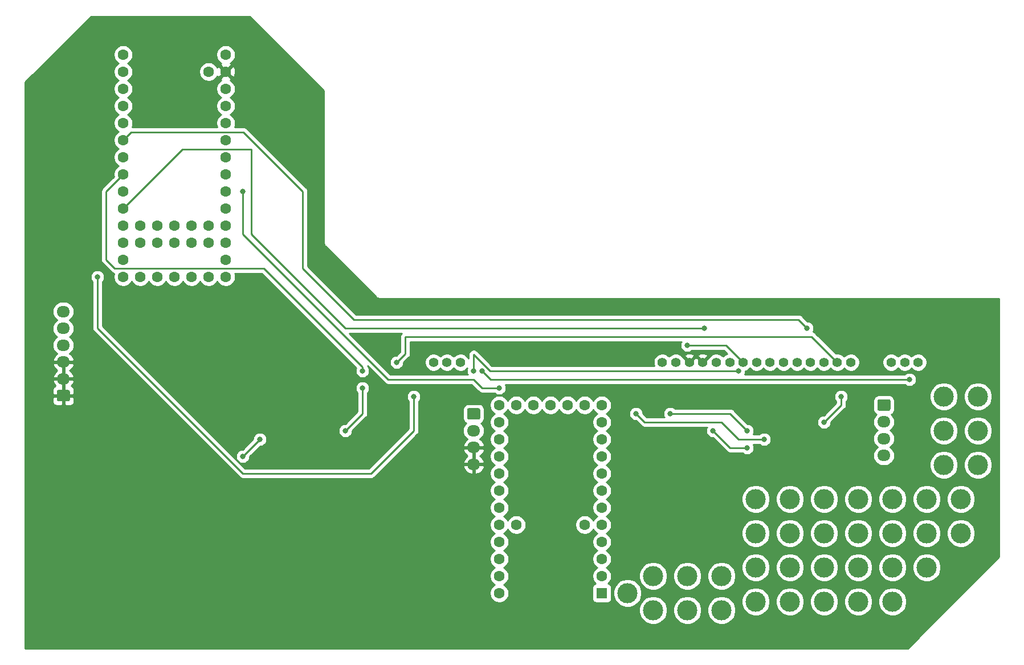
<source format=gbr>
%TF.GenerationSoftware,KiCad,Pcbnew,(5.1.10)-1*%
%TF.CreationDate,2021-10-04T16:47:09-07:00*%
%TF.ProjectId,VFD,5646442e-6b69-4636-9164-5f7063625858,rev?*%
%TF.SameCoordinates,Original*%
%TF.FileFunction,Copper,L2,Bot*%
%TF.FilePolarity,Positive*%
%FSLAX46Y46*%
G04 Gerber Fmt 4.6, Leading zero omitted, Abs format (unit mm)*
G04 Created by KiCad (PCBNEW (5.1.10)-1) date 2021-10-04 16:47:09*
%MOMM*%
%LPD*%
G01*
G04 APERTURE LIST*
%TA.AperFunction,ComponentPad*%
%ADD10C,3.000000*%
%TD*%
%TA.AperFunction,ComponentPad*%
%ADD11C,1.600000*%
%TD*%
%TA.AperFunction,ComponentPad*%
%ADD12R,1.600000X1.600000*%
%TD*%
%TA.AperFunction,ComponentPad*%
%ADD13C,1.400000*%
%TD*%
%TA.AperFunction,ComponentPad*%
%ADD14O,1.950000X1.700000*%
%TD*%
%TA.AperFunction,ViaPad*%
%ADD15C,0.800000*%
%TD*%
%TA.AperFunction,Conductor*%
%ADD16C,0.250000*%
%TD*%
%TA.AperFunction,Conductor*%
%ADD17C,0.254000*%
%TD*%
%TA.AperFunction,Conductor*%
%ADD18C,0.100000*%
%TD*%
G04 APERTURE END LIST*
D10*
%TO.P,,1*%
%TO.N,N/C*%
X119380000Y-133350000D03*
%TD*%
%TO.P,,1*%
%TO.N,N/C*%
X128270000Y-135890000D03*
%TD*%
%TO.P,,1*%
%TO.N,N/C*%
X123190000Y-135890000D03*
%TD*%
%TO.P,,1*%
%TO.N,N/C*%
X123190000Y-130810000D03*
%TD*%
%TO.P,,1*%
%TO.N,N/C*%
X128270000Y-130810000D03*
%TD*%
%TO.P,,1*%
%TO.N,N/C*%
X133350000Y-130810000D03*
%TD*%
%TO.P,,1*%
%TO.N,N/C*%
X133350000Y-135890000D03*
%TD*%
%TO.P,,1*%
%TO.N,N/C*%
X138430000Y-129540000D03*
%TD*%
%TO.P,,1*%
%TO.N,N/C*%
X138430000Y-124460000D03*
%TD*%
%TO.P,,1*%
%TO.N,N/C*%
X138430000Y-134620000D03*
%TD*%
%TO.P,,1*%
%TO.N,N/C*%
X143510000Y-134620000D03*
%TD*%
%TO.P,,1*%
%TO.N,N/C*%
X143510000Y-129540000D03*
%TD*%
%TO.P,,1*%
%TO.N,N/C*%
X143510000Y-124460000D03*
%TD*%
%TO.P,,1*%
%TO.N,N/C*%
X148590000Y-124460000D03*
%TD*%
%TO.P,,1*%
%TO.N,N/C*%
X148590000Y-129540000D03*
%TD*%
%TO.P,,1*%
%TO.N,N/C*%
X148590000Y-134620000D03*
%TD*%
%TO.P,,1*%
%TO.N,N/C*%
X153670000Y-134620000D03*
%TD*%
%TO.P,,1*%
%TO.N,N/C*%
X153670000Y-129540000D03*
%TD*%
%TO.P,,1*%
%TO.N,N/C*%
X153670000Y-124460000D03*
%TD*%
%TO.P,,1*%
%TO.N,N/C*%
X158750000Y-134620000D03*
%TD*%
%TO.P,,1*%
%TO.N,N/C*%
X158750000Y-129540000D03*
%TD*%
%TO.P,,1*%
%TO.N,N/C*%
X158750000Y-124460000D03*
%TD*%
%TO.P,,1*%
%TO.N,N/C*%
X171450000Y-104140000D03*
%TD*%
%TO.P,,1*%
%TO.N,N/C*%
X171450000Y-109220000D03*
%TD*%
%TO.P,,1*%
%TO.N,N/C*%
X171450000Y-114300000D03*
%TD*%
%TO.P,,1*%
%TO.N,N/C*%
X163830000Y-129540000D03*
%TD*%
%TO.P,,1*%
%TO.N,N/C*%
X163830000Y-124460000D03*
%TD*%
%TO.P,,1*%
%TO.N,N/C*%
X168910000Y-124460000D03*
%TD*%
%TO.P,,1*%
%TO.N,N/C*%
X166370000Y-104140000D03*
%TD*%
%TO.P,,1*%
%TO.N,N/C*%
X166370000Y-109220000D03*
%TD*%
%TO.P,,1*%
%TO.N,N/C*%
X166370000Y-114300000D03*
%TD*%
%TO.P,,1*%
%TO.N,N/C*%
X168910000Y-119380000D03*
%TD*%
%TO.P,,1*%
%TO.N,N/C*%
X163830000Y-119380000D03*
%TD*%
%TO.P,,1*%
%TO.N,N/C*%
X158750000Y-119380000D03*
%TD*%
%TO.P,,1*%
%TO.N,N/C*%
X153670000Y-119380000D03*
%TD*%
%TO.P,,1*%
%TO.N,N/C*%
X148590000Y-119380000D03*
%TD*%
%TO.P,,1*%
%TO.N,N/C*%
X143510000Y-119380000D03*
%TD*%
%TO.P,,1*%
%TO.N,N/C*%
X138430000Y-119380000D03*
%TD*%
D11*
%TO.P,REF\u002A\u002A,15*%
%TO.N,N/C*%
X107950000Y-105410000D03*
D12*
%TO.P,REF\u002A\u002A,1*%
X115570000Y-133350000D03*
D11*
%TO.P,REF\u002A\u002A,2*%
X115570000Y-130810000D03*
%TO.P,REF\u002A\u002A,3*%
X115570000Y-128270000D03*
%TO.P,REF\u002A\u002A,4*%
X115570000Y-125730000D03*
%TO.P,REF\u002A\u002A,5*%
X115570000Y-123190000D03*
%TO.P,REF\u002A\u002A,6*%
X115570000Y-120650000D03*
%TO.P,REF\u002A\u002A,7*%
X115570000Y-118110000D03*
%TO.P,REF\u002A\u002A,8*%
X115570000Y-115570000D03*
%TO.P,REF\u002A\u002A,9*%
X115570000Y-113030000D03*
%TO.P,REF\u002A\u002A,10*%
X115570000Y-110490000D03*
%TO.P,REF\u002A\u002A,11*%
X115570000Y-107950000D03*
%TO.P,REF\u002A\u002A,12*%
X115570000Y-105410000D03*
%TO.P,REF\u002A\u002A,13*%
X113030000Y-105410000D03*
%TO.P,REF\u002A\u002A,14*%
X110490000Y-105410000D03*
%TO.P,REF\u002A\u002A,16*%
X105410000Y-105410000D03*
%TO.P,REF\u002A\u002A,17*%
X102870000Y-105410000D03*
%TO.P,REF\u002A\u002A,18*%
X100330000Y-105410000D03*
%TO.P,REF\u002A\u002A,19*%
X100330000Y-107950000D03*
%TO.P,REF\u002A\u002A,20*%
X100330000Y-110490000D03*
%TO.P,REF\u002A\u002A,21*%
X100330000Y-113030000D03*
%TO.P,REF\u002A\u002A,22*%
X100330000Y-115570000D03*
%TO.P,REF\u002A\u002A,23*%
X100330000Y-118110000D03*
%TO.P,REF\u002A\u002A,24*%
X100330000Y-120650000D03*
%TO.P,REF\u002A\u002A,25*%
X100330000Y-123190000D03*
%TO.P,REF\u002A\u002A,26*%
X100330000Y-125730000D03*
%TO.P,REF\u002A\u002A,27*%
X100330000Y-128270000D03*
%TO.P,REF\u002A\u002A,28*%
X100330000Y-130810000D03*
%TO.P,REF\u002A\u002A,29*%
X100330000Y-133350000D03*
%TO.P,REF\u002A\u002A,30*%
X113030000Y-123190000D03*
%TO.P,REF\u002A\u002A,31*%
X102870000Y-123190000D03*
%TD*%
%TO.P,U4,44*%
%TO.N,Net-(U4-Pad44)*%
X46990000Y-78740000D03*
%TO.P,U4,43*%
%TO.N,Net-(U4-Pad43)*%
X46990000Y-81280000D03*
%TO.P,U4,42*%
%TO.N,Net-(U4-Pad42)*%
X49530000Y-78740000D03*
%TO.P,U4,41*%
%TO.N,Net-(U4-Pad41)*%
X49530000Y-81280000D03*
%TO.P,U4,40*%
%TO.N,Net-(U4-Pad40)*%
X52070000Y-78740000D03*
%TO.P,U4,39*%
%TO.N,Net-(U4-Pad39)*%
X52070000Y-81280000D03*
%TO.P,U4,38*%
%TO.N,Net-(U4-Pad38)*%
X54610000Y-78740000D03*
%TO.P,U4,37*%
%TO.N,Net-(U4-Pad37)*%
X54610000Y-81280000D03*
%TO.P,U4,36*%
%TO.N,Net-(U4-Pad36)*%
X57150000Y-78740000D03*
%TO.P,U4,35*%
%TO.N,Net-(U4-Pad35)*%
X57150000Y-81280000D03*
%TO.P,U4,1*%
%TO.N,Net-(U4-Pad1)*%
X44450000Y-53340000D03*
%TO.P,U4,2*%
%TO.N,Net-(U4-Pad2)*%
X44450000Y-55880000D03*
%TO.P,U4,3*%
%TO.N,Net-(U4-Pad3)*%
X44450000Y-58420000D03*
%TO.P,U4,4*%
%TO.N,Net-(U3-Pad14)*%
X44450000Y-60960000D03*
%TO.P,U4,5*%
%TO.N,Net-(U3-Pad15)*%
X44450000Y-63500000D03*
%TO.P,U4,6*%
%TO.N,Net-(U3-Pad6)*%
X44450000Y-66040000D03*
%TO.P,U4,7*%
%TO.N,Net-(U4-Pad7)*%
X44450000Y-68580000D03*
%TO.P,U4,8*%
%TO.N,Net-(U3-Pad7)*%
X44450000Y-71120000D03*
%TO.P,U4,9*%
%TO.N,Net-(U3-Pad9)*%
X44450000Y-73660000D03*
%TO.P,U4,10*%
%TO.N,Net-(U3-Pad13)*%
X44450000Y-76200000D03*
%TO.P,U4,11*%
%TO.N,Net-(U3-Pad12)*%
X44450000Y-78740000D03*
%TO.P,U4,12*%
%TO.N,Net-(U4-Pad12)*%
X44450000Y-81280000D03*
%TO.P,U4,13*%
%TO.N,Net-(U4-Pad13)*%
X44450000Y-83820000D03*
%TO.P,U4,34*%
%TO.N,Net-(U4-Pad34)*%
X57150000Y-55880000D03*
%TO.P,U4,33*%
%TO.N,+5V*%
X59690000Y-53340000D03*
%TO.P,U4,32*%
%TO.N,GND*%
X59690000Y-55880000D03*
%TO.P,U4,31*%
%TO.N,+3V3*%
X59690000Y-58420000D03*
%TO.P,U4,30*%
%TO.N,Net-(U4-Pad30)*%
X59690000Y-60960000D03*
%TO.P,U4,29*%
%TO.N,Net-(U4-Pad29)*%
X59690000Y-63500000D03*
%TO.P,U4,28*%
%TO.N,Net-(U4-Pad28)*%
X59690000Y-66040000D03*
%TO.P,U4,27*%
%TO.N,/FF_BLANK*%
X59690000Y-68580000D03*
%TO.P,U4,26*%
%TO.N,Net-(U4-Pad26)*%
X59690000Y-71120000D03*
%TO.P,U4,25*%
%TO.N,Net-(U4-Pad25)*%
X59690000Y-73660000D03*
%TO.P,U4,24*%
%TO.N,Net-(U4-Pad24)*%
X59690000Y-76200000D03*
%TO.P,U4,23*%
%TO.N,Net-(U4-Pad23)*%
X59690000Y-78740000D03*
%TO.P,U4,22*%
%TO.N,Net-(U4-Pad22)*%
X59690000Y-81280000D03*
%TO.P,U4,21*%
%TO.N,Net-(U3-Pad8)*%
X59690000Y-83820000D03*
%TO.P,U4,14*%
%TO.N,Net-(U4-Pad14)*%
X44450000Y-86360000D03*
%TO.P,U4,15*%
%TO.N,Net-(U4-Pad15)*%
X46990000Y-86360000D03*
%TO.P,U4,16*%
%TO.N,Net-(U4-Pad16)*%
X49530000Y-86360000D03*
%TO.P,U4,20*%
%TO.N,Net-(U4-Pad20)*%
X59690000Y-86360000D03*
%TO.P,U4,19*%
%TO.N,Net-(U4-Pad19)*%
X57150000Y-86360000D03*
%TO.P,U4,18*%
%TO.N,Net-(U4-Pad18)*%
X54610000Y-86360000D03*
%TO.P,U4,17*%
%TO.N,Net-(U4-Pad17)*%
X52070000Y-86360000D03*
%TD*%
D13*
%TO.P,U3,1*%
%TO.N,/F1*%
X162560000Y-99060000D03*
%TO.P,U3,2*%
X160560000Y-99060000D03*
%TO.P,U3,3*%
X158560000Y-99060000D03*
%TO.P,U3,6*%
%TO.N,Net-(U3-Pad6)*%
X152560000Y-99060000D03*
%TO.P,U3,7*%
%TO.N,Net-(U3-Pad7)*%
X150560000Y-99060000D03*
%TO.P,U3,8*%
%TO.N,Net-(U3-Pad8)*%
X148560000Y-99060000D03*
%TO.P,U3,9*%
%TO.N,Net-(U3-Pad9)*%
X146560000Y-99060000D03*
%TO.P,U3,10*%
%TO.N,Net-(U3-Pad10)*%
X144560000Y-99060000D03*
%TO.P,U3,11*%
%TO.N,Net-(U3-Pad11)*%
X142560000Y-99060000D03*
%TO.P,U3,12*%
%TO.N,Net-(U3-Pad12)*%
X140560000Y-99060000D03*
%TO.P,U3,13*%
%TO.N,Net-(U3-Pad13)*%
X138560000Y-99060000D03*
%TO.P,U3,14*%
%TO.N,Net-(U3-Pad14)*%
X136560000Y-99060000D03*
%TO.P,U3,15*%
%TO.N,Net-(U3-Pad15)*%
X134560000Y-99060000D03*
%TO.P,U3,16*%
%TO.N,Net-(D3-Pad1)*%
X132560000Y-99060000D03*
%TO.P,U3,17*%
%TO.N,GND*%
X130560000Y-99060000D03*
%TO.P,U3,18*%
X128560000Y-99060000D03*
%TO.P,U3,19*%
%TO.N,VDD2*%
X126560000Y-99060000D03*
%TO.P,U3,20*%
X124560000Y-99060000D03*
%TO.P,U3,35*%
%TO.N,/F2*%
X94560000Y-99060000D03*
%TO.P,U3,36*%
X92560000Y-99060000D03*
%TO.P,U3,37*%
X90560000Y-99060000D03*
%TD*%
D14*
%TO.P,J3,4*%
%TO.N,/F2*%
X157480000Y-112910000D03*
%TO.P,J3,3*%
X157480000Y-110410000D03*
%TO.P,J3,2*%
%TO.N,/F1*%
X157480000Y-107910000D03*
%TO.P,J3,1*%
%TA.AperFunction,ComponentPad*%
G36*
G01*
X156755000Y-104560000D02*
X158205000Y-104560000D01*
G75*
G02*
X158455000Y-104810000I0J-250000D01*
G01*
X158455000Y-106010000D01*
G75*
G02*
X158205000Y-106260000I-250000J0D01*
G01*
X156755000Y-106260000D01*
G75*
G02*
X156505000Y-106010000I0J250000D01*
G01*
X156505000Y-104810000D01*
G75*
G02*
X156755000Y-104560000I250000J0D01*
G01*
G37*
%TD.AperFunction*%
%TD*%
%TO.P,J2,4*%
%TO.N,GND*%
X96520000Y-114220000D03*
%TO.P,J2,3*%
X96520000Y-111720000D03*
%TO.P,J2,2*%
%TO.N,VDD2*%
X96520000Y-109220000D03*
%TO.P,J2,1*%
%TA.AperFunction,ComponentPad*%
G36*
G01*
X95795000Y-105870000D02*
X97245000Y-105870000D01*
G75*
G02*
X97495000Y-106120000I0J-250000D01*
G01*
X97495000Y-107320000D01*
G75*
G02*
X97245000Y-107570000I-250000J0D01*
G01*
X95795000Y-107570000D01*
G75*
G02*
X95545000Y-107320000I0J250000D01*
G01*
X95545000Y-106120000D01*
G75*
G02*
X95795000Y-105870000I250000J0D01*
G01*
G37*
%TD.AperFunction*%
%TD*%
%TO.P,J1,6*%
%TO.N,+5V*%
X35560000Y-91520000D03*
%TO.P,J1,5*%
X35560000Y-94020000D03*
%TO.P,J1,4*%
X35560000Y-96520000D03*
%TO.P,J1,3*%
%TO.N,GND*%
X35560000Y-99020000D03*
%TO.P,J1,2*%
X35560000Y-101520000D03*
%TO.P,J1,1*%
%TA.AperFunction,ComponentPad*%
G36*
G01*
X36285000Y-104870000D02*
X34835000Y-104870000D01*
G75*
G02*
X34585000Y-104620000I0J250000D01*
G01*
X34585000Y-103420000D01*
G75*
G02*
X34835000Y-103170000I250000J0D01*
G01*
X36285000Y-103170000D01*
G75*
G02*
X36535000Y-103420000I0J-250000D01*
G01*
X36535000Y-104620000D01*
G75*
G02*
X36285000Y-104870000I-250000J0D01*
G01*
G37*
%TD.AperFunction*%
%TD*%
D15*
%TO.N,+5V*%
X80010000Y-102870000D03*
X77470000Y-109220000D03*
X148590000Y-107950000D03*
X151130000Y-104140000D03*
%TO.N,Net-(C8-Pad1)*%
X132080000Y-109220000D03*
X137160000Y-111760000D03*
%TO.N,Net-(D1-Pad2)*%
X62230000Y-113030000D03*
X64770000Y-110490000D03*
%TO.N,/F2*%
X161290000Y-101600000D03*
X97790000Y-100330000D03*
%TO.N,/FF_BLANK*%
X100330000Y-102870000D03*
X62230000Y-73660000D03*
%TO.N,Net-(U1-Pad5)*%
X139700000Y-110490000D03*
X120650000Y-106680000D03*
%TO.N,Net-(U1-Pad4)*%
X137160000Y-109220000D03*
X125730000Y-106680000D03*
%TO.N,Net-(U3-Pad6)*%
X146050000Y-93980000D03*
%TO.N,Net-(U3-Pad7)*%
X85090000Y-99060000D03*
X80010000Y-100330000D03*
%TO.N,Net-(U3-Pad12)*%
X135890000Y-100330000D03*
X96520000Y-100330000D03*
X87630000Y-104140000D03*
X40640000Y-86360000D03*
%TO.N,Net-(U3-Pad13)*%
X130810000Y-93980000D03*
%TO.N,Net-(U3-Pad14)*%
X128270000Y-96520000D03*
%TD*%
D16*
%TO.N,+5V*%
X80010000Y-102870000D02*
X80010000Y-105410000D01*
X80010000Y-105410000D02*
X80010000Y-106680000D01*
X80010000Y-106680000D02*
X77470000Y-109220000D01*
X148590000Y-107950000D02*
X151130000Y-105410000D01*
X151130000Y-105410000D02*
X151130000Y-104140000D01*
%TO.N,Net-(C8-Pad1)*%
X132080000Y-109220000D02*
X134620000Y-111760000D01*
X134620000Y-111760000D02*
X137160000Y-111760000D01*
%TO.N,Net-(D1-Pad2)*%
X62230000Y-113030000D02*
X64770000Y-110490000D01*
%TO.N,/F2*%
X161290000Y-101600000D02*
X99060000Y-101600000D01*
X99060000Y-101600000D02*
X97790000Y-100330000D01*
%TO.N,/FF_BLANK*%
X100330000Y-102870000D02*
X97790000Y-102870000D01*
X97790000Y-102870000D02*
X96520000Y-101600000D01*
X96520000Y-101600000D02*
X83820000Y-101600000D01*
X83820000Y-101600000D02*
X68580000Y-86360000D01*
X68580000Y-86360000D02*
X67310000Y-85090000D01*
X62230000Y-80010000D02*
X62230000Y-73660000D01*
X67310000Y-85090000D02*
X62230000Y-80010000D01*
%TO.N,Net-(U1-Pad5)*%
X139700000Y-110490000D02*
X135890000Y-110490000D01*
X135890000Y-110490000D02*
X133350000Y-107950000D01*
X121920000Y-107950000D02*
X120650000Y-106680000D01*
X133350000Y-107950000D02*
X121920000Y-107950000D01*
%TO.N,Net-(U1-Pad4)*%
X137160000Y-109220000D02*
X134620000Y-106680000D01*
X134620000Y-106680000D02*
X125730000Y-106680000D01*
%TO.N,Net-(U3-Pad6)*%
X45625001Y-64864999D02*
X62324999Y-64864999D01*
X44450000Y-66040000D02*
X45625001Y-64864999D01*
X71120000Y-85090000D02*
X78740000Y-92710000D01*
X78740000Y-92710000D02*
X144780000Y-92710000D01*
X144780000Y-92710000D02*
X146050000Y-93980000D01*
X71120000Y-85090000D02*
X71120000Y-73660000D01*
X71120000Y-73660000D02*
X66040000Y-68580000D01*
X66040000Y-68580000D02*
X67310000Y-69850000D01*
X62324999Y-64864999D02*
X66040000Y-68580000D01*
%TO.N,Net-(U3-Pad7)*%
X150560000Y-99060000D02*
X146750000Y-95250000D01*
X146750000Y-95250000D02*
X86360000Y-95250000D01*
X86360000Y-95250000D02*
X86360000Y-97790000D01*
X86360000Y-97790000D02*
X85090000Y-99060000D01*
X41910000Y-73660000D02*
X44450000Y-71120000D01*
X41910000Y-83820000D02*
X41910000Y-73660000D01*
X43180000Y-85090000D02*
X41910000Y-83820000D01*
X80010000Y-99764315D02*
X65335685Y-85090000D01*
X65335685Y-85090000D02*
X43180000Y-85090000D01*
X80010000Y-100330000D02*
X80010000Y-99764315D01*
%TO.N,Net-(U3-Pad12)*%
X98937002Y-100330000D02*
X96520000Y-97912998D01*
X135890000Y-100330000D02*
X98937002Y-100330000D01*
X96520000Y-97912998D02*
X96520000Y-98691002D01*
X96520000Y-98691002D02*
X96520000Y-100330000D01*
X87630000Y-104140000D02*
X87630000Y-109220000D01*
X87630000Y-109220000D02*
X81280000Y-115570000D01*
X81280000Y-115570000D02*
X63622998Y-115570000D01*
X63622998Y-115570000D02*
X62230000Y-115570000D01*
X62230000Y-115570000D02*
X58420000Y-111760000D01*
X58420000Y-111760000D02*
X43180000Y-96520000D01*
X43180000Y-96520000D02*
X40640000Y-93980000D01*
X40640000Y-93980000D02*
X40640000Y-86360000D01*
%TO.N,Net-(U3-Pad13)*%
X130810000Y-93980000D02*
X77470000Y-93980000D01*
X77470000Y-93980000D02*
X69850000Y-86360000D01*
X53245001Y-67404999D02*
X44450000Y-76200000D01*
X63472001Y-67404999D02*
X53245001Y-67404999D01*
X69850000Y-86360000D02*
X66040000Y-82550000D01*
X63472001Y-67404999D02*
X63472001Y-79982001D01*
X63472001Y-79982001D02*
X64770000Y-81280000D01*
X64770000Y-81280000D02*
X63500000Y-80010000D01*
X66040000Y-82550000D02*
X64770000Y-81280000D01*
%TO.N,Net-(U3-Pad14)*%
X134020000Y-96520000D02*
X136560000Y-99060000D01*
X128270000Y-96520000D02*
X134020000Y-96520000D01*
%TD*%
D17*
%TO.N,GND*%
X74245000Y-58703737D02*
X74245001Y-81246351D01*
X74241687Y-81280000D01*
X74254912Y-81414283D01*
X74294082Y-81543406D01*
X74357689Y-81662407D01*
X74382175Y-81692243D01*
X74421840Y-81740576D01*
X74421847Y-81740583D01*
X74443290Y-81766711D01*
X74469418Y-81788154D01*
X82041842Y-89360578D01*
X82063289Y-89386711D01*
X82167593Y-89472312D01*
X82286594Y-89535919D01*
X82376547Y-89563206D01*
X82415716Y-89575088D01*
X82428766Y-89576373D01*
X82516353Y-89585000D01*
X82516360Y-89585000D01*
X82549999Y-89588313D01*
X82583638Y-89585000D01*
X174575000Y-89585000D01*
X174575001Y-127986263D01*
X161006264Y-141555000D01*
X29895000Y-141555000D01*
X29895000Y-135679721D01*
X121055000Y-135679721D01*
X121055000Y-136100279D01*
X121137047Y-136512756D01*
X121297988Y-136901302D01*
X121531637Y-137250983D01*
X121829017Y-137548363D01*
X122178698Y-137782012D01*
X122567244Y-137942953D01*
X122979721Y-138025000D01*
X123400279Y-138025000D01*
X123812756Y-137942953D01*
X124201302Y-137782012D01*
X124550983Y-137548363D01*
X124848363Y-137250983D01*
X125082012Y-136901302D01*
X125242953Y-136512756D01*
X125325000Y-136100279D01*
X125325000Y-135679721D01*
X126135000Y-135679721D01*
X126135000Y-136100279D01*
X126217047Y-136512756D01*
X126377988Y-136901302D01*
X126611637Y-137250983D01*
X126909017Y-137548363D01*
X127258698Y-137782012D01*
X127647244Y-137942953D01*
X128059721Y-138025000D01*
X128480279Y-138025000D01*
X128892756Y-137942953D01*
X129281302Y-137782012D01*
X129630983Y-137548363D01*
X129928363Y-137250983D01*
X130162012Y-136901302D01*
X130322953Y-136512756D01*
X130405000Y-136100279D01*
X130405000Y-135679721D01*
X131215000Y-135679721D01*
X131215000Y-136100279D01*
X131297047Y-136512756D01*
X131457988Y-136901302D01*
X131691637Y-137250983D01*
X131989017Y-137548363D01*
X132338698Y-137782012D01*
X132727244Y-137942953D01*
X133139721Y-138025000D01*
X133560279Y-138025000D01*
X133972756Y-137942953D01*
X134361302Y-137782012D01*
X134710983Y-137548363D01*
X135008363Y-137250983D01*
X135242012Y-136901302D01*
X135402953Y-136512756D01*
X135485000Y-136100279D01*
X135485000Y-135679721D01*
X135402953Y-135267244D01*
X135242012Y-134878698D01*
X135008363Y-134529017D01*
X134889067Y-134409721D01*
X136295000Y-134409721D01*
X136295000Y-134830279D01*
X136377047Y-135242756D01*
X136537988Y-135631302D01*
X136771637Y-135980983D01*
X137069017Y-136278363D01*
X137418698Y-136512012D01*
X137807244Y-136672953D01*
X138219721Y-136755000D01*
X138640279Y-136755000D01*
X139052756Y-136672953D01*
X139441302Y-136512012D01*
X139790983Y-136278363D01*
X140088363Y-135980983D01*
X140322012Y-135631302D01*
X140482953Y-135242756D01*
X140565000Y-134830279D01*
X140565000Y-134409721D01*
X141375000Y-134409721D01*
X141375000Y-134830279D01*
X141457047Y-135242756D01*
X141617988Y-135631302D01*
X141851637Y-135980983D01*
X142149017Y-136278363D01*
X142498698Y-136512012D01*
X142887244Y-136672953D01*
X143299721Y-136755000D01*
X143720279Y-136755000D01*
X144132756Y-136672953D01*
X144521302Y-136512012D01*
X144870983Y-136278363D01*
X145168363Y-135980983D01*
X145402012Y-135631302D01*
X145562953Y-135242756D01*
X145645000Y-134830279D01*
X145645000Y-134409721D01*
X146455000Y-134409721D01*
X146455000Y-134830279D01*
X146537047Y-135242756D01*
X146697988Y-135631302D01*
X146931637Y-135980983D01*
X147229017Y-136278363D01*
X147578698Y-136512012D01*
X147967244Y-136672953D01*
X148379721Y-136755000D01*
X148800279Y-136755000D01*
X149212756Y-136672953D01*
X149601302Y-136512012D01*
X149950983Y-136278363D01*
X150248363Y-135980983D01*
X150482012Y-135631302D01*
X150642953Y-135242756D01*
X150725000Y-134830279D01*
X150725000Y-134409721D01*
X151535000Y-134409721D01*
X151535000Y-134830279D01*
X151617047Y-135242756D01*
X151777988Y-135631302D01*
X152011637Y-135980983D01*
X152309017Y-136278363D01*
X152658698Y-136512012D01*
X153047244Y-136672953D01*
X153459721Y-136755000D01*
X153880279Y-136755000D01*
X154292756Y-136672953D01*
X154681302Y-136512012D01*
X155030983Y-136278363D01*
X155328363Y-135980983D01*
X155562012Y-135631302D01*
X155722953Y-135242756D01*
X155805000Y-134830279D01*
X155805000Y-134409721D01*
X156615000Y-134409721D01*
X156615000Y-134830279D01*
X156697047Y-135242756D01*
X156857988Y-135631302D01*
X157091637Y-135980983D01*
X157389017Y-136278363D01*
X157738698Y-136512012D01*
X158127244Y-136672953D01*
X158539721Y-136755000D01*
X158960279Y-136755000D01*
X159372756Y-136672953D01*
X159761302Y-136512012D01*
X160110983Y-136278363D01*
X160408363Y-135980983D01*
X160642012Y-135631302D01*
X160802953Y-135242756D01*
X160885000Y-134830279D01*
X160885000Y-134409721D01*
X160802953Y-133997244D01*
X160642012Y-133608698D01*
X160408363Y-133259017D01*
X160110983Y-132961637D01*
X159761302Y-132727988D01*
X159372756Y-132567047D01*
X158960279Y-132485000D01*
X158539721Y-132485000D01*
X158127244Y-132567047D01*
X157738698Y-132727988D01*
X157389017Y-132961637D01*
X157091637Y-133259017D01*
X156857988Y-133608698D01*
X156697047Y-133997244D01*
X156615000Y-134409721D01*
X155805000Y-134409721D01*
X155722953Y-133997244D01*
X155562012Y-133608698D01*
X155328363Y-133259017D01*
X155030983Y-132961637D01*
X154681302Y-132727988D01*
X154292756Y-132567047D01*
X153880279Y-132485000D01*
X153459721Y-132485000D01*
X153047244Y-132567047D01*
X152658698Y-132727988D01*
X152309017Y-132961637D01*
X152011637Y-133259017D01*
X151777988Y-133608698D01*
X151617047Y-133997244D01*
X151535000Y-134409721D01*
X150725000Y-134409721D01*
X150642953Y-133997244D01*
X150482012Y-133608698D01*
X150248363Y-133259017D01*
X149950983Y-132961637D01*
X149601302Y-132727988D01*
X149212756Y-132567047D01*
X148800279Y-132485000D01*
X148379721Y-132485000D01*
X147967244Y-132567047D01*
X147578698Y-132727988D01*
X147229017Y-132961637D01*
X146931637Y-133259017D01*
X146697988Y-133608698D01*
X146537047Y-133997244D01*
X146455000Y-134409721D01*
X145645000Y-134409721D01*
X145562953Y-133997244D01*
X145402012Y-133608698D01*
X145168363Y-133259017D01*
X144870983Y-132961637D01*
X144521302Y-132727988D01*
X144132756Y-132567047D01*
X143720279Y-132485000D01*
X143299721Y-132485000D01*
X142887244Y-132567047D01*
X142498698Y-132727988D01*
X142149017Y-132961637D01*
X141851637Y-133259017D01*
X141617988Y-133608698D01*
X141457047Y-133997244D01*
X141375000Y-134409721D01*
X140565000Y-134409721D01*
X140482953Y-133997244D01*
X140322012Y-133608698D01*
X140088363Y-133259017D01*
X139790983Y-132961637D01*
X139441302Y-132727988D01*
X139052756Y-132567047D01*
X138640279Y-132485000D01*
X138219721Y-132485000D01*
X137807244Y-132567047D01*
X137418698Y-132727988D01*
X137069017Y-132961637D01*
X136771637Y-133259017D01*
X136537988Y-133608698D01*
X136377047Y-133997244D01*
X136295000Y-134409721D01*
X134889067Y-134409721D01*
X134710983Y-134231637D01*
X134361302Y-133997988D01*
X133972756Y-133837047D01*
X133560279Y-133755000D01*
X133139721Y-133755000D01*
X132727244Y-133837047D01*
X132338698Y-133997988D01*
X131989017Y-134231637D01*
X131691637Y-134529017D01*
X131457988Y-134878698D01*
X131297047Y-135267244D01*
X131215000Y-135679721D01*
X130405000Y-135679721D01*
X130322953Y-135267244D01*
X130162012Y-134878698D01*
X129928363Y-134529017D01*
X129630983Y-134231637D01*
X129281302Y-133997988D01*
X128892756Y-133837047D01*
X128480279Y-133755000D01*
X128059721Y-133755000D01*
X127647244Y-133837047D01*
X127258698Y-133997988D01*
X126909017Y-134231637D01*
X126611637Y-134529017D01*
X126377988Y-134878698D01*
X126217047Y-135267244D01*
X126135000Y-135679721D01*
X125325000Y-135679721D01*
X125242953Y-135267244D01*
X125082012Y-134878698D01*
X124848363Y-134529017D01*
X124550983Y-134231637D01*
X124201302Y-133997988D01*
X123812756Y-133837047D01*
X123400279Y-133755000D01*
X122979721Y-133755000D01*
X122567244Y-133837047D01*
X122178698Y-133997988D01*
X121829017Y-134231637D01*
X121531637Y-134529017D01*
X121297988Y-134878698D01*
X121137047Y-135267244D01*
X121055000Y-135679721D01*
X29895000Y-135679721D01*
X29895000Y-104870000D01*
X33946928Y-104870000D01*
X33959188Y-104994482D01*
X33995498Y-105114180D01*
X34054463Y-105224494D01*
X34133815Y-105321185D01*
X34230506Y-105400537D01*
X34340820Y-105459502D01*
X34460518Y-105495812D01*
X34585000Y-105508072D01*
X35274250Y-105505000D01*
X35433000Y-105346250D01*
X35433000Y-104147000D01*
X35687000Y-104147000D01*
X35687000Y-105346250D01*
X35845750Y-105505000D01*
X36535000Y-105508072D01*
X36659482Y-105495812D01*
X36779180Y-105459502D01*
X36889494Y-105400537D01*
X36986185Y-105321185D01*
X37065537Y-105224494D01*
X37124502Y-105114180D01*
X37160812Y-104994482D01*
X37173072Y-104870000D01*
X37170000Y-104305750D01*
X37011250Y-104147000D01*
X35687000Y-104147000D01*
X35433000Y-104147000D01*
X34108750Y-104147000D01*
X33950000Y-104305750D01*
X33946928Y-104870000D01*
X29895000Y-104870000D01*
X29895000Y-103170000D01*
X33946928Y-103170000D01*
X33950000Y-103734250D01*
X34108750Y-103893000D01*
X35433000Y-103893000D01*
X35433000Y-101647000D01*
X35687000Y-101647000D01*
X35687000Y-103893000D01*
X37011250Y-103893000D01*
X37170000Y-103734250D01*
X37173072Y-103170000D01*
X37160812Y-103045518D01*
X37124502Y-102925820D01*
X37065537Y-102815506D01*
X36986185Y-102718815D01*
X36889494Y-102639463D01*
X36779180Y-102580498D01*
X36732327Y-102566285D01*
X36887496Y-102391193D01*
X37034352Y-102139858D01*
X37126476Y-101876890D01*
X37005155Y-101647000D01*
X35687000Y-101647000D01*
X35433000Y-101647000D01*
X34114845Y-101647000D01*
X33993524Y-101876890D01*
X34085648Y-102139858D01*
X34232504Y-102391193D01*
X34387673Y-102566285D01*
X34340820Y-102580498D01*
X34230506Y-102639463D01*
X34133815Y-102718815D01*
X34054463Y-102815506D01*
X33995498Y-102925820D01*
X33959188Y-103045518D01*
X33946928Y-103170000D01*
X29895000Y-103170000D01*
X29895000Y-99376890D01*
X33993524Y-99376890D01*
X34085648Y-99639858D01*
X34232504Y-99891193D01*
X34425571Y-100109049D01*
X34637600Y-100270000D01*
X34425571Y-100430951D01*
X34232504Y-100648807D01*
X34085648Y-100900142D01*
X33993524Y-101163110D01*
X34114845Y-101393000D01*
X35433000Y-101393000D01*
X35433000Y-99147000D01*
X35687000Y-99147000D01*
X35687000Y-101393000D01*
X37005155Y-101393000D01*
X37126476Y-101163110D01*
X37034352Y-100900142D01*
X36887496Y-100648807D01*
X36694429Y-100430951D01*
X36482400Y-100270000D01*
X36694429Y-100109049D01*
X36887496Y-99891193D01*
X37034352Y-99639858D01*
X37126476Y-99376890D01*
X37005155Y-99147000D01*
X35687000Y-99147000D01*
X35433000Y-99147000D01*
X34114845Y-99147000D01*
X33993524Y-99376890D01*
X29895000Y-99376890D01*
X29895000Y-91520000D01*
X33942815Y-91520000D01*
X33971487Y-91811111D01*
X34056401Y-92091034D01*
X34194294Y-92349014D01*
X34379866Y-92575134D01*
X34605986Y-92760706D01*
X34623374Y-92770000D01*
X34605986Y-92779294D01*
X34379866Y-92964866D01*
X34194294Y-93190986D01*
X34056401Y-93448966D01*
X33971487Y-93728889D01*
X33942815Y-94020000D01*
X33971487Y-94311111D01*
X34056401Y-94591034D01*
X34194294Y-94849014D01*
X34379866Y-95075134D01*
X34605986Y-95260706D01*
X34623374Y-95270000D01*
X34605986Y-95279294D01*
X34379866Y-95464866D01*
X34194294Y-95690986D01*
X34056401Y-95948966D01*
X33971487Y-96228889D01*
X33942815Y-96520000D01*
X33971487Y-96811111D01*
X34056401Y-97091034D01*
X34194294Y-97349014D01*
X34379866Y-97575134D01*
X34605986Y-97760706D01*
X34631722Y-97774462D01*
X34425571Y-97930951D01*
X34232504Y-98148807D01*
X34085648Y-98400142D01*
X33993524Y-98663110D01*
X34114845Y-98893000D01*
X35433000Y-98893000D01*
X35433000Y-98873000D01*
X35687000Y-98873000D01*
X35687000Y-98893000D01*
X37005155Y-98893000D01*
X37126476Y-98663110D01*
X37034352Y-98400142D01*
X36887496Y-98148807D01*
X36694429Y-97930951D01*
X36488278Y-97774462D01*
X36514014Y-97760706D01*
X36740134Y-97575134D01*
X36925706Y-97349014D01*
X37063599Y-97091034D01*
X37148513Y-96811111D01*
X37177185Y-96520000D01*
X37148513Y-96228889D01*
X37063599Y-95948966D01*
X36925706Y-95690986D01*
X36740134Y-95464866D01*
X36514014Y-95279294D01*
X36496626Y-95270000D01*
X36514014Y-95260706D01*
X36740134Y-95075134D01*
X36925706Y-94849014D01*
X37063599Y-94591034D01*
X37148513Y-94311111D01*
X37177185Y-94020000D01*
X37148513Y-93728889D01*
X37063599Y-93448966D01*
X36925706Y-93190986D01*
X36740134Y-92964866D01*
X36514014Y-92779294D01*
X36496626Y-92770000D01*
X36514014Y-92760706D01*
X36740134Y-92575134D01*
X36925706Y-92349014D01*
X37063599Y-92091034D01*
X37148513Y-91811111D01*
X37177185Y-91520000D01*
X37148513Y-91228889D01*
X37063599Y-90948966D01*
X36925706Y-90690986D01*
X36740134Y-90464866D01*
X36514014Y-90279294D01*
X36256034Y-90141401D01*
X35976111Y-90056487D01*
X35757950Y-90035000D01*
X35362050Y-90035000D01*
X35143889Y-90056487D01*
X34863966Y-90141401D01*
X34605986Y-90279294D01*
X34379866Y-90464866D01*
X34194294Y-90690986D01*
X34056401Y-90948966D01*
X33971487Y-91228889D01*
X33942815Y-91520000D01*
X29895000Y-91520000D01*
X29895000Y-86258061D01*
X39605000Y-86258061D01*
X39605000Y-86461939D01*
X39644774Y-86661898D01*
X39722795Y-86850256D01*
X39836063Y-87019774D01*
X39880001Y-87063712D01*
X39880000Y-93942678D01*
X39876324Y-93980000D01*
X39880000Y-94017322D01*
X39880000Y-94017332D01*
X39890997Y-94128985D01*
X39934454Y-94272246D01*
X40005026Y-94404276D01*
X40044871Y-94452826D01*
X40099999Y-94520001D01*
X40129003Y-94543804D01*
X42668996Y-97083799D01*
X42669007Y-97083808D01*
X57908997Y-112323799D01*
X57909003Y-112323804D01*
X61666201Y-116081003D01*
X61689999Y-116110001D01*
X61805724Y-116204974D01*
X61937753Y-116275546D01*
X62081014Y-116319003D01*
X62192667Y-116330000D01*
X62192675Y-116330000D01*
X62230000Y-116333676D01*
X62267325Y-116330000D01*
X81242678Y-116330000D01*
X81280000Y-116333676D01*
X81317322Y-116330000D01*
X81317333Y-116330000D01*
X81428986Y-116319003D01*
X81572247Y-116275546D01*
X81704276Y-116204974D01*
X81820001Y-116110001D01*
X81843804Y-116080997D01*
X83347911Y-114576890D01*
X94953524Y-114576890D01*
X95045648Y-114839858D01*
X95192504Y-115091193D01*
X95385571Y-115309049D01*
X95617430Y-115485053D01*
X95879170Y-115612442D01*
X96160733Y-115686320D01*
X96393000Y-115546165D01*
X96393000Y-114347000D01*
X96647000Y-114347000D01*
X96647000Y-115546165D01*
X96879267Y-115686320D01*
X97160830Y-115612442D01*
X97422570Y-115485053D01*
X97654429Y-115309049D01*
X97847496Y-115091193D01*
X97994352Y-114839858D01*
X98086476Y-114576890D01*
X97965155Y-114347000D01*
X96647000Y-114347000D01*
X96393000Y-114347000D01*
X95074845Y-114347000D01*
X94953524Y-114576890D01*
X83347911Y-114576890D01*
X85847911Y-112076890D01*
X94953524Y-112076890D01*
X95045648Y-112339858D01*
X95192504Y-112591193D01*
X95385571Y-112809049D01*
X95597600Y-112970000D01*
X95385571Y-113130951D01*
X95192504Y-113348807D01*
X95045648Y-113600142D01*
X94953524Y-113863110D01*
X95074845Y-114093000D01*
X96393000Y-114093000D01*
X96393000Y-111847000D01*
X96647000Y-111847000D01*
X96647000Y-114093000D01*
X97965155Y-114093000D01*
X98086476Y-113863110D01*
X97994352Y-113600142D01*
X97847496Y-113348807D01*
X97654429Y-113130951D01*
X97442400Y-112970000D01*
X97654429Y-112809049D01*
X97847496Y-112591193D01*
X97994352Y-112339858D01*
X98086476Y-112076890D01*
X97965155Y-111847000D01*
X96647000Y-111847000D01*
X96393000Y-111847000D01*
X95074845Y-111847000D01*
X94953524Y-112076890D01*
X85847911Y-112076890D01*
X88141003Y-109783799D01*
X88170001Y-109760001D01*
X88210826Y-109710256D01*
X88264974Y-109644277D01*
X88335546Y-109512247D01*
X88360410Y-109430279D01*
X88379003Y-109368986D01*
X88390000Y-109257333D01*
X88390000Y-109257324D01*
X88393676Y-109220001D01*
X88393676Y-109220000D01*
X94902815Y-109220000D01*
X94931487Y-109511111D01*
X95016401Y-109791034D01*
X95154294Y-110049014D01*
X95339866Y-110275134D01*
X95565986Y-110460706D01*
X95591722Y-110474462D01*
X95385571Y-110630951D01*
X95192504Y-110848807D01*
X95045648Y-111100142D01*
X94953524Y-111363110D01*
X95074845Y-111593000D01*
X96393000Y-111593000D01*
X96393000Y-111573000D01*
X96647000Y-111573000D01*
X96647000Y-111593000D01*
X97965155Y-111593000D01*
X98086476Y-111363110D01*
X97994352Y-111100142D01*
X97847496Y-110848807D01*
X97654429Y-110630951D01*
X97448278Y-110474462D01*
X97474014Y-110460706D01*
X97700134Y-110275134D01*
X97885706Y-110049014D01*
X98023599Y-109791034D01*
X98108513Y-109511111D01*
X98137185Y-109220000D01*
X98108513Y-108928889D01*
X98023599Y-108648966D01*
X97885706Y-108390986D01*
X97700134Y-108164866D01*
X97636663Y-108112777D01*
X97738386Y-108058405D01*
X97872962Y-107947962D01*
X97983405Y-107813386D01*
X98065472Y-107659850D01*
X98116008Y-107493254D01*
X98133072Y-107320000D01*
X98133072Y-106120000D01*
X98116008Y-105946746D01*
X98065472Y-105780150D01*
X97983405Y-105626614D01*
X97872962Y-105492038D01*
X97738386Y-105381595D01*
X97584850Y-105299528D01*
X97483108Y-105268665D01*
X98895000Y-105268665D01*
X98895000Y-105551335D01*
X98950147Y-105828574D01*
X99058320Y-106089727D01*
X99215363Y-106324759D01*
X99415241Y-106524637D01*
X99647759Y-106680000D01*
X99415241Y-106835363D01*
X99215363Y-107035241D01*
X99058320Y-107270273D01*
X98950147Y-107531426D01*
X98895000Y-107808665D01*
X98895000Y-108091335D01*
X98950147Y-108368574D01*
X99058320Y-108629727D01*
X99215363Y-108864759D01*
X99415241Y-109064637D01*
X99647759Y-109220000D01*
X99415241Y-109375363D01*
X99215363Y-109575241D01*
X99058320Y-109810273D01*
X98950147Y-110071426D01*
X98895000Y-110348665D01*
X98895000Y-110631335D01*
X98950147Y-110908574D01*
X99058320Y-111169727D01*
X99215363Y-111404759D01*
X99415241Y-111604637D01*
X99647759Y-111760000D01*
X99415241Y-111915363D01*
X99215363Y-112115241D01*
X99058320Y-112350273D01*
X98950147Y-112611426D01*
X98895000Y-112888665D01*
X98895000Y-113171335D01*
X98950147Y-113448574D01*
X99058320Y-113709727D01*
X99215363Y-113944759D01*
X99415241Y-114144637D01*
X99647759Y-114300000D01*
X99415241Y-114455363D01*
X99215363Y-114655241D01*
X99058320Y-114890273D01*
X98950147Y-115151426D01*
X98895000Y-115428665D01*
X98895000Y-115711335D01*
X98950147Y-115988574D01*
X99058320Y-116249727D01*
X99215363Y-116484759D01*
X99415241Y-116684637D01*
X99647759Y-116840000D01*
X99415241Y-116995363D01*
X99215363Y-117195241D01*
X99058320Y-117430273D01*
X98950147Y-117691426D01*
X98895000Y-117968665D01*
X98895000Y-118251335D01*
X98950147Y-118528574D01*
X99058320Y-118789727D01*
X99215363Y-119024759D01*
X99415241Y-119224637D01*
X99647759Y-119380000D01*
X99415241Y-119535363D01*
X99215363Y-119735241D01*
X99058320Y-119970273D01*
X98950147Y-120231426D01*
X98895000Y-120508665D01*
X98895000Y-120791335D01*
X98950147Y-121068574D01*
X99058320Y-121329727D01*
X99215363Y-121564759D01*
X99415241Y-121764637D01*
X99647759Y-121920000D01*
X99415241Y-122075363D01*
X99215363Y-122275241D01*
X99058320Y-122510273D01*
X98950147Y-122771426D01*
X98895000Y-123048665D01*
X98895000Y-123331335D01*
X98950147Y-123608574D01*
X99058320Y-123869727D01*
X99215363Y-124104759D01*
X99415241Y-124304637D01*
X99647759Y-124460000D01*
X99415241Y-124615363D01*
X99215363Y-124815241D01*
X99058320Y-125050273D01*
X98950147Y-125311426D01*
X98895000Y-125588665D01*
X98895000Y-125871335D01*
X98950147Y-126148574D01*
X99058320Y-126409727D01*
X99215363Y-126644759D01*
X99415241Y-126844637D01*
X99647759Y-127000000D01*
X99415241Y-127155363D01*
X99215363Y-127355241D01*
X99058320Y-127590273D01*
X98950147Y-127851426D01*
X98895000Y-128128665D01*
X98895000Y-128411335D01*
X98950147Y-128688574D01*
X99058320Y-128949727D01*
X99215363Y-129184759D01*
X99415241Y-129384637D01*
X99647759Y-129540000D01*
X99415241Y-129695363D01*
X99215363Y-129895241D01*
X99058320Y-130130273D01*
X98950147Y-130391426D01*
X98895000Y-130668665D01*
X98895000Y-130951335D01*
X98950147Y-131228574D01*
X99058320Y-131489727D01*
X99215363Y-131724759D01*
X99415241Y-131924637D01*
X99647759Y-132080000D01*
X99415241Y-132235363D01*
X99215363Y-132435241D01*
X99058320Y-132670273D01*
X98950147Y-132931426D01*
X98895000Y-133208665D01*
X98895000Y-133491335D01*
X98950147Y-133768574D01*
X99058320Y-134029727D01*
X99215363Y-134264759D01*
X99415241Y-134464637D01*
X99650273Y-134621680D01*
X99911426Y-134729853D01*
X100188665Y-134785000D01*
X100471335Y-134785000D01*
X100748574Y-134729853D01*
X101009727Y-134621680D01*
X101244759Y-134464637D01*
X101444637Y-134264759D01*
X101601680Y-134029727D01*
X101709853Y-133768574D01*
X101765000Y-133491335D01*
X101765000Y-133208665D01*
X101709853Y-132931426D01*
X101601680Y-132670273D01*
X101444637Y-132435241D01*
X101244759Y-132235363D01*
X101012241Y-132080000D01*
X101244759Y-131924637D01*
X101444637Y-131724759D01*
X101601680Y-131489727D01*
X101709853Y-131228574D01*
X101765000Y-130951335D01*
X101765000Y-130668665D01*
X101709853Y-130391426D01*
X101601680Y-130130273D01*
X101444637Y-129895241D01*
X101244759Y-129695363D01*
X101012241Y-129540000D01*
X101244759Y-129384637D01*
X101444637Y-129184759D01*
X101601680Y-128949727D01*
X101709853Y-128688574D01*
X101765000Y-128411335D01*
X101765000Y-128128665D01*
X101709853Y-127851426D01*
X101601680Y-127590273D01*
X101444637Y-127355241D01*
X101244759Y-127155363D01*
X101012241Y-127000000D01*
X101244759Y-126844637D01*
X101444637Y-126644759D01*
X101601680Y-126409727D01*
X101709853Y-126148574D01*
X101765000Y-125871335D01*
X101765000Y-125588665D01*
X101709853Y-125311426D01*
X101601680Y-125050273D01*
X101444637Y-124815241D01*
X101244759Y-124615363D01*
X101012241Y-124460000D01*
X101244759Y-124304637D01*
X101444637Y-124104759D01*
X101600000Y-123872241D01*
X101755363Y-124104759D01*
X101955241Y-124304637D01*
X102190273Y-124461680D01*
X102451426Y-124569853D01*
X102728665Y-124625000D01*
X103011335Y-124625000D01*
X103288574Y-124569853D01*
X103549727Y-124461680D01*
X103784759Y-124304637D01*
X103984637Y-124104759D01*
X104141680Y-123869727D01*
X104249853Y-123608574D01*
X104305000Y-123331335D01*
X104305000Y-123048665D01*
X104249853Y-122771426D01*
X104141680Y-122510273D01*
X103984637Y-122275241D01*
X103784759Y-122075363D01*
X103549727Y-121918320D01*
X103288574Y-121810147D01*
X103011335Y-121755000D01*
X102728665Y-121755000D01*
X102451426Y-121810147D01*
X102190273Y-121918320D01*
X101955241Y-122075363D01*
X101755363Y-122275241D01*
X101600000Y-122507759D01*
X101444637Y-122275241D01*
X101244759Y-122075363D01*
X101012241Y-121920000D01*
X101244759Y-121764637D01*
X101444637Y-121564759D01*
X101601680Y-121329727D01*
X101709853Y-121068574D01*
X101765000Y-120791335D01*
X101765000Y-120508665D01*
X101709853Y-120231426D01*
X101601680Y-119970273D01*
X101444637Y-119735241D01*
X101244759Y-119535363D01*
X101012241Y-119380000D01*
X101244759Y-119224637D01*
X101444637Y-119024759D01*
X101601680Y-118789727D01*
X101709853Y-118528574D01*
X101765000Y-118251335D01*
X101765000Y-117968665D01*
X101709853Y-117691426D01*
X101601680Y-117430273D01*
X101444637Y-117195241D01*
X101244759Y-116995363D01*
X101012241Y-116840000D01*
X101244759Y-116684637D01*
X101444637Y-116484759D01*
X101601680Y-116249727D01*
X101709853Y-115988574D01*
X101765000Y-115711335D01*
X101765000Y-115428665D01*
X101709853Y-115151426D01*
X101601680Y-114890273D01*
X101444637Y-114655241D01*
X101244759Y-114455363D01*
X101012241Y-114300000D01*
X101244759Y-114144637D01*
X101444637Y-113944759D01*
X101601680Y-113709727D01*
X101709853Y-113448574D01*
X101765000Y-113171335D01*
X101765000Y-112888665D01*
X101709853Y-112611426D01*
X101601680Y-112350273D01*
X101444637Y-112115241D01*
X101244759Y-111915363D01*
X101012241Y-111760000D01*
X101244759Y-111604637D01*
X101444637Y-111404759D01*
X101601680Y-111169727D01*
X101709853Y-110908574D01*
X101765000Y-110631335D01*
X101765000Y-110348665D01*
X101709853Y-110071426D01*
X101601680Y-109810273D01*
X101444637Y-109575241D01*
X101244759Y-109375363D01*
X101012241Y-109220000D01*
X101244759Y-109064637D01*
X101444637Y-108864759D01*
X101601680Y-108629727D01*
X101709853Y-108368574D01*
X101765000Y-108091335D01*
X101765000Y-107808665D01*
X101709853Y-107531426D01*
X101601680Y-107270273D01*
X101444637Y-107035241D01*
X101244759Y-106835363D01*
X101012241Y-106680000D01*
X101244759Y-106524637D01*
X101444637Y-106324759D01*
X101600000Y-106092241D01*
X101755363Y-106324759D01*
X101955241Y-106524637D01*
X102190273Y-106681680D01*
X102451426Y-106789853D01*
X102728665Y-106845000D01*
X103011335Y-106845000D01*
X103288574Y-106789853D01*
X103549727Y-106681680D01*
X103784759Y-106524637D01*
X103984637Y-106324759D01*
X104140000Y-106092241D01*
X104295363Y-106324759D01*
X104495241Y-106524637D01*
X104730273Y-106681680D01*
X104991426Y-106789853D01*
X105268665Y-106845000D01*
X105551335Y-106845000D01*
X105828574Y-106789853D01*
X106089727Y-106681680D01*
X106324759Y-106524637D01*
X106524637Y-106324759D01*
X106680000Y-106092241D01*
X106835363Y-106324759D01*
X107035241Y-106524637D01*
X107270273Y-106681680D01*
X107531426Y-106789853D01*
X107808665Y-106845000D01*
X108091335Y-106845000D01*
X108368574Y-106789853D01*
X108629727Y-106681680D01*
X108864759Y-106524637D01*
X109064637Y-106324759D01*
X109220000Y-106092241D01*
X109375363Y-106324759D01*
X109575241Y-106524637D01*
X109810273Y-106681680D01*
X110071426Y-106789853D01*
X110348665Y-106845000D01*
X110631335Y-106845000D01*
X110908574Y-106789853D01*
X111169727Y-106681680D01*
X111404759Y-106524637D01*
X111604637Y-106324759D01*
X111760000Y-106092241D01*
X111915363Y-106324759D01*
X112115241Y-106524637D01*
X112350273Y-106681680D01*
X112611426Y-106789853D01*
X112888665Y-106845000D01*
X113171335Y-106845000D01*
X113448574Y-106789853D01*
X113709727Y-106681680D01*
X113944759Y-106524637D01*
X114144637Y-106324759D01*
X114300000Y-106092241D01*
X114455363Y-106324759D01*
X114655241Y-106524637D01*
X114887759Y-106680000D01*
X114655241Y-106835363D01*
X114455363Y-107035241D01*
X114298320Y-107270273D01*
X114190147Y-107531426D01*
X114135000Y-107808665D01*
X114135000Y-108091335D01*
X114190147Y-108368574D01*
X114298320Y-108629727D01*
X114455363Y-108864759D01*
X114655241Y-109064637D01*
X114887759Y-109220000D01*
X114655241Y-109375363D01*
X114455363Y-109575241D01*
X114298320Y-109810273D01*
X114190147Y-110071426D01*
X114135000Y-110348665D01*
X114135000Y-110631335D01*
X114190147Y-110908574D01*
X114298320Y-111169727D01*
X114455363Y-111404759D01*
X114655241Y-111604637D01*
X114887759Y-111760000D01*
X114655241Y-111915363D01*
X114455363Y-112115241D01*
X114298320Y-112350273D01*
X114190147Y-112611426D01*
X114135000Y-112888665D01*
X114135000Y-113171335D01*
X114190147Y-113448574D01*
X114298320Y-113709727D01*
X114455363Y-113944759D01*
X114655241Y-114144637D01*
X114887759Y-114300000D01*
X114655241Y-114455363D01*
X114455363Y-114655241D01*
X114298320Y-114890273D01*
X114190147Y-115151426D01*
X114135000Y-115428665D01*
X114135000Y-115711335D01*
X114190147Y-115988574D01*
X114298320Y-116249727D01*
X114455363Y-116484759D01*
X114655241Y-116684637D01*
X114887759Y-116840000D01*
X114655241Y-116995363D01*
X114455363Y-117195241D01*
X114298320Y-117430273D01*
X114190147Y-117691426D01*
X114135000Y-117968665D01*
X114135000Y-118251335D01*
X114190147Y-118528574D01*
X114298320Y-118789727D01*
X114455363Y-119024759D01*
X114655241Y-119224637D01*
X114887759Y-119380000D01*
X114655241Y-119535363D01*
X114455363Y-119735241D01*
X114298320Y-119970273D01*
X114190147Y-120231426D01*
X114135000Y-120508665D01*
X114135000Y-120791335D01*
X114190147Y-121068574D01*
X114298320Y-121329727D01*
X114455363Y-121564759D01*
X114655241Y-121764637D01*
X114887759Y-121920000D01*
X114655241Y-122075363D01*
X114455363Y-122275241D01*
X114300000Y-122507759D01*
X114144637Y-122275241D01*
X113944759Y-122075363D01*
X113709727Y-121918320D01*
X113448574Y-121810147D01*
X113171335Y-121755000D01*
X112888665Y-121755000D01*
X112611426Y-121810147D01*
X112350273Y-121918320D01*
X112115241Y-122075363D01*
X111915363Y-122275241D01*
X111758320Y-122510273D01*
X111650147Y-122771426D01*
X111595000Y-123048665D01*
X111595000Y-123331335D01*
X111650147Y-123608574D01*
X111758320Y-123869727D01*
X111915363Y-124104759D01*
X112115241Y-124304637D01*
X112350273Y-124461680D01*
X112611426Y-124569853D01*
X112888665Y-124625000D01*
X113171335Y-124625000D01*
X113448574Y-124569853D01*
X113709727Y-124461680D01*
X113944759Y-124304637D01*
X114144637Y-124104759D01*
X114300000Y-123872241D01*
X114455363Y-124104759D01*
X114655241Y-124304637D01*
X114887759Y-124460000D01*
X114655241Y-124615363D01*
X114455363Y-124815241D01*
X114298320Y-125050273D01*
X114190147Y-125311426D01*
X114135000Y-125588665D01*
X114135000Y-125871335D01*
X114190147Y-126148574D01*
X114298320Y-126409727D01*
X114455363Y-126644759D01*
X114655241Y-126844637D01*
X114887759Y-127000000D01*
X114655241Y-127155363D01*
X114455363Y-127355241D01*
X114298320Y-127590273D01*
X114190147Y-127851426D01*
X114135000Y-128128665D01*
X114135000Y-128411335D01*
X114190147Y-128688574D01*
X114298320Y-128949727D01*
X114455363Y-129184759D01*
X114655241Y-129384637D01*
X114887759Y-129540000D01*
X114655241Y-129695363D01*
X114455363Y-129895241D01*
X114298320Y-130130273D01*
X114190147Y-130391426D01*
X114135000Y-130668665D01*
X114135000Y-130951335D01*
X114190147Y-131228574D01*
X114298320Y-131489727D01*
X114455363Y-131724759D01*
X114653961Y-131923357D01*
X114645518Y-131924188D01*
X114525820Y-131960498D01*
X114415506Y-132019463D01*
X114318815Y-132098815D01*
X114239463Y-132195506D01*
X114180498Y-132305820D01*
X114144188Y-132425518D01*
X114131928Y-132550000D01*
X114131928Y-134150000D01*
X114144188Y-134274482D01*
X114180498Y-134394180D01*
X114239463Y-134504494D01*
X114318815Y-134601185D01*
X114415506Y-134680537D01*
X114525820Y-134739502D01*
X114645518Y-134775812D01*
X114770000Y-134788072D01*
X116370000Y-134788072D01*
X116494482Y-134775812D01*
X116614180Y-134739502D01*
X116724494Y-134680537D01*
X116821185Y-134601185D01*
X116900537Y-134504494D01*
X116959502Y-134394180D01*
X116995812Y-134274482D01*
X117008072Y-134150000D01*
X117008072Y-133139721D01*
X117245000Y-133139721D01*
X117245000Y-133560279D01*
X117327047Y-133972756D01*
X117487988Y-134361302D01*
X117721637Y-134710983D01*
X118019017Y-135008363D01*
X118368698Y-135242012D01*
X118757244Y-135402953D01*
X119169721Y-135485000D01*
X119590279Y-135485000D01*
X120002756Y-135402953D01*
X120391302Y-135242012D01*
X120740983Y-135008363D01*
X121038363Y-134710983D01*
X121272012Y-134361302D01*
X121432953Y-133972756D01*
X121515000Y-133560279D01*
X121515000Y-133139721D01*
X121432953Y-132727244D01*
X121272012Y-132338698D01*
X121038363Y-131989017D01*
X120740983Y-131691637D01*
X120391302Y-131457988D01*
X120002756Y-131297047D01*
X119590279Y-131215000D01*
X119169721Y-131215000D01*
X118757244Y-131297047D01*
X118368698Y-131457988D01*
X118019017Y-131691637D01*
X117721637Y-131989017D01*
X117487988Y-132338698D01*
X117327047Y-132727244D01*
X117245000Y-133139721D01*
X117008072Y-133139721D01*
X117008072Y-132550000D01*
X116995812Y-132425518D01*
X116959502Y-132305820D01*
X116900537Y-132195506D01*
X116821185Y-132098815D01*
X116724494Y-132019463D01*
X116614180Y-131960498D01*
X116494482Y-131924188D01*
X116486039Y-131923357D01*
X116684637Y-131724759D01*
X116841680Y-131489727D01*
X116949853Y-131228574D01*
X117005000Y-130951335D01*
X117005000Y-130668665D01*
X116991287Y-130599721D01*
X121055000Y-130599721D01*
X121055000Y-131020279D01*
X121137047Y-131432756D01*
X121297988Y-131821302D01*
X121531637Y-132170983D01*
X121829017Y-132468363D01*
X122178698Y-132702012D01*
X122567244Y-132862953D01*
X122979721Y-132945000D01*
X123400279Y-132945000D01*
X123812756Y-132862953D01*
X124201302Y-132702012D01*
X124550983Y-132468363D01*
X124848363Y-132170983D01*
X125082012Y-131821302D01*
X125242953Y-131432756D01*
X125325000Y-131020279D01*
X125325000Y-130599721D01*
X126135000Y-130599721D01*
X126135000Y-131020279D01*
X126217047Y-131432756D01*
X126377988Y-131821302D01*
X126611637Y-132170983D01*
X126909017Y-132468363D01*
X127258698Y-132702012D01*
X127647244Y-132862953D01*
X128059721Y-132945000D01*
X128480279Y-132945000D01*
X128892756Y-132862953D01*
X129281302Y-132702012D01*
X129630983Y-132468363D01*
X129928363Y-132170983D01*
X130162012Y-131821302D01*
X130322953Y-131432756D01*
X130405000Y-131020279D01*
X130405000Y-130599721D01*
X131215000Y-130599721D01*
X131215000Y-131020279D01*
X131297047Y-131432756D01*
X131457988Y-131821302D01*
X131691637Y-132170983D01*
X131989017Y-132468363D01*
X132338698Y-132702012D01*
X132727244Y-132862953D01*
X133139721Y-132945000D01*
X133560279Y-132945000D01*
X133972756Y-132862953D01*
X134361302Y-132702012D01*
X134710983Y-132468363D01*
X135008363Y-132170983D01*
X135242012Y-131821302D01*
X135402953Y-131432756D01*
X135485000Y-131020279D01*
X135485000Y-130599721D01*
X135402953Y-130187244D01*
X135242012Y-129798698D01*
X135008363Y-129449017D01*
X134889067Y-129329721D01*
X136295000Y-129329721D01*
X136295000Y-129750279D01*
X136377047Y-130162756D01*
X136537988Y-130551302D01*
X136771637Y-130900983D01*
X137069017Y-131198363D01*
X137418698Y-131432012D01*
X137807244Y-131592953D01*
X138219721Y-131675000D01*
X138640279Y-131675000D01*
X139052756Y-131592953D01*
X139441302Y-131432012D01*
X139790983Y-131198363D01*
X140088363Y-130900983D01*
X140322012Y-130551302D01*
X140482953Y-130162756D01*
X140565000Y-129750279D01*
X140565000Y-129329721D01*
X141375000Y-129329721D01*
X141375000Y-129750279D01*
X141457047Y-130162756D01*
X141617988Y-130551302D01*
X141851637Y-130900983D01*
X142149017Y-131198363D01*
X142498698Y-131432012D01*
X142887244Y-131592953D01*
X143299721Y-131675000D01*
X143720279Y-131675000D01*
X144132756Y-131592953D01*
X144521302Y-131432012D01*
X144870983Y-131198363D01*
X145168363Y-130900983D01*
X145402012Y-130551302D01*
X145562953Y-130162756D01*
X145645000Y-129750279D01*
X145645000Y-129329721D01*
X146455000Y-129329721D01*
X146455000Y-129750279D01*
X146537047Y-130162756D01*
X146697988Y-130551302D01*
X146931637Y-130900983D01*
X147229017Y-131198363D01*
X147578698Y-131432012D01*
X147967244Y-131592953D01*
X148379721Y-131675000D01*
X148800279Y-131675000D01*
X149212756Y-131592953D01*
X149601302Y-131432012D01*
X149950983Y-131198363D01*
X150248363Y-130900983D01*
X150482012Y-130551302D01*
X150642953Y-130162756D01*
X150725000Y-129750279D01*
X150725000Y-129329721D01*
X151535000Y-129329721D01*
X151535000Y-129750279D01*
X151617047Y-130162756D01*
X151777988Y-130551302D01*
X152011637Y-130900983D01*
X152309017Y-131198363D01*
X152658698Y-131432012D01*
X153047244Y-131592953D01*
X153459721Y-131675000D01*
X153880279Y-131675000D01*
X154292756Y-131592953D01*
X154681302Y-131432012D01*
X155030983Y-131198363D01*
X155328363Y-130900983D01*
X155562012Y-130551302D01*
X155722953Y-130162756D01*
X155805000Y-129750279D01*
X155805000Y-129329721D01*
X156615000Y-129329721D01*
X156615000Y-129750279D01*
X156697047Y-130162756D01*
X156857988Y-130551302D01*
X157091637Y-130900983D01*
X157389017Y-131198363D01*
X157738698Y-131432012D01*
X158127244Y-131592953D01*
X158539721Y-131675000D01*
X158960279Y-131675000D01*
X159372756Y-131592953D01*
X159761302Y-131432012D01*
X160110983Y-131198363D01*
X160408363Y-130900983D01*
X160642012Y-130551302D01*
X160802953Y-130162756D01*
X160885000Y-129750279D01*
X160885000Y-129329721D01*
X161695000Y-129329721D01*
X161695000Y-129750279D01*
X161777047Y-130162756D01*
X161937988Y-130551302D01*
X162171637Y-130900983D01*
X162469017Y-131198363D01*
X162818698Y-131432012D01*
X163207244Y-131592953D01*
X163619721Y-131675000D01*
X164040279Y-131675000D01*
X164452756Y-131592953D01*
X164841302Y-131432012D01*
X165190983Y-131198363D01*
X165488363Y-130900983D01*
X165722012Y-130551302D01*
X165882953Y-130162756D01*
X165965000Y-129750279D01*
X165965000Y-129329721D01*
X165882953Y-128917244D01*
X165722012Y-128528698D01*
X165488363Y-128179017D01*
X165190983Y-127881637D01*
X164841302Y-127647988D01*
X164452756Y-127487047D01*
X164040279Y-127405000D01*
X163619721Y-127405000D01*
X163207244Y-127487047D01*
X162818698Y-127647988D01*
X162469017Y-127881637D01*
X162171637Y-128179017D01*
X161937988Y-128528698D01*
X161777047Y-128917244D01*
X161695000Y-129329721D01*
X160885000Y-129329721D01*
X160802953Y-128917244D01*
X160642012Y-128528698D01*
X160408363Y-128179017D01*
X160110983Y-127881637D01*
X159761302Y-127647988D01*
X159372756Y-127487047D01*
X158960279Y-127405000D01*
X158539721Y-127405000D01*
X158127244Y-127487047D01*
X157738698Y-127647988D01*
X157389017Y-127881637D01*
X157091637Y-128179017D01*
X156857988Y-128528698D01*
X156697047Y-128917244D01*
X156615000Y-129329721D01*
X155805000Y-129329721D01*
X155722953Y-128917244D01*
X155562012Y-128528698D01*
X155328363Y-128179017D01*
X155030983Y-127881637D01*
X154681302Y-127647988D01*
X154292756Y-127487047D01*
X153880279Y-127405000D01*
X153459721Y-127405000D01*
X153047244Y-127487047D01*
X152658698Y-127647988D01*
X152309017Y-127881637D01*
X152011637Y-128179017D01*
X151777988Y-128528698D01*
X151617047Y-128917244D01*
X151535000Y-129329721D01*
X150725000Y-129329721D01*
X150642953Y-128917244D01*
X150482012Y-128528698D01*
X150248363Y-128179017D01*
X149950983Y-127881637D01*
X149601302Y-127647988D01*
X149212756Y-127487047D01*
X148800279Y-127405000D01*
X148379721Y-127405000D01*
X147967244Y-127487047D01*
X147578698Y-127647988D01*
X147229017Y-127881637D01*
X146931637Y-128179017D01*
X146697988Y-128528698D01*
X146537047Y-128917244D01*
X146455000Y-129329721D01*
X145645000Y-129329721D01*
X145562953Y-128917244D01*
X145402012Y-128528698D01*
X145168363Y-128179017D01*
X144870983Y-127881637D01*
X144521302Y-127647988D01*
X144132756Y-127487047D01*
X143720279Y-127405000D01*
X143299721Y-127405000D01*
X142887244Y-127487047D01*
X142498698Y-127647988D01*
X142149017Y-127881637D01*
X141851637Y-128179017D01*
X141617988Y-128528698D01*
X141457047Y-128917244D01*
X141375000Y-129329721D01*
X140565000Y-129329721D01*
X140482953Y-128917244D01*
X140322012Y-128528698D01*
X140088363Y-128179017D01*
X139790983Y-127881637D01*
X139441302Y-127647988D01*
X139052756Y-127487047D01*
X138640279Y-127405000D01*
X138219721Y-127405000D01*
X137807244Y-127487047D01*
X137418698Y-127647988D01*
X137069017Y-127881637D01*
X136771637Y-128179017D01*
X136537988Y-128528698D01*
X136377047Y-128917244D01*
X136295000Y-129329721D01*
X134889067Y-129329721D01*
X134710983Y-129151637D01*
X134361302Y-128917988D01*
X133972756Y-128757047D01*
X133560279Y-128675000D01*
X133139721Y-128675000D01*
X132727244Y-128757047D01*
X132338698Y-128917988D01*
X131989017Y-129151637D01*
X131691637Y-129449017D01*
X131457988Y-129798698D01*
X131297047Y-130187244D01*
X131215000Y-130599721D01*
X130405000Y-130599721D01*
X130322953Y-130187244D01*
X130162012Y-129798698D01*
X129928363Y-129449017D01*
X129630983Y-129151637D01*
X129281302Y-128917988D01*
X128892756Y-128757047D01*
X128480279Y-128675000D01*
X128059721Y-128675000D01*
X127647244Y-128757047D01*
X127258698Y-128917988D01*
X126909017Y-129151637D01*
X126611637Y-129449017D01*
X126377988Y-129798698D01*
X126217047Y-130187244D01*
X126135000Y-130599721D01*
X125325000Y-130599721D01*
X125242953Y-130187244D01*
X125082012Y-129798698D01*
X124848363Y-129449017D01*
X124550983Y-129151637D01*
X124201302Y-128917988D01*
X123812756Y-128757047D01*
X123400279Y-128675000D01*
X122979721Y-128675000D01*
X122567244Y-128757047D01*
X122178698Y-128917988D01*
X121829017Y-129151637D01*
X121531637Y-129449017D01*
X121297988Y-129798698D01*
X121137047Y-130187244D01*
X121055000Y-130599721D01*
X116991287Y-130599721D01*
X116949853Y-130391426D01*
X116841680Y-130130273D01*
X116684637Y-129895241D01*
X116484759Y-129695363D01*
X116252241Y-129540000D01*
X116484759Y-129384637D01*
X116684637Y-129184759D01*
X116841680Y-128949727D01*
X116949853Y-128688574D01*
X117005000Y-128411335D01*
X117005000Y-128128665D01*
X116949853Y-127851426D01*
X116841680Y-127590273D01*
X116684637Y-127355241D01*
X116484759Y-127155363D01*
X116252241Y-127000000D01*
X116484759Y-126844637D01*
X116684637Y-126644759D01*
X116841680Y-126409727D01*
X116949853Y-126148574D01*
X117005000Y-125871335D01*
X117005000Y-125588665D01*
X116949853Y-125311426D01*
X116841680Y-125050273D01*
X116684637Y-124815241D01*
X116484759Y-124615363D01*
X116252241Y-124460000D01*
X116484759Y-124304637D01*
X116539675Y-124249721D01*
X136295000Y-124249721D01*
X136295000Y-124670279D01*
X136377047Y-125082756D01*
X136537988Y-125471302D01*
X136771637Y-125820983D01*
X137069017Y-126118363D01*
X137418698Y-126352012D01*
X137807244Y-126512953D01*
X138219721Y-126595000D01*
X138640279Y-126595000D01*
X139052756Y-126512953D01*
X139441302Y-126352012D01*
X139790983Y-126118363D01*
X140088363Y-125820983D01*
X140322012Y-125471302D01*
X140482953Y-125082756D01*
X140565000Y-124670279D01*
X140565000Y-124249721D01*
X141375000Y-124249721D01*
X141375000Y-124670279D01*
X141457047Y-125082756D01*
X141617988Y-125471302D01*
X141851637Y-125820983D01*
X142149017Y-126118363D01*
X142498698Y-126352012D01*
X142887244Y-126512953D01*
X143299721Y-126595000D01*
X143720279Y-126595000D01*
X144132756Y-126512953D01*
X144521302Y-126352012D01*
X144870983Y-126118363D01*
X145168363Y-125820983D01*
X145402012Y-125471302D01*
X145562953Y-125082756D01*
X145645000Y-124670279D01*
X145645000Y-124249721D01*
X146455000Y-124249721D01*
X146455000Y-124670279D01*
X146537047Y-125082756D01*
X146697988Y-125471302D01*
X146931637Y-125820983D01*
X147229017Y-126118363D01*
X147578698Y-126352012D01*
X147967244Y-126512953D01*
X148379721Y-126595000D01*
X148800279Y-126595000D01*
X149212756Y-126512953D01*
X149601302Y-126352012D01*
X149950983Y-126118363D01*
X150248363Y-125820983D01*
X150482012Y-125471302D01*
X150642953Y-125082756D01*
X150725000Y-124670279D01*
X150725000Y-124249721D01*
X151535000Y-124249721D01*
X151535000Y-124670279D01*
X151617047Y-125082756D01*
X151777988Y-125471302D01*
X152011637Y-125820983D01*
X152309017Y-126118363D01*
X152658698Y-126352012D01*
X153047244Y-126512953D01*
X153459721Y-126595000D01*
X153880279Y-126595000D01*
X154292756Y-126512953D01*
X154681302Y-126352012D01*
X155030983Y-126118363D01*
X155328363Y-125820983D01*
X155562012Y-125471302D01*
X155722953Y-125082756D01*
X155805000Y-124670279D01*
X155805000Y-124249721D01*
X156615000Y-124249721D01*
X156615000Y-124670279D01*
X156697047Y-125082756D01*
X156857988Y-125471302D01*
X157091637Y-125820983D01*
X157389017Y-126118363D01*
X157738698Y-126352012D01*
X158127244Y-126512953D01*
X158539721Y-126595000D01*
X158960279Y-126595000D01*
X159372756Y-126512953D01*
X159761302Y-126352012D01*
X160110983Y-126118363D01*
X160408363Y-125820983D01*
X160642012Y-125471302D01*
X160802953Y-125082756D01*
X160885000Y-124670279D01*
X160885000Y-124249721D01*
X161695000Y-124249721D01*
X161695000Y-124670279D01*
X161777047Y-125082756D01*
X161937988Y-125471302D01*
X162171637Y-125820983D01*
X162469017Y-126118363D01*
X162818698Y-126352012D01*
X163207244Y-126512953D01*
X163619721Y-126595000D01*
X164040279Y-126595000D01*
X164452756Y-126512953D01*
X164841302Y-126352012D01*
X165190983Y-126118363D01*
X165488363Y-125820983D01*
X165722012Y-125471302D01*
X165882953Y-125082756D01*
X165965000Y-124670279D01*
X165965000Y-124249721D01*
X166775000Y-124249721D01*
X166775000Y-124670279D01*
X166857047Y-125082756D01*
X167017988Y-125471302D01*
X167251637Y-125820983D01*
X167549017Y-126118363D01*
X167898698Y-126352012D01*
X168287244Y-126512953D01*
X168699721Y-126595000D01*
X169120279Y-126595000D01*
X169532756Y-126512953D01*
X169921302Y-126352012D01*
X170270983Y-126118363D01*
X170568363Y-125820983D01*
X170802012Y-125471302D01*
X170962953Y-125082756D01*
X171045000Y-124670279D01*
X171045000Y-124249721D01*
X170962953Y-123837244D01*
X170802012Y-123448698D01*
X170568363Y-123099017D01*
X170270983Y-122801637D01*
X169921302Y-122567988D01*
X169532756Y-122407047D01*
X169120279Y-122325000D01*
X168699721Y-122325000D01*
X168287244Y-122407047D01*
X167898698Y-122567988D01*
X167549017Y-122801637D01*
X167251637Y-123099017D01*
X167017988Y-123448698D01*
X166857047Y-123837244D01*
X166775000Y-124249721D01*
X165965000Y-124249721D01*
X165882953Y-123837244D01*
X165722012Y-123448698D01*
X165488363Y-123099017D01*
X165190983Y-122801637D01*
X164841302Y-122567988D01*
X164452756Y-122407047D01*
X164040279Y-122325000D01*
X163619721Y-122325000D01*
X163207244Y-122407047D01*
X162818698Y-122567988D01*
X162469017Y-122801637D01*
X162171637Y-123099017D01*
X161937988Y-123448698D01*
X161777047Y-123837244D01*
X161695000Y-124249721D01*
X160885000Y-124249721D01*
X160802953Y-123837244D01*
X160642012Y-123448698D01*
X160408363Y-123099017D01*
X160110983Y-122801637D01*
X159761302Y-122567988D01*
X159372756Y-122407047D01*
X158960279Y-122325000D01*
X158539721Y-122325000D01*
X158127244Y-122407047D01*
X157738698Y-122567988D01*
X157389017Y-122801637D01*
X157091637Y-123099017D01*
X156857988Y-123448698D01*
X156697047Y-123837244D01*
X156615000Y-124249721D01*
X155805000Y-124249721D01*
X155722953Y-123837244D01*
X155562012Y-123448698D01*
X155328363Y-123099017D01*
X155030983Y-122801637D01*
X154681302Y-122567988D01*
X154292756Y-122407047D01*
X153880279Y-122325000D01*
X153459721Y-122325000D01*
X153047244Y-122407047D01*
X152658698Y-122567988D01*
X152309017Y-122801637D01*
X152011637Y-123099017D01*
X151777988Y-123448698D01*
X151617047Y-123837244D01*
X151535000Y-124249721D01*
X150725000Y-124249721D01*
X150642953Y-123837244D01*
X150482012Y-123448698D01*
X150248363Y-123099017D01*
X149950983Y-122801637D01*
X149601302Y-122567988D01*
X149212756Y-122407047D01*
X148800279Y-122325000D01*
X148379721Y-122325000D01*
X147967244Y-122407047D01*
X147578698Y-122567988D01*
X147229017Y-122801637D01*
X146931637Y-123099017D01*
X146697988Y-123448698D01*
X146537047Y-123837244D01*
X146455000Y-124249721D01*
X145645000Y-124249721D01*
X145562953Y-123837244D01*
X145402012Y-123448698D01*
X145168363Y-123099017D01*
X144870983Y-122801637D01*
X144521302Y-122567988D01*
X144132756Y-122407047D01*
X143720279Y-122325000D01*
X143299721Y-122325000D01*
X142887244Y-122407047D01*
X142498698Y-122567988D01*
X142149017Y-122801637D01*
X141851637Y-123099017D01*
X141617988Y-123448698D01*
X141457047Y-123837244D01*
X141375000Y-124249721D01*
X140565000Y-124249721D01*
X140482953Y-123837244D01*
X140322012Y-123448698D01*
X140088363Y-123099017D01*
X139790983Y-122801637D01*
X139441302Y-122567988D01*
X139052756Y-122407047D01*
X138640279Y-122325000D01*
X138219721Y-122325000D01*
X137807244Y-122407047D01*
X137418698Y-122567988D01*
X137069017Y-122801637D01*
X136771637Y-123099017D01*
X136537988Y-123448698D01*
X136377047Y-123837244D01*
X136295000Y-124249721D01*
X116539675Y-124249721D01*
X116684637Y-124104759D01*
X116841680Y-123869727D01*
X116949853Y-123608574D01*
X117005000Y-123331335D01*
X117005000Y-123048665D01*
X116949853Y-122771426D01*
X116841680Y-122510273D01*
X116684637Y-122275241D01*
X116484759Y-122075363D01*
X116252241Y-121920000D01*
X116484759Y-121764637D01*
X116684637Y-121564759D01*
X116841680Y-121329727D01*
X116949853Y-121068574D01*
X117005000Y-120791335D01*
X117005000Y-120508665D01*
X116949853Y-120231426D01*
X116841680Y-119970273D01*
X116684637Y-119735241D01*
X116484759Y-119535363D01*
X116252241Y-119380000D01*
X116484759Y-119224637D01*
X116539675Y-119169721D01*
X136295000Y-119169721D01*
X136295000Y-119590279D01*
X136377047Y-120002756D01*
X136537988Y-120391302D01*
X136771637Y-120740983D01*
X137069017Y-121038363D01*
X137418698Y-121272012D01*
X137807244Y-121432953D01*
X138219721Y-121515000D01*
X138640279Y-121515000D01*
X139052756Y-121432953D01*
X139441302Y-121272012D01*
X139790983Y-121038363D01*
X140088363Y-120740983D01*
X140322012Y-120391302D01*
X140482953Y-120002756D01*
X140565000Y-119590279D01*
X140565000Y-119169721D01*
X141375000Y-119169721D01*
X141375000Y-119590279D01*
X141457047Y-120002756D01*
X141617988Y-120391302D01*
X141851637Y-120740983D01*
X142149017Y-121038363D01*
X142498698Y-121272012D01*
X142887244Y-121432953D01*
X143299721Y-121515000D01*
X143720279Y-121515000D01*
X144132756Y-121432953D01*
X144521302Y-121272012D01*
X144870983Y-121038363D01*
X145168363Y-120740983D01*
X145402012Y-120391302D01*
X145562953Y-120002756D01*
X145645000Y-119590279D01*
X145645000Y-119169721D01*
X146455000Y-119169721D01*
X146455000Y-119590279D01*
X146537047Y-120002756D01*
X146697988Y-120391302D01*
X146931637Y-120740983D01*
X147229017Y-121038363D01*
X147578698Y-121272012D01*
X147967244Y-121432953D01*
X148379721Y-121515000D01*
X148800279Y-121515000D01*
X149212756Y-121432953D01*
X149601302Y-121272012D01*
X149950983Y-121038363D01*
X150248363Y-120740983D01*
X150482012Y-120391302D01*
X150642953Y-120002756D01*
X150725000Y-119590279D01*
X150725000Y-119169721D01*
X151535000Y-119169721D01*
X151535000Y-119590279D01*
X151617047Y-120002756D01*
X151777988Y-120391302D01*
X152011637Y-120740983D01*
X152309017Y-121038363D01*
X152658698Y-121272012D01*
X153047244Y-121432953D01*
X153459721Y-121515000D01*
X153880279Y-121515000D01*
X154292756Y-121432953D01*
X154681302Y-121272012D01*
X155030983Y-121038363D01*
X155328363Y-120740983D01*
X155562012Y-120391302D01*
X155722953Y-120002756D01*
X155805000Y-119590279D01*
X155805000Y-119169721D01*
X156615000Y-119169721D01*
X156615000Y-119590279D01*
X156697047Y-120002756D01*
X156857988Y-120391302D01*
X157091637Y-120740983D01*
X157389017Y-121038363D01*
X157738698Y-121272012D01*
X158127244Y-121432953D01*
X158539721Y-121515000D01*
X158960279Y-121515000D01*
X159372756Y-121432953D01*
X159761302Y-121272012D01*
X160110983Y-121038363D01*
X160408363Y-120740983D01*
X160642012Y-120391302D01*
X160802953Y-120002756D01*
X160885000Y-119590279D01*
X160885000Y-119169721D01*
X161695000Y-119169721D01*
X161695000Y-119590279D01*
X161777047Y-120002756D01*
X161937988Y-120391302D01*
X162171637Y-120740983D01*
X162469017Y-121038363D01*
X162818698Y-121272012D01*
X163207244Y-121432953D01*
X163619721Y-121515000D01*
X164040279Y-121515000D01*
X164452756Y-121432953D01*
X164841302Y-121272012D01*
X165190983Y-121038363D01*
X165488363Y-120740983D01*
X165722012Y-120391302D01*
X165882953Y-120002756D01*
X165965000Y-119590279D01*
X165965000Y-119169721D01*
X166775000Y-119169721D01*
X166775000Y-119590279D01*
X166857047Y-120002756D01*
X167017988Y-120391302D01*
X167251637Y-120740983D01*
X167549017Y-121038363D01*
X167898698Y-121272012D01*
X168287244Y-121432953D01*
X168699721Y-121515000D01*
X169120279Y-121515000D01*
X169532756Y-121432953D01*
X169921302Y-121272012D01*
X170270983Y-121038363D01*
X170568363Y-120740983D01*
X170802012Y-120391302D01*
X170962953Y-120002756D01*
X171045000Y-119590279D01*
X171045000Y-119169721D01*
X170962953Y-118757244D01*
X170802012Y-118368698D01*
X170568363Y-118019017D01*
X170270983Y-117721637D01*
X169921302Y-117487988D01*
X169532756Y-117327047D01*
X169120279Y-117245000D01*
X168699721Y-117245000D01*
X168287244Y-117327047D01*
X167898698Y-117487988D01*
X167549017Y-117721637D01*
X167251637Y-118019017D01*
X167017988Y-118368698D01*
X166857047Y-118757244D01*
X166775000Y-119169721D01*
X165965000Y-119169721D01*
X165882953Y-118757244D01*
X165722012Y-118368698D01*
X165488363Y-118019017D01*
X165190983Y-117721637D01*
X164841302Y-117487988D01*
X164452756Y-117327047D01*
X164040279Y-117245000D01*
X163619721Y-117245000D01*
X163207244Y-117327047D01*
X162818698Y-117487988D01*
X162469017Y-117721637D01*
X162171637Y-118019017D01*
X161937988Y-118368698D01*
X161777047Y-118757244D01*
X161695000Y-119169721D01*
X160885000Y-119169721D01*
X160802953Y-118757244D01*
X160642012Y-118368698D01*
X160408363Y-118019017D01*
X160110983Y-117721637D01*
X159761302Y-117487988D01*
X159372756Y-117327047D01*
X158960279Y-117245000D01*
X158539721Y-117245000D01*
X158127244Y-117327047D01*
X157738698Y-117487988D01*
X157389017Y-117721637D01*
X157091637Y-118019017D01*
X156857988Y-118368698D01*
X156697047Y-118757244D01*
X156615000Y-119169721D01*
X155805000Y-119169721D01*
X155722953Y-118757244D01*
X155562012Y-118368698D01*
X155328363Y-118019017D01*
X155030983Y-117721637D01*
X154681302Y-117487988D01*
X154292756Y-117327047D01*
X153880279Y-117245000D01*
X153459721Y-117245000D01*
X153047244Y-117327047D01*
X152658698Y-117487988D01*
X152309017Y-117721637D01*
X152011637Y-118019017D01*
X151777988Y-118368698D01*
X151617047Y-118757244D01*
X151535000Y-119169721D01*
X150725000Y-119169721D01*
X150642953Y-118757244D01*
X150482012Y-118368698D01*
X150248363Y-118019017D01*
X149950983Y-117721637D01*
X149601302Y-117487988D01*
X149212756Y-117327047D01*
X148800279Y-117245000D01*
X148379721Y-117245000D01*
X147967244Y-117327047D01*
X147578698Y-117487988D01*
X147229017Y-117721637D01*
X146931637Y-118019017D01*
X146697988Y-118368698D01*
X146537047Y-118757244D01*
X146455000Y-119169721D01*
X145645000Y-119169721D01*
X145562953Y-118757244D01*
X145402012Y-118368698D01*
X145168363Y-118019017D01*
X144870983Y-117721637D01*
X144521302Y-117487988D01*
X144132756Y-117327047D01*
X143720279Y-117245000D01*
X143299721Y-117245000D01*
X142887244Y-117327047D01*
X142498698Y-117487988D01*
X142149017Y-117721637D01*
X141851637Y-118019017D01*
X141617988Y-118368698D01*
X141457047Y-118757244D01*
X141375000Y-119169721D01*
X140565000Y-119169721D01*
X140482953Y-118757244D01*
X140322012Y-118368698D01*
X140088363Y-118019017D01*
X139790983Y-117721637D01*
X139441302Y-117487988D01*
X139052756Y-117327047D01*
X138640279Y-117245000D01*
X138219721Y-117245000D01*
X137807244Y-117327047D01*
X137418698Y-117487988D01*
X137069017Y-117721637D01*
X136771637Y-118019017D01*
X136537988Y-118368698D01*
X136377047Y-118757244D01*
X136295000Y-119169721D01*
X116539675Y-119169721D01*
X116684637Y-119024759D01*
X116841680Y-118789727D01*
X116949853Y-118528574D01*
X117005000Y-118251335D01*
X117005000Y-117968665D01*
X116949853Y-117691426D01*
X116841680Y-117430273D01*
X116684637Y-117195241D01*
X116484759Y-116995363D01*
X116252241Y-116840000D01*
X116484759Y-116684637D01*
X116684637Y-116484759D01*
X116841680Y-116249727D01*
X116949853Y-115988574D01*
X117005000Y-115711335D01*
X117005000Y-115428665D01*
X116949853Y-115151426D01*
X116841680Y-114890273D01*
X116684637Y-114655241D01*
X116484759Y-114455363D01*
X116252241Y-114300000D01*
X116484759Y-114144637D01*
X116684637Y-113944759D01*
X116841680Y-113709727D01*
X116949853Y-113448574D01*
X117005000Y-113171335D01*
X117005000Y-112888665D01*
X116949853Y-112611426D01*
X116841680Y-112350273D01*
X116684637Y-112115241D01*
X116484759Y-111915363D01*
X116252241Y-111760000D01*
X116484759Y-111604637D01*
X116684637Y-111404759D01*
X116841680Y-111169727D01*
X116949853Y-110908574D01*
X117005000Y-110631335D01*
X117005000Y-110348665D01*
X116949853Y-110071426D01*
X116841680Y-109810273D01*
X116684637Y-109575241D01*
X116484759Y-109375363D01*
X116252241Y-109220000D01*
X116484759Y-109064637D01*
X116684637Y-108864759D01*
X116841680Y-108629727D01*
X116949853Y-108368574D01*
X117005000Y-108091335D01*
X117005000Y-107808665D01*
X116949853Y-107531426D01*
X116841680Y-107270273D01*
X116684637Y-107035241D01*
X116484759Y-106835363D01*
X116252241Y-106680000D01*
X116404804Y-106578061D01*
X119615000Y-106578061D01*
X119615000Y-106781939D01*
X119654774Y-106981898D01*
X119732795Y-107170256D01*
X119846063Y-107339774D01*
X119990226Y-107483937D01*
X120159744Y-107597205D01*
X120348102Y-107675226D01*
X120548061Y-107715000D01*
X120610199Y-107715000D01*
X121356200Y-108461002D01*
X121379999Y-108490001D01*
X121495724Y-108584974D01*
X121627753Y-108655546D01*
X121771014Y-108699003D01*
X121882667Y-108710000D01*
X121882676Y-108710000D01*
X121919999Y-108713676D01*
X121957322Y-108710000D01*
X131175987Y-108710000D01*
X131162795Y-108729744D01*
X131084774Y-108918102D01*
X131045000Y-109118061D01*
X131045000Y-109321939D01*
X131084774Y-109521898D01*
X131162795Y-109710256D01*
X131276063Y-109879774D01*
X131420226Y-110023937D01*
X131589744Y-110137205D01*
X131778102Y-110215226D01*
X131978061Y-110255000D01*
X132040199Y-110255000D01*
X134056205Y-112271008D01*
X134079999Y-112300001D01*
X134108992Y-112323795D01*
X134108996Y-112323799D01*
X134165568Y-112370226D01*
X134195724Y-112394974D01*
X134327753Y-112465546D01*
X134471014Y-112509003D01*
X134582667Y-112520000D01*
X134582676Y-112520000D01*
X134619999Y-112523676D01*
X134657322Y-112520000D01*
X136456289Y-112520000D01*
X136500226Y-112563937D01*
X136669744Y-112677205D01*
X136858102Y-112755226D01*
X137058061Y-112795000D01*
X137261939Y-112795000D01*
X137461898Y-112755226D01*
X137650256Y-112677205D01*
X137819774Y-112563937D01*
X137963937Y-112419774D01*
X138077205Y-112250256D01*
X138155226Y-112061898D01*
X138195000Y-111861939D01*
X138195000Y-111658061D01*
X138155226Y-111458102D01*
X138077205Y-111269744D01*
X138064013Y-111250000D01*
X138996289Y-111250000D01*
X139040226Y-111293937D01*
X139209744Y-111407205D01*
X139398102Y-111485226D01*
X139598061Y-111525000D01*
X139801939Y-111525000D01*
X140001898Y-111485226D01*
X140190256Y-111407205D01*
X140359774Y-111293937D01*
X140503937Y-111149774D01*
X140617205Y-110980256D01*
X140695226Y-110791898D01*
X140735000Y-110591939D01*
X140735000Y-110388061D01*
X140695226Y-110188102D01*
X140617205Y-109999744D01*
X140503937Y-109830226D01*
X140359774Y-109686063D01*
X140190256Y-109572795D01*
X140001898Y-109494774D01*
X139801939Y-109455000D01*
X139598061Y-109455000D01*
X139398102Y-109494774D01*
X139209744Y-109572795D01*
X139040226Y-109686063D01*
X138996289Y-109730000D01*
X138064013Y-109730000D01*
X138077205Y-109710256D01*
X138155226Y-109521898D01*
X138195000Y-109321939D01*
X138195000Y-109118061D01*
X138155226Y-108918102D01*
X138077205Y-108729744D01*
X137963937Y-108560226D01*
X137819774Y-108416063D01*
X137650256Y-108302795D01*
X137461898Y-108224774D01*
X137261939Y-108185000D01*
X137199803Y-108185000D01*
X136862864Y-107848061D01*
X147555000Y-107848061D01*
X147555000Y-108051939D01*
X147594774Y-108251898D01*
X147672795Y-108440256D01*
X147786063Y-108609774D01*
X147930226Y-108753937D01*
X148099744Y-108867205D01*
X148288102Y-108945226D01*
X148488061Y-108985000D01*
X148691939Y-108985000D01*
X148891898Y-108945226D01*
X149080256Y-108867205D01*
X149249774Y-108753937D01*
X149393937Y-108609774D01*
X149507205Y-108440256D01*
X149585226Y-108251898D01*
X149625000Y-108051939D01*
X149625000Y-107989801D01*
X149704801Y-107910000D01*
X155862815Y-107910000D01*
X155891487Y-108201111D01*
X155976401Y-108481034D01*
X156114294Y-108739014D01*
X156299866Y-108965134D01*
X156525986Y-109150706D01*
X156543374Y-109160000D01*
X156525986Y-109169294D01*
X156299866Y-109354866D01*
X156114294Y-109580986D01*
X155976401Y-109838966D01*
X155891487Y-110118889D01*
X155862815Y-110410000D01*
X155891487Y-110701111D01*
X155976401Y-110981034D01*
X156114294Y-111239014D01*
X156299866Y-111465134D01*
X156525986Y-111650706D01*
X156543374Y-111660000D01*
X156525986Y-111669294D01*
X156299866Y-111854866D01*
X156114294Y-112080986D01*
X155976401Y-112338966D01*
X155891487Y-112618889D01*
X155862815Y-112910000D01*
X155891487Y-113201111D01*
X155976401Y-113481034D01*
X156114294Y-113739014D01*
X156299866Y-113965134D01*
X156525986Y-114150706D01*
X156783966Y-114288599D01*
X157063889Y-114373513D01*
X157282050Y-114395000D01*
X157677950Y-114395000D01*
X157896111Y-114373513D01*
X158176034Y-114288599D01*
X158434014Y-114150706D01*
X158508324Y-114089721D01*
X164235000Y-114089721D01*
X164235000Y-114510279D01*
X164317047Y-114922756D01*
X164477988Y-115311302D01*
X164711637Y-115660983D01*
X165009017Y-115958363D01*
X165358698Y-116192012D01*
X165747244Y-116352953D01*
X166159721Y-116435000D01*
X166580279Y-116435000D01*
X166992756Y-116352953D01*
X167381302Y-116192012D01*
X167730983Y-115958363D01*
X168028363Y-115660983D01*
X168262012Y-115311302D01*
X168422953Y-114922756D01*
X168505000Y-114510279D01*
X168505000Y-114089721D01*
X169315000Y-114089721D01*
X169315000Y-114510279D01*
X169397047Y-114922756D01*
X169557988Y-115311302D01*
X169791637Y-115660983D01*
X170089017Y-115958363D01*
X170438698Y-116192012D01*
X170827244Y-116352953D01*
X171239721Y-116435000D01*
X171660279Y-116435000D01*
X172072756Y-116352953D01*
X172461302Y-116192012D01*
X172810983Y-115958363D01*
X173108363Y-115660983D01*
X173342012Y-115311302D01*
X173502953Y-114922756D01*
X173585000Y-114510279D01*
X173585000Y-114089721D01*
X173502953Y-113677244D01*
X173342012Y-113288698D01*
X173108363Y-112939017D01*
X172810983Y-112641637D01*
X172461302Y-112407988D01*
X172072756Y-112247047D01*
X171660279Y-112165000D01*
X171239721Y-112165000D01*
X170827244Y-112247047D01*
X170438698Y-112407988D01*
X170089017Y-112641637D01*
X169791637Y-112939017D01*
X169557988Y-113288698D01*
X169397047Y-113677244D01*
X169315000Y-114089721D01*
X168505000Y-114089721D01*
X168422953Y-113677244D01*
X168262012Y-113288698D01*
X168028363Y-112939017D01*
X167730983Y-112641637D01*
X167381302Y-112407988D01*
X166992756Y-112247047D01*
X166580279Y-112165000D01*
X166159721Y-112165000D01*
X165747244Y-112247047D01*
X165358698Y-112407988D01*
X165009017Y-112641637D01*
X164711637Y-112939017D01*
X164477988Y-113288698D01*
X164317047Y-113677244D01*
X164235000Y-114089721D01*
X158508324Y-114089721D01*
X158660134Y-113965134D01*
X158845706Y-113739014D01*
X158983599Y-113481034D01*
X159068513Y-113201111D01*
X159097185Y-112910000D01*
X159068513Y-112618889D01*
X158983599Y-112338966D01*
X158845706Y-112080986D01*
X158660134Y-111854866D01*
X158434014Y-111669294D01*
X158416626Y-111660000D01*
X158434014Y-111650706D01*
X158660134Y-111465134D01*
X158845706Y-111239014D01*
X158983599Y-110981034D01*
X159068513Y-110701111D01*
X159097185Y-110410000D01*
X159068513Y-110118889D01*
X158983599Y-109838966D01*
X158845706Y-109580986D01*
X158660134Y-109354866D01*
X158434014Y-109169294D01*
X158416626Y-109160000D01*
X158434014Y-109150706D01*
X158605804Y-109009721D01*
X164235000Y-109009721D01*
X164235000Y-109430279D01*
X164317047Y-109842756D01*
X164477988Y-110231302D01*
X164711637Y-110580983D01*
X165009017Y-110878363D01*
X165358698Y-111112012D01*
X165747244Y-111272953D01*
X166159721Y-111355000D01*
X166580279Y-111355000D01*
X166992756Y-111272953D01*
X167381302Y-111112012D01*
X167730983Y-110878363D01*
X168028363Y-110580983D01*
X168262012Y-110231302D01*
X168422953Y-109842756D01*
X168505000Y-109430279D01*
X168505000Y-109009721D01*
X169315000Y-109009721D01*
X169315000Y-109430279D01*
X169397047Y-109842756D01*
X169557988Y-110231302D01*
X169791637Y-110580983D01*
X170089017Y-110878363D01*
X170438698Y-111112012D01*
X170827244Y-111272953D01*
X171239721Y-111355000D01*
X171660279Y-111355000D01*
X172072756Y-111272953D01*
X172461302Y-111112012D01*
X172810983Y-110878363D01*
X173108363Y-110580983D01*
X173342012Y-110231302D01*
X173502953Y-109842756D01*
X173585000Y-109430279D01*
X173585000Y-109009721D01*
X173502953Y-108597244D01*
X173342012Y-108208698D01*
X173108363Y-107859017D01*
X172810983Y-107561637D01*
X172461302Y-107327988D01*
X172072756Y-107167047D01*
X171660279Y-107085000D01*
X171239721Y-107085000D01*
X170827244Y-107167047D01*
X170438698Y-107327988D01*
X170089017Y-107561637D01*
X169791637Y-107859017D01*
X169557988Y-108208698D01*
X169397047Y-108597244D01*
X169315000Y-109009721D01*
X168505000Y-109009721D01*
X168422953Y-108597244D01*
X168262012Y-108208698D01*
X168028363Y-107859017D01*
X167730983Y-107561637D01*
X167381302Y-107327988D01*
X166992756Y-107167047D01*
X166580279Y-107085000D01*
X166159721Y-107085000D01*
X165747244Y-107167047D01*
X165358698Y-107327988D01*
X165009017Y-107561637D01*
X164711637Y-107859017D01*
X164477988Y-108208698D01*
X164317047Y-108597244D01*
X164235000Y-109009721D01*
X158605804Y-109009721D01*
X158660134Y-108965134D01*
X158845706Y-108739014D01*
X158983599Y-108481034D01*
X159068513Y-108201111D01*
X159097185Y-107910000D01*
X159068513Y-107618889D01*
X158983599Y-107338966D01*
X158845706Y-107080986D01*
X158660134Y-106854866D01*
X158596663Y-106802777D01*
X158698386Y-106748405D01*
X158832962Y-106637962D01*
X158943405Y-106503386D01*
X159025472Y-106349850D01*
X159076008Y-106183254D01*
X159093072Y-106010000D01*
X159093072Y-104810000D01*
X159076008Y-104636746D01*
X159025472Y-104470150D01*
X158943405Y-104316614D01*
X158832962Y-104182038D01*
X158698386Y-104071595D01*
X158544850Y-103989528D01*
X158378254Y-103938992D01*
X158284124Y-103929721D01*
X164235000Y-103929721D01*
X164235000Y-104350279D01*
X164317047Y-104762756D01*
X164477988Y-105151302D01*
X164711637Y-105500983D01*
X165009017Y-105798363D01*
X165358698Y-106032012D01*
X165747244Y-106192953D01*
X166159721Y-106275000D01*
X166580279Y-106275000D01*
X166992756Y-106192953D01*
X167381302Y-106032012D01*
X167730983Y-105798363D01*
X168028363Y-105500983D01*
X168262012Y-105151302D01*
X168422953Y-104762756D01*
X168505000Y-104350279D01*
X168505000Y-103929721D01*
X169315000Y-103929721D01*
X169315000Y-104350279D01*
X169397047Y-104762756D01*
X169557988Y-105151302D01*
X169791637Y-105500983D01*
X170089017Y-105798363D01*
X170438698Y-106032012D01*
X170827244Y-106192953D01*
X171239721Y-106275000D01*
X171660279Y-106275000D01*
X172072756Y-106192953D01*
X172461302Y-106032012D01*
X172810983Y-105798363D01*
X173108363Y-105500983D01*
X173342012Y-105151302D01*
X173502953Y-104762756D01*
X173585000Y-104350279D01*
X173585000Y-103929721D01*
X173502953Y-103517244D01*
X173342012Y-103128698D01*
X173108363Y-102779017D01*
X172810983Y-102481637D01*
X172461302Y-102247988D01*
X172072756Y-102087047D01*
X171660279Y-102005000D01*
X171239721Y-102005000D01*
X170827244Y-102087047D01*
X170438698Y-102247988D01*
X170089017Y-102481637D01*
X169791637Y-102779017D01*
X169557988Y-103128698D01*
X169397047Y-103517244D01*
X169315000Y-103929721D01*
X168505000Y-103929721D01*
X168422953Y-103517244D01*
X168262012Y-103128698D01*
X168028363Y-102779017D01*
X167730983Y-102481637D01*
X167381302Y-102247988D01*
X166992756Y-102087047D01*
X166580279Y-102005000D01*
X166159721Y-102005000D01*
X165747244Y-102087047D01*
X165358698Y-102247988D01*
X165009017Y-102481637D01*
X164711637Y-102779017D01*
X164477988Y-103128698D01*
X164317047Y-103517244D01*
X164235000Y-103929721D01*
X158284124Y-103929721D01*
X158205000Y-103921928D01*
X156755000Y-103921928D01*
X156581746Y-103938992D01*
X156415150Y-103989528D01*
X156261614Y-104071595D01*
X156127038Y-104182038D01*
X156016595Y-104316614D01*
X155934528Y-104470150D01*
X155883992Y-104636746D01*
X155866928Y-104810000D01*
X155866928Y-106010000D01*
X155883992Y-106183254D01*
X155934528Y-106349850D01*
X156016595Y-106503386D01*
X156127038Y-106637962D01*
X156261614Y-106748405D01*
X156363337Y-106802777D01*
X156299866Y-106854866D01*
X156114294Y-107080986D01*
X155976401Y-107338966D01*
X155891487Y-107618889D01*
X155862815Y-107910000D01*
X149704801Y-107910000D01*
X151641009Y-105973794D01*
X151670001Y-105950001D01*
X151693795Y-105921008D01*
X151693799Y-105921004D01*
X151764973Y-105834277D01*
X151764974Y-105834276D01*
X151835546Y-105702247D01*
X151879003Y-105558986D01*
X151890000Y-105447333D01*
X151890000Y-105447324D01*
X151893676Y-105410001D01*
X151890000Y-105372678D01*
X151890000Y-104843711D01*
X151933937Y-104799774D01*
X152047205Y-104630256D01*
X152125226Y-104441898D01*
X152165000Y-104241939D01*
X152165000Y-104038061D01*
X152125226Y-103838102D01*
X152047205Y-103649744D01*
X151933937Y-103480226D01*
X151789774Y-103336063D01*
X151620256Y-103222795D01*
X151431898Y-103144774D01*
X151231939Y-103105000D01*
X151028061Y-103105000D01*
X150828102Y-103144774D01*
X150639744Y-103222795D01*
X150470226Y-103336063D01*
X150326063Y-103480226D01*
X150212795Y-103649744D01*
X150134774Y-103838102D01*
X150095000Y-104038061D01*
X150095000Y-104241939D01*
X150134774Y-104441898D01*
X150212795Y-104630256D01*
X150326063Y-104799774D01*
X150370000Y-104843711D01*
X150370000Y-105095197D01*
X148550199Y-106915000D01*
X148488061Y-106915000D01*
X148288102Y-106954774D01*
X148099744Y-107032795D01*
X147930226Y-107146063D01*
X147786063Y-107290226D01*
X147672795Y-107459744D01*
X147594774Y-107648102D01*
X147555000Y-107848061D01*
X136862864Y-107848061D01*
X135183804Y-106169003D01*
X135160001Y-106139999D01*
X135044276Y-106045026D01*
X134912247Y-105974454D01*
X134768986Y-105930997D01*
X134657333Y-105920000D01*
X134657322Y-105920000D01*
X134620000Y-105916324D01*
X134582678Y-105920000D01*
X126433711Y-105920000D01*
X126389774Y-105876063D01*
X126220256Y-105762795D01*
X126031898Y-105684774D01*
X125831939Y-105645000D01*
X125628061Y-105645000D01*
X125428102Y-105684774D01*
X125239744Y-105762795D01*
X125070226Y-105876063D01*
X124926063Y-106020226D01*
X124812795Y-106189744D01*
X124734774Y-106378102D01*
X124695000Y-106578061D01*
X124695000Y-106781939D01*
X124734774Y-106981898D01*
X124812795Y-107170256D01*
X124825987Y-107190000D01*
X122234802Y-107190000D01*
X121685000Y-106640199D01*
X121685000Y-106578061D01*
X121645226Y-106378102D01*
X121567205Y-106189744D01*
X121453937Y-106020226D01*
X121309774Y-105876063D01*
X121140256Y-105762795D01*
X120951898Y-105684774D01*
X120751939Y-105645000D01*
X120548061Y-105645000D01*
X120348102Y-105684774D01*
X120159744Y-105762795D01*
X119990226Y-105876063D01*
X119846063Y-106020226D01*
X119732795Y-106189744D01*
X119654774Y-106378102D01*
X119615000Y-106578061D01*
X116404804Y-106578061D01*
X116484759Y-106524637D01*
X116684637Y-106324759D01*
X116841680Y-106089727D01*
X116949853Y-105828574D01*
X117005000Y-105551335D01*
X117005000Y-105268665D01*
X116949853Y-104991426D01*
X116841680Y-104730273D01*
X116684637Y-104495241D01*
X116484759Y-104295363D01*
X116249727Y-104138320D01*
X115988574Y-104030147D01*
X115711335Y-103975000D01*
X115428665Y-103975000D01*
X115151426Y-104030147D01*
X114890273Y-104138320D01*
X114655241Y-104295363D01*
X114455363Y-104495241D01*
X114300000Y-104727759D01*
X114144637Y-104495241D01*
X113944759Y-104295363D01*
X113709727Y-104138320D01*
X113448574Y-104030147D01*
X113171335Y-103975000D01*
X112888665Y-103975000D01*
X112611426Y-104030147D01*
X112350273Y-104138320D01*
X112115241Y-104295363D01*
X111915363Y-104495241D01*
X111760000Y-104727759D01*
X111604637Y-104495241D01*
X111404759Y-104295363D01*
X111169727Y-104138320D01*
X110908574Y-104030147D01*
X110631335Y-103975000D01*
X110348665Y-103975000D01*
X110071426Y-104030147D01*
X109810273Y-104138320D01*
X109575241Y-104295363D01*
X109375363Y-104495241D01*
X109220000Y-104727759D01*
X109064637Y-104495241D01*
X108864759Y-104295363D01*
X108629727Y-104138320D01*
X108368574Y-104030147D01*
X108091335Y-103975000D01*
X107808665Y-103975000D01*
X107531426Y-104030147D01*
X107270273Y-104138320D01*
X107035241Y-104295363D01*
X106835363Y-104495241D01*
X106680000Y-104727759D01*
X106524637Y-104495241D01*
X106324759Y-104295363D01*
X106089727Y-104138320D01*
X105828574Y-104030147D01*
X105551335Y-103975000D01*
X105268665Y-103975000D01*
X104991426Y-104030147D01*
X104730273Y-104138320D01*
X104495241Y-104295363D01*
X104295363Y-104495241D01*
X104140000Y-104727759D01*
X103984637Y-104495241D01*
X103784759Y-104295363D01*
X103549727Y-104138320D01*
X103288574Y-104030147D01*
X103011335Y-103975000D01*
X102728665Y-103975000D01*
X102451426Y-104030147D01*
X102190273Y-104138320D01*
X101955241Y-104295363D01*
X101755363Y-104495241D01*
X101600000Y-104727759D01*
X101444637Y-104495241D01*
X101244759Y-104295363D01*
X101009727Y-104138320D01*
X100748574Y-104030147D01*
X100471335Y-103975000D01*
X100188665Y-103975000D01*
X99911426Y-104030147D01*
X99650273Y-104138320D01*
X99415241Y-104295363D01*
X99215363Y-104495241D01*
X99058320Y-104730273D01*
X98950147Y-104991426D01*
X98895000Y-105268665D01*
X97483108Y-105268665D01*
X97418254Y-105248992D01*
X97245000Y-105231928D01*
X95795000Y-105231928D01*
X95621746Y-105248992D01*
X95455150Y-105299528D01*
X95301614Y-105381595D01*
X95167038Y-105492038D01*
X95056595Y-105626614D01*
X94974528Y-105780150D01*
X94923992Y-105946746D01*
X94906928Y-106120000D01*
X94906928Y-107320000D01*
X94923992Y-107493254D01*
X94974528Y-107659850D01*
X95056595Y-107813386D01*
X95167038Y-107947962D01*
X95301614Y-108058405D01*
X95403337Y-108112777D01*
X95339866Y-108164866D01*
X95154294Y-108390986D01*
X95016401Y-108648966D01*
X94931487Y-108928889D01*
X94902815Y-109220000D01*
X88393676Y-109220000D01*
X88390000Y-109182678D01*
X88390000Y-104843711D01*
X88433937Y-104799774D01*
X88547205Y-104630256D01*
X88625226Y-104441898D01*
X88665000Y-104241939D01*
X88665000Y-104038061D01*
X88625226Y-103838102D01*
X88547205Y-103649744D01*
X88433937Y-103480226D01*
X88289774Y-103336063D01*
X88120256Y-103222795D01*
X87931898Y-103144774D01*
X87731939Y-103105000D01*
X87528061Y-103105000D01*
X87328102Y-103144774D01*
X87139744Y-103222795D01*
X86970226Y-103336063D01*
X86826063Y-103480226D01*
X86712795Y-103649744D01*
X86634774Y-103838102D01*
X86595000Y-104038061D01*
X86595000Y-104241939D01*
X86634774Y-104441898D01*
X86712795Y-104630256D01*
X86826063Y-104799774D01*
X86870000Y-104843711D01*
X86870001Y-108905197D01*
X80965199Y-114810000D01*
X62544802Y-114810000D01*
X60662863Y-112928061D01*
X61195000Y-112928061D01*
X61195000Y-113131939D01*
X61234774Y-113331898D01*
X61312795Y-113520256D01*
X61426063Y-113689774D01*
X61570226Y-113833937D01*
X61739744Y-113947205D01*
X61928102Y-114025226D01*
X62128061Y-114065000D01*
X62331939Y-114065000D01*
X62531898Y-114025226D01*
X62720256Y-113947205D01*
X62889774Y-113833937D01*
X63033937Y-113689774D01*
X63147205Y-113520256D01*
X63225226Y-113331898D01*
X63265000Y-113131939D01*
X63265000Y-113069801D01*
X64809803Y-111525000D01*
X64871939Y-111525000D01*
X65071898Y-111485226D01*
X65260256Y-111407205D01*
X65429774Y-111293937D01*
X65573937Y-111149774D01*
X65687205Y-110980256D01*
X65765226Y-110791898D01*
X65805000Y-110591939D01*
X65805000Y-110388061D01*
X65765226Y-110188102D01*
X65687205Y-109999744D01*
X65573937Y-109830226D01*
X65429774Y-109686063D01*
X65260256Y-109572795D01*
X65071898Y-109494774D01*
X64871939Y-109455000D01*
X64668061Y-109455000D01*
X64468102Y-109494774D01*
X64279744Y-109572795D01*
X64110226Y-109686063D01*
X63966063Y-109830226D01*
X63852795Y-109999744D01*
X63774774Y-110188102D01*
X63735000Y-110388061D01*
X63735000Y-110450197D01*
X62190199Y-111995000D01*
X62128061Y-111995000D01*
X61928102Y-112034774D01*
X61739744Y-112112795D01*
X61570226Y-112226063D01*
X61426063Y-112370226D01*
X61312795Y-112539744D01*
X61234774Y-112728102D01*
X61195000Y-112928061D01*
X60662863Y-112928061D01*
X58983804Y-111249003D01*
X58983799Y-111248997D01*
X56852863Y-109118061D01*
X76435000Y-109118061D01*
X76435000Y-109321939D01*
X76474774Y-109521898D01*
X76552795Y-109710256D01*
X76666063Y-109879774D01*
X76810226Y-110023937D01*
X76979744Y-110137205D01*
X77168102Y-110215226D01*
X77368061Y-110255000D01*
X77571939Y-110255000D01*
X77771898Y-110215226D01*
X77960256Y-110137205D01*
X78129774Y-110023937D01*
X78273937Y-109879774D01*
X78387205Y-109710256D01*
X78465226Y-109521898D01*
X78505000Y-109321939D01*
X78505000Y-109259801D01*
X80521008Y-107243795D01*
X80550001Y-107220001D01*
X80573795Y-107191008D01*
X80573799Y-107191004D01*
X80644973Y-107104277D01*
X80655277Y-107085000D01*
X80715546Y-106972247D01*
X80759003Y-106828986D01*
X80770000Y-106717333D01*
X80770000Y-106717324D01*
X80773676Y-106680001D01*
X80770000Y-106642678D01*
X80770000Y-103573711D01*
X80813937Y-103529774D01*
X80927205Y-103360256D01*
X81005226Y-103171898D01*
X81045000Y-102971939D01*
X81045000Y-102768061D01*
X81005226Y-102568102D01*
X80927205Y-102379744D01*
X80813937Y-102210226D01*
X80669774Y-102066063D01*
X80500256Y-101952795D01*
X80311898Y-101874774D01*
X80111939Y-101835000D01*
X79908061Y-101835000D01*
X79708102Y-101874774D01*
X79519744Y-101952795D01*
X79350226Y-102066063D01*
X79206063Y-102210226D01*
X79092795Y-102379744D01*
X79014774Y-102568102D01*
X78975000Y-102768061D01*
X78975000Y-102971939D01*
X79014774Y-103171898D01*
X79092795Y-103360256D01*
X79206063Y-103529774D01*
X79250000Y-103573711D01*
X79250001Y-105372658D01*
X79250000Y-105372668D01*
X79250001Y-106365196D01*
X77430199Y-108185000D01*
X77368061Y-108185000D01*
X77168102Y-108224774D01*
X76979744Y-108302795D01*
X76810226Y-108416063D01*
X76666063Y-108560226D01*
X76552795Y-108729744D01*
X76474774Y-108918102D01*
X76435000Y-109118061D01*
X56852863Y-109118061D01*
X43743808Y-96009007D01*
X43743799Y-96008996D01*
X41400000Y-93665199D01*
X41400000Y-87063711D01*
X41443937Y-87019774D01*
X41557205Y-86850256D01*
X41635226Y-86661898D01*
X41675000Y-86461939D01*
X41675000Y-86258061D01*
X41635226Y-86058102D01*
X41557205Y-85869744D01*
X41443937Y-85700226D01*
X41299774Y-85556063D01*
X41130256Y-85442795D01*
X40941898Y-85364774D01*
X40741939Y-85325000D01*
X40538061Y-85325000D01*
X40338102Y-85364774D01*
X40149744Y-85442795D01*
X39980226Y-85556063D01*
X39836063Y-85700226D01*
X39722795Y-85869744D01*
X39644774Y-86058102D01*
X39605000Y-86258061D01*
X29895000Y-86258061D01*
X29895000Y-73660000D01*
X41146324Y-73660000D01*
X41150001Y-73697332D01*
X41150000Y-83782678D01*
X41146324Y-83820000D01*
X41150000Y-83857322D01*
X41150000Y-83857332D01*
X41160997Y-83968985D01*
X41204454Y-84112246D01*
X41275026Y-84244276D01*
X41314871Y-84292826D01*
X41369999Y-84360001D01*
X41399003Y-84383804D01*
X42616200Y-85601002D01*
X42639999Y-85630001D01*
X42755724Y-85724974D01*
X42887753Y-85795546D01*
X43031014Y-85839003D01*
X43109375Y-85846721D01*
X43070147Y-85941426D01*
X43015000Y-86218665D01*
X43015000Y-86501335D01*
X43070147Y-86778574D01*
X43178320Y-87039727D01*
X43335363Y-87274759D01*
X43535241Y-87474637D01*
X43770273Y-87631680D01*
X44031426Y-87739853D01*
X44308665Y-87795000D01*
X44591335Y-87795000D01*
X44868574Y-87739853D01*
X45129727Y-87631680D01*
X45364759Y-87474637D01*
X45564637Y-87274759D01*
X45720000Y-87042241D01*
X45875363Y-87274759D01*
X46075241Y-87474637D01*
X46310273Y-87631680D01*
X46571426Y-87739853D01*
X46848665Y-87795000D01*
X47131335Y-87795000D01*
X47408574Y-87739853D01*
X47669727Y-87631680D01*
X47904759Y-87474637D01*
X48104637Y-87274759D01*
X48260000Y-87042241D01*
X48415363Y-87274759D01*
X48615241Y-87474637D01*
X48850273Y-87631680D01*
X49111426Y-87739853D01*
X49388665Y-87795000D01*
X49671335Y-87795000D01*
X49948574Y-87739853D01*
X50209727Y-87631680D01*
X50444759Y-87474637D01*
X50644637Y-87274759D01*
X50800000Y-87042241D01*
X50955363Y-87274759D01*
X51155241Y-87474637D01*
X51390273Y-87631680D01*
X51651426Y-87739853D01*
X51928665Y-87795000D01*
X52211335Y-87795000D01*
X52488574Y-87739853D01*
X52749727Y-87631680D01*
X52984759Y-87474637D01*
X53184637Y-87274759D01*
X53340000Y-87042241D01*
X53495363Y-87274759D01*
X53695241Y-87474637D01*
X53930273Y-87631680D01*
X54191426Y-87739853D01*
X54468665Y-87795000D01*
X54751335Y-87795000D01*
X55028574Y-87739853D01*
X55289727Y-87631680D01*
X55524759Y-87474637D01*
X55724637Y-87274759D01*
X55880000Y-87042241D01*
X56035363Y-87274759D01*
X56235241Y-87474637D01*
X56470273Y-87631680D01*
X56731426Y-87739853D01*
X57008665Y-87795000D01*
X57291335Y-87795000D01*
X57568574Y-87739853D01*
X57829727Y-87631680D01*
X58064759Y-87474637D01*
X58264637Y-87274759D01*
X58420000Y-87042241D01*
X58575363Y-87274759D01*
X58775241Y-87474637D01*
X59010273Y-87631680D01*
X59271426Y-87739853D01*
X59548665Y-87795000D01*
X59831335Y-87795000D01*
X60108574Y-87739853D01*
X60369727Y-87631680D01*
X60604759Y-87474637D01*
X60804637Y-87274759D01*
X60961680Y-87039727D01*
X61069853Y-86778574D01*
X61125000Y-86501335D01*
X61125000Y-86218665D01*
X61069853Y-85941426D01*
X61031983Y-85850000D01*
X65020884Y-85850000D01*
X79068728Y-99897845D01*
X79014774Y-100028102D01*
X78975000Y-100228061D01*
X78975000Y-100431939D01*
X79014774Y-100631898D01*
X79092795Y-100820256D01*
X79206063Y-100989774D01*
X79350226Y-101133937D01*
X79519744Y-101247205D01*
X79708102Y-101325226D01*
X79908061Y-101365000D01*
X80111939Y-101365000D01*
X80311898Y-101325226D01*
X80500256Y-101247205D01*
X80669774Y-101133937D01*
X80813937Y-100989774D01*
X80927205Y-100820256D01*
X81005226Y-100631898D01*
X81045000Y-100431939D01*
X81045000Y-100228061D01*
X81005226Y-100028102D01*
X80927205Y-99839744D01*
X80813937Y-99670226D01*
X80758987Y-99615276D01*
X80758339Y-99613141D01*
X83256200Y-102111002D01*
X83279999Y-102140001D01*
X83395724Y-102234974D01*
X83527753Y-102305546D01*
X83671014Y-102349003D01*
X83782667Y-102360000D01*
X83782675Y-102360000D01*
X83820000Y-102363676D01*
X83857325Y-102360000D01*
X96205199Y-102360000D01*
X97226201Y-103381003D01*
X97249999Y-103410001D01*
X97365724Y-103504974D01*
X97497753Y-103575546D01*
X97641014Y-103619003D01*
X97752667Y-103630000D01*
X97752676Y-103630000D01*
X97789999Y-103633676D01*
X97827322Y-103630000D01*
X99626289Y-103630000D01*
X99670226Y-103673937D01*
X99839744Y-103787205D01*
X100028102Y-103865226D01*
X100228061Y-103905000D01*
X100431939Y-103905000D01*
X100631898Y-103865226D01*
X100820256Y-103787205D01*
X100989774Y-103673937D01*
X101133937Y-103529774D01*
X101247205Y-103360256D01*
X101325226Y-103171898D01*
X101365000Y-102971939D01*
X101365000Y-102768061D01*
X101325226Y-102568102D01*
X101247205Y-102379744D01*
X101234013Y-102360000D01*
X160586289Y-102360000D01*
X160630226Y-102403937D01*
X160799744Y-102517205D01*
X160988102Y-102595226D01*
X161188061Y-102635000D01*
X161391939Y-102635000D01*
X161591898Y-102595226D01*
X161780256Y-102517205D01*
X161949774Y-102403937D01*
X162093937Y-102259774D01*
X162207205Y-102090256D01*
X162285226Y-101901898D01*
X162325000Y-101701939D01*
X162325000Y-101498061D01*
X162285226Y-101298102D01*
X162207205Y-101109744D01*
X162093937Y-100940226D01*
X161949774Y-100796063D01*
X161780256Y-100682795D01*
X161591898Y-100604774D01*
X161391939Y-100565000D01*
X161188061Y-100565000D01*
X160988102Y-100604774D01*
X160799744Y-100682795D01*
X160630226Y-100796063D01*
X160586289Y-100840000D01*
X136794013Y-100840000D01*
X136807205Y-100820256D01*
X136885226Y-100631898D01*
X136925000Y-100431939D01*
X136925000Y-100348551D01*
X136949405Y-100343696D01*
X137192359Y-100243061D01*
X137411013Y-100096962D01*
X137560000Y-99947975D01*
X137708987Y-100096962D01*
X137927641Y-100243061D01*
X138170595Y-100343696D01*
X138428514Y-100395000D01*
X138691486Y-100395000D01*
X138949405Y-100343696D01*
X139192359Y-100243061D01*
X139411013Y-100096962D01*
X139560000Y-99947975D01*
X139708987Y-100096962D01*
X139927641Y-100243061D01*
X140170595Y-100343696D01*
X140428514Y-100395000D01*
X140691486Y-100395000D01*
X140949405Y-100343696D01*
X141192359Y-100243061D01*
X141411013Y-100096962D01*
X141560000Y-99947975D01*
X141708987Y-100096962D01*
X141927641Y-100243061D01*
X142170595Y-100343696D01*
X142428514Y-100395000D01*
X142691486Y-100395000D01*
X142949405Y-100343696D01*
X143192359Y-100243061D01*
X143411013Y-100096962D01*
X143560000Y-99947975D01*
X143708987Y-100096962D01*
X143927641Y-100243061D01*
X144170595Y-100343696D01*
X144428514Y-100395000D01*
X144691486Y-100395000D01*
X144949405Y-100343696D01*
X145192359Y-100243061D01*
X145411013Y-100096962D01*
X145560000Y-99947975D01*
X145708987Y-100096962D01*
X145927641Y-100243061D01*
X146170595Y-100343696D01*
X146428514Y-100395000D01*
X146691486Y-100395000D01*
X146949405Y-100343696D01*
X147192359Y-100243061D01*
X147411013Y-100096962D01*
X147560000Y-99947975D01*
X147708987Y-100096962D01*
X147927641Y-100243061D01*
X148170595Y-100343696D01*
X148428514Y-100395000D01*
X148691486Y-100395000D01*
X148949405Y-100343696D01*
X149192359Y-100243061D01*
X149411013Y-100096962D01*
X149560000Y-99947975D01*
X149708987Y-100096962D01*
X149927641Y-100243061D01*
X150170595Y-100343696D01*
X150428514Y-100395000D01*
X150691486Y-100395000D01*
X150949405Y-100343696D01*
X151192359Y-100243061D01*
X151411013Y-100096962D01*
X151560000Y-99947975D01*
X151708987Y-100096962D01*
X151927641Y-100243061D01*
X152170595Y-100343696D01*
X152428514Y-100395000D01*
X152691486Y-100395000D01*
X152949405Y-100343696D01*
X153192359Y-100243061D01*
X153411013Y-100096962D01*
X153596962Y-99911013D01*
X153743061Y-99692359D01*
X153843696Y-99449405D01*
X153895000Y-99191486D01*
X153895000Y-98928514D01*
X157225000Y-98928514D01*
X157225000Y-99191486D01*
X157276304Y-99449405D01*
X157376939Y-99692359D01*
X157523038Y-99911013D01*
X157708987Y-100096962D01*
X157927641Y-100243061D01*
X158170595Y-100343696D01*
X158428514Y-100395000D01*
X158691486Y-100395000D01*
X158949405Y-100343696D01*
X159192359Y-100243061D01*
X159411013Y-100096962D01*
X159560000Y-99947975D01*
X159708987Y-100096962D01*
X159927641Y-100243061D01*
X160170595Y-100343696D01*
X160428514Y-100395000D01*
X160691486Y-100395000D01*
X160949405Y-100343696D01*
X161192359Y-100243061D01*
X161411013Y-100096962D01*
X161560000Y-99947975D01*
X161708987Y-100096962D01*
X161927641Y-100243061D01*
X162170595Y-100343696D01*
X162428514Y-100395000D01*
X162691486Y-100395000D01*
X162949405Y-100343696D01*
X163192359Y-100243061D01*
X163411013Y-100096962D01*
X163596962Y-99911013D01*
X163743061Y-99692359D01*
X163843696Y-99449405D01*
X163895000Y-99191486D01*
X163895000Y-98928514D01*
X163843696Y-98670595D01*
X163743061Y-98427641D01*
X163596962Y-98208987D01*
X163411013Y-98023038D01*
X163192359Y-97876939D01*
X162949405Y-97776304D01*
X162691486Y-97725000D01*
X162428514Y-97725000D01*
X162170595Y-97776304D01*
X161927641Y-97876939D01*
X161708987Y-98023038D01*
X161560000Y-98172025D01*
X161411013Y-98023038D01*
X161192359Y-97876939D01*
X160949405Y-97776304D01*
X160691486Y-97725000D01*
X160428514Y-97725000D01*
X160170595Y-97776304D01*
X159927641Y-97876939D01*
X159708987Y-98023038D01*
X159560000Y-98172025D01*
X159411013Y-98023038D01*
X159192359Y-97876939D01*
X158949405Y-97776304D01*
X158691486Y-97725000D01*
X158428514Y-97725000D01*
X158170595Y-97776304D01*
X157927641Y-97876939D01*
X157708987Y-98023038D01*
X157523038Y-98208987D01*
X157376939Y-98427641D01*
X157276304Y-98670595D01*
X157225000Y-98928514D01*
X153895000Y-98928514D01*
X153843696Y-98670595D01*
X153743061Y-98427641D01*
X153596962Y-98208987D01*
X153411013Y-98023038D01*
X153192359Y-97876939D01*
X152949405Y-97776304D01*
X152691486Y-97725000D01*
X152428514Y-97725000D01*
X152170595Y-97776304D01*
X151927641Y-97876939D01*
X151708987Y-98023038D01*
X151560000Y-98172025D01*
X151411013Y-98023038D01*
X151192359Y-97876939D01*
X150949405Y-97776304D01*
X150691486Y-97725000D01*
X150428514Y-97725000D01*
X150321157Y-97746355D01*
X147313804Y-94739003D01*
X147290001Y-94709999D01*
X147174276Y-94615026D01*
X147042247Y-94544454D01*
X146938629Y-94513022D01*
X146967205Y-94470256D01*
X147045226Y-94281898D01*
X147085000Y-94081939D01*
X147085000Y-93878061D01*
X147045226Y-93678102D01*
X146967205Y-93489744D01*
X146853937Y-93320226D01*
X146709774Y-93176063D01*
X146540256Y-93062795D01*
X146351898Y-92984774D01*
X146151939Y-92945000D01*
X146089802Y-92945000D01*
X145343804Y-92199003D01*
X145320001Y-92169999D01*
X145204276Y-92075026D01*
X145072247Y-92004454D01*
X144928986Y-91960997D01*
X144817333Y-91950000D01*
X144817322Y-91950000D01*
X144780000Y-91946324D01*
X144742678Y-91950000D01*
X79054802Y-91950000D01*
X71880000Y-84775199D01*
X71880000Y-73697323D01*
X71883676Y-73660000D01*
X71880000Y-73622677D01*
X71880000Y-73622667D01*
X71869003Y-73511014D01*
X71825546Y-73367753D01*
X71758022Y-73241426D01*
X71754974Y-73235723D01*
X71683799Y-73148997D01*
X71660001Y-73119999D01*
X71631003Y-73096201D01*
X67873802Y-69339001D01*
X67873799Y-69338997D01*
X66603803Y-68069002D01*
X66603799Y-68068997D01*
X62888803Y-64354002D01*
X62865000Y-64324998D01*
X62749275Y-64230025D01*
X62617246Y-64159453D01*
X62473985Y-64115996D01*
X62362332Y-64104999D01*
X62362321Y-64104999D01*
X62324999Y-64101323D01*
X62287677Y-64104999D01*
X60992633Y-64104999D01*
X61069853Y-63918574D01*
X61125000Y-63641335D01*
X61125000Y-63358665D01*
X61069853Y-63081426D01*
X60961680Y-62820273D01*
X60804637Y-62585241D01*
X60604759Y-62385363D01*
X60372241Y-62230000D01*
X60604759Y-62074637D01*
X60804637Y-61874759D01*
X60961680Y-61639727D01*
X61069853Y-61378574D01*
X61125000Y-61101335D01*
X61125000Y-60818665D01*
X61069853Y-60541426D01*
X60961680Y-60280273D01*
X60804637Y-60045241D01*
X60604759Y-59845363D01*
X60372241Y-59690000D01*
X60604759Y-59534637D01*
X60804637Y-59334759D01*
X60961680Y-59099727D01*
X61069853Y-58838574D01*
X61125000Y-58561335D01*
X61125000Y-58278665D01*
X61069853Y-58001426D01*
X60961680Y-57740273D01*
X60804637Y-57505241D01*
X60604759Y-57305363D01*
X60370872Y-57149085D01*
X60431514Y-57116671D01*
X60503097Y-56872702D01*
X59690000Y-56059605D01*
X58876903Y-56872702D01*
X58948486Y-57116671D01*
X59012992Y-57147194D01*
X59010273Y-57148320D01*
X58775241Y-57305363D01*
X58575363Y-57505241D01*
X58418320Y-57740273D01*
X58310147Y-58001426D01*
X58255000Y-58278665D01*
X58255000Y-58561335D01*
X58310147Y-58838574D01*
X58418320Y-59099727D01*
X58575363Y-59334759D01*
X58775241Y-59534637D01*
X59007759Y-59690000D01*
X58775241Y-59845363D01*
X58575363Y-60045241D01*
X58418320Y-60280273D01*
X58310147Y-60541426D01*
X58255000Y-60818665D01*
X58255000Y-61101335D01*
X58310147Y-61378574D01*
X58418320Y-61639727D01*
X58575363Y-61874759D01*
X58775241Y-62074637D01*
X59007759Y-62230000D01*
X58775241Y-62385363D01*
X58575363Y-62585241D01*
X58418320Y-62820273D01*
X58310147Y-63081426D01*
X58255000Y-63358665D01*
X58255000Y-63641335D01*
X58310147Y-63918574D01*
X58387367Y-64104999D01*
X45752633Y-64104999D01*
X45829853Y-63918574D01*
X45885000Y-63641335D01*
X45885000Y-63358665D01*
X45829853Y-63081426D01*
X45721680Y-62820273D01*
X45564637Y-62585241D01*
X45364759Y-62385363D01*
X45132241Y-62230000D01*
X45364759Y-62074637D01*
X45564637Y-61874759D01*
X45721680Y-61639727D01*
X45829853Y-61378574D01*
X45885000Y-61101335D01*
X45885000Y-60818665D01*
X45829853Y-60541426D01*
X45721680Y-60280273D01*
X45564637Y-60045241D01*
X45364759Y-59845363D01*
X45132241Y-59690000D01*
X45364759Y-59534637D01*
X45564637Y-59334759D01*
X45721680Y-59099727D01*
X45829853Y-58838574D01*
X45885000Y-58561335D01*
X45885000Y-58278665D01*
X45829853Y-58001426D01*
X45721680Y-57740273D01*
X45564637Y-57505241D01*
X45364759Y-57305363D01*
X45132241Y-57150000D01*
X45364759Y-56994637D01*
X45564637Y-56794759D01*
X45721680Y-56559727D01*
X45829853Y-56298574D01*
X45885000Y-56021335D01*
X45885000Y-55738665D01*
X55715000Y-55738665D01*
X55715000Y-56021335D01*
X55770147Y-56298574D01*
X55878320Y-56559727D01*
X56035363Y-56794759D01*
X56235241Y-56994637D01*
X56470273Y-57151680D01*
X56731426Y-57259853D01*
X57008665Y-57315000D01*
X57291335Y-57315000D01*
X57568574Y-57259853D01*
X57829727Y-57151680D01*
X58064759Y-56994637D01*
X58264637Y-56794759D01*
X58420915Y-56560872D01*
X58453329Y-56621514D01*
X58697298Y-56693097D01*
X59510395Y-55880000D01*
X59869605Y-55880000D01*
X60682702Y-56693097D01*
X60926671Y-56621514D01*
X61047571Y-56366004D01*
X61116300Y-56091816D01*
X61130217Y-55809488D01*
X61088787Y-55529870D01*
X60993603Y-55263708D01*
X60926671Y-55138486D01*
X60682702Y-55066903D01*
X59869605Y-55880000D01*
X59510395Y-55880000D01*
X58697298Y-55066903D01*
X58453329Y-55138486D01*
X58422806Y-55202992D01*
X58421680Y-55200273D01*
X58264637Y-54965241D01*
X58064759Y-54765363D01*
X57829727Y-54608320D01*
X57568574Y-54500147D01*
X57291335Y-54445000D01*
X57008665Y-54445000D01*
X56731426Y-54500147D01*
X56470273Y-54608320D01*
X56235241Y-54765363D01*
X56035363Y-54965241D01*
X55878320Y-55200273D01*
X55770147Y-55461426D01*
X55715000Y-55738665D01*
X45885000Y-55738665D01*
X45829853Y-55461426D01*
X45721680Y-55200273D01*
X45564637Y-54965241D01*
X45364759Y-54765363D01*
X45132241Y-54610000D01*
X45364759Y-54454637D01*
X45564637Y-54254759D01*
X45721680Y-54019727D01*
X45829853Y-53758574D01*
X45885000Y-53481335D01*
X45885000Y-53198665D01*
X58255000Y-53198665D01*
X58255000Y-53481335D01*
X58310147Y-53758574D01*
X58418320Y-54019727D01*
X58575363Y-54254759D01*
X58775241Y-54454637D01*
X59009128Y-54610915D01*
X58948486Y-54643329D01*
X58876903Y-54887298D01*
X59690000Y-55700395D01*
X60503097Y-54887298D01*
X60431514Y-54643329D01*
X60367008Y-54612806D01*
X60369727Y-54611680D01*
X60604759Y-54454637D01*
X60804637Y-54254759D01*
X60961680Y-54019727D01*
X61069853Y-53758574D01*
X61125000Y-53481335D01*
X61125000Y-53198665D01*
X61069853Y-52921426D01*
X60961680Y-52660273D01*
X60804637Y-52425241D01*
X60604759Y-52225363D01*
X60369727Y-52068320D01*
X60108574Y-51960147D01*
X59831335Y-51905000D01*
X59548665Y-51905000D01*
X59271426Y-51960147D01*
X59010273Y-52068320D01*
X58775241Y-52225363D01*
X58575363Y-52425241D01*
X58418320Y-52660273D01*
X58310147Y-52921426D01*
X58255000Y-53198665D01*
X45885000Y-53198665D01*
X45829853Y-52921426D01*
X45721680Y-52660273D01*
X45564637Y-52425241D01*
X45364759Y-52225363D01*
X45129727Y-52068320D01*
X44868574Y-51960147D01*
X44591335Y-51905000D01*
X44308665Y-51905000D01*
X44031426Y-51960147D01*
X43770273Y-52068320D01*
X43535241Y-52225363D01*
X43335363Y-52425241D01*
X43178320Y-52660273D01*
X43070147Y-52921426D01*
X43015000Y-53198665D01*
X43015000Y-53481335D01*
X43070147Y-53758574D01*
X43178320Y-54019727D01*
X43335363Y-54254759D01*
X43535241Y-54454637D01*
X43767759Y-54610000D01*
X43535241Y-54765363D01*
X43335363Y-54965241D01*
X43178320Y-55200273D01*
X43070147Y-55461426D01*
X43015000Y-55738665D01*
X43015000Y-56021335D01*
X43070147Y-56298574D01*
X43178320Y-56559727D01*
X43335363Y-56794759D01*
X43535241Y-56994637D01*
X43767759Y-57150000D01*
X43535241Y-57305363D01*
X43335363Y-57505241D01*
X43178320Y-57740273D01*
X43070147Y-58001426D01*
X43015000Y-58278665D01*
X43015000Y-58561335D01*
X43070147Y-58838574D01*
X43178320Y-59099727D01*
X43335363Y-59334759D01*
X43535241Y-59534637D01*
X43767759Y-59690000D01*
X43535241Y-59845363D01*
X43335363Y-60045241D01*
X43178320Y-60280273D01*
X43070147Y-60541426D01*
X43015000Y-60818665D01*
X43015000Y-61101335D01*
X43070147Y-61378574D01*
X43178320Y-61639727D01*
X43335363Y-61874759D01*
X43535241Y-62074637D01*
X43767759Y-62230000D01*
X43535241Y-62385363D01*
X43335363Y-62585241D01*
X43178320Y-62820273D01*
X43070147Y-63081426D01*
X43015000Y-63358665D01*
X43015000Y-63641335D01*
X43070147Y-63918574D01*
X43178320Y-64179727D01*
X43335363Y-64414759D01*
X43535241Y-64614637D01*
X43767759Y-64770000D01*
X43535241Y-64925363D01*
X43335363Y-65125241D01*
X43178320Y-65360273D01*
X43070147Y-65621426D01*
X43015000Y-65898665D01*
X43015000Y-66181335D01*
X43070147Y-66458574D01*
X43178320Y-66719727D01*
X43335363Y-66954759D01*
X43535241Y-67154637D01*
X43767759Y-67310000D01*
X43535241Y-67465363D01*
X43335363Y-67665241D01*
X43178320Y-67900273D01*
X43070147Y-68161426D01*
X43015000Y-68438665D01*
X43015000Y-68721335D01*
X43070147Y-68998574D01*
X43178320Y-69259727D01*
X43335363Y-69494759D01*
X43535241Y-69694637D01*
X43767759Y-69850000D01*
X43535241Y-70005363D01*
X43335363Y-70205241D01*
X43178320Y-70440273D01*
X43070147Y-70701426D01*
X43015000Y-70978665D01*
X43015000Y-71261335D01*
X43051312Y-71443886D01*
X41398998Y-73096201D01*
X41370000Y-73119999D01*
X41346202Y-73148997D01*
X41346201Y-73148998D01*
X41275026Y-73235724D01*
X41204454Y-73367754D01*
X41174180Y-73467558D01*
X41160998Y-73511014D01*
X41156364Y-73558061D01*
X41146324Y-73660000D01*
X29895000Y-73660000D01*
X29895000Y-57433736D01*
X39653736Y-47675000D01*
X63216264Y-47675000D01*
X74245000Y-58703737D01*
%TA.AperFunction,Conductor*%
D18*
G36*
X74245000Y-58703737D02*
G01*
X74245001Y-81246351D01*
X74241687Y-81280000D01*
X74254912Y-81414283D01*
X74294082Y-81543406D01*
X74357689Y-81662407D01*
X74382175Y-81692243D01*
X74421840Y-81740576D01*
X74421847Y-81740583D01*
X74443290Y-81766711D01*
X74469418Y-81788154D01*
X82041842Y-89360578D01*
X82063289Y-89386711D01*
X82167593Y-89472312D01*
X82286594Y-89535919D01*
X82376547Y-89563206D01*
X82415716Y-89575088D01*
X82428766Y-89576373D01*
X82516353Y-89585000D01*
X82516360Y-89585000D01*
X82549999Y-89588313D01*
X82583638Y-89585000D01*
X174575000Y-89585000D01*
X174575001Y-127986263D01*
X161006264Y-141555000D01*
X29895000Y-141555000D01*
X29895000Y-135679721D01*
X121055000Y-135679721D01*
X121055000Y-136100279D01*
X121137047Y-136512756D01*
X121297988Y-136901302D01*
X121531637Y-137250983D01*
X121829017Y-137548363D01*
X122178698Y-137782012D01*
X122567244Y-137942953D01*
X122979721Y-138025000D01*
X123400279Y-138025000D01*
X123812756Y-137942953D01*
X124201302Y-137782012D01*
X124550983Y-137548363D01*
X124848363Y-137250983D01*
X125082012Y-136901302D01*
X125242953Y-136512756D01*
X125325000Y-136100279D01*
X125325000Y-135679721D01*
X126135000Y-135679721D01*
X126135000Y-136100279D01*
X126217047Y-136512756D01*
X126377988Y-136901302D01*
X126611637Y-137250983D01*
X126909017Y-137548363D01*
X127258698Y-137782012D01*
X127647244Y-137942953D01*
X128059721Y-138025000D01*
X128480279Y-138025000D01*
X128892756Y-137942953D01*
X129281302Y-137782012D01*
X129630983Y-137548363D01*
X129928363Y-137250983D01*
X130162012Y-136901302D01*
X130322953Y-136512756D01*
X130405000Y-136100279D01*
X130405000Y-135679721D01*
X131215000Y-135679721D01*
X131215000Y-136100279D01*
X131297047Y-136512756D01*
X131457988Y-136901302D01*
X131691637Y-137250983D01*
X131989017Y-137548363D01*
X132338698Y-137782012D01*
X132727244Y-137942953D01*
X133139721Y-138025000D01*
X133560279Y-138025000D01*
X133972756Y-137942953D01*
X134361302Y-137782012D01*
X134710983Y-137548363D01*
X135008363Y-137250983D01*
X135242012Y-136901302D01*
X135402953Y-136512756D01*
X135485000Y-136100279D01*
X135485000Y-135679721D01*
X135402953Y-135267244D01*
X135242012Y-134878698D01*
X135008363Y-134529017D01*
X134889067Y-134409721D01*
X136295000Y-134409721D01*
X136295000Y-134830279D01*
X136377047Y-135242756D01*
X136537988Y-135631302D01*
X136771637Y-135980983D01*
X137069017Y-136278363D01*
X137418698Y-136512012D01*
X137807244Y-136672953D01*
X138219721Y-136755000D01*
X138640279Y-136755000D01*
X139052756Y-136672953D01*
X139441302Y-136512012D01*
X139790983Y-136278363D01*
X140088363Y-135980983D01*
X140322012Y-135631302D01*
X140482953Y-135242756D01*
X140565000Y-134830279D01*
X140565000Y-134409721D01*
X141375000Y-134409721D01*
X141375000Y-134830279D01*
X141457047Y-135242756D01*
X141617988Y-135631302D01*
X141851637Y-135980983D01*
X142149017Y-136278363D01*
X142498698Y-136512012D01*
X142887244Y-136672953D01*
X143299721Y-136755000D01*
X143720279Y-136755000D01*
X144132756Y-136672953D01*
X144521302Y-136512012D01*
X144870983Y-136278363D01*
X145168363Y-135980983D01*
X145402012Y-135631302D01*
X145562953Y-135242756D01*
X145645000Y-134830279D01*
X145645000Y-134409721D01*
X146455000Y-134409721D01*
X146455000Y-134830279D01*
X146537047Y-135242756D01*
X146697988Y-135631302D01*
X146931637Y-135980983D01*
X147229017Y-136278363D01*
X147578698Y-136512012D01*
X147967244Y-136672953D01*
X148379721Y-136755000D01*
X148800279Y-136755000D01*
X149212756Y-136672953D01*
X149601302Y-136512012D01*
X149950983Y-136278363D01*
X150248363Y-135980983D01*
X150482012Y-135631302D01*
X150642953Y-135242756D01*
X150725000Y-134830279D01*
X150725000Y-134409721D01*
X151535000Y-134409721D01*
X151535000Y-134830279D01*
X151617047Y-135242756D01*
X151777988Y-135631302D01*
X152011637Y-135980983D01*
X152309017Y-136278363D01*
X152658698Y-136512012D01*
X153047244Y-136672953D01*
X153459721Y-136755000D01*
X153880279Y-136755000D01*
X154292756Y-136672953D01*
X154681302Y-136512012D01*
X155030983Y-136278363D01*
X155328363Y-135980983D01*
X155562012Y-135631302D01*
X155722953Y-135242756D01*
X155805000Y-134830279D01*
X155805000Y-134409721D01*
X156615000Y-134409721D01*
X156615000Y-134830279D01*
X156697047Y-135242756D01*
X156857988Y-135631302D01*
X157091637Y-135980983D01*
X157389017Y-136278363D01*
X157738698Y-136512012D01*
X158127244Y-136672953D01*
X158539721Y-136755000D01*
X158960279Y-136755000D01*
X159372756Y-136672953D01*
X159761302Y-136512012D01*
X160110983Y-136278363D01*
X160408363Y-135980983D01*
X160642012Y-135631302D01*
X160802953Y-135242756D01*
X160885000Y-134830279D01*
X160885000Y-134409721D01*
X160802953Y-133997244D01*
X160642012Y-133608698D01*
X160408363Y-133259017D01*
X160110983Y-132961637D01*
X159761302Y-132727988D01*
X159372756Y-132567047D01*
X158960279Y-132485000D01*
X158539721Y-132485000D01*
X158127244Y-132567047D01*
X157738698Y-132727988D01*
X157389017Y-132961637D01*
X157091637Y-133259017D01*
X156857988Y-133608698D01*
X156697047Y-133997244D01*
X156615000Y-134409721D01*
X155805000Y-134409721D01*
X155722953Y-133997244D01*
X155562012Y-133608698D01*
X155328363Y-133259017D01*
X155030983Y-132961637D01*
X154681302Y-132727988D01*
X154292756Y-132567047D01*
X153880279Y-132485000D01*
X153459721Y-132485000D01*
X153047244Y-132567047D01*
X152658698Y-132727988D01*
X152309017Y-132961637D01*
X152011637Y-133259017D01*
X151777988Y-133608698D01*
X151617047Y-133997244D01*
X151535000Y-134409721D01*
X150725000Y-134409721D01*
X150642953Y-133997244D01*
X150482012Y-133608698D01*
X150248363Y-133259017D01*
X149950983Y-132961637D01*
X149601302Y-132727988D01*
X149212756Y-132567047D01*
X148800279Y-132485000D01*
X148379721Y-132485000D01*
X147967244Y-132567047D01*
X147578698Y-132727988D01*
X147229017Y-132961637D01*
X146931637Y-133259017D01*
X146697988Y-133608698D01*
X146537047Y-133997244D01*
X146455000Y-134409721D01*
X145645000Y-134409721D01*
X145562953Y-133997244D01*
X145402012Y-133608698D01*
X145168363Y-133259017D01*
X144870983Y-132961637D01*
X144521302Y-132727988D01*
X144132756Y-132567047D01*
X143720279Y-132485000D01*
X143299721Y-132485000D01*
X142887244Y-132567047D01*
X142498698Y-132727988D01*
X142149017Y-132961637D01*
X141851637Y-133259017D01*
X141617988Y-133608698D01*
X141457047Y-133997244D01*
X141375000Y-134409721D01*
X140565000Y-134409721D01*
X140482953Y-133997244D01*
X140322012Y-133608698D01*
X140088363Y-133259017D01*
X139790983Y-132961637D01*
X139441302Y-132727988D01*
X139052756Y-132567047D01*
X138640279Y-132485000D01*
X138219721Y-132485000D01*
X137807244Y-132567047D01*
X137418698Y-132727988D01*
X137069017Y-132961637D01*
X136771637Y-133259017D01*
X136537988Y-133608698D01*
X136377047Y-133997244D01*
X136295000Y-134409721D01*
X134889067Y-134409721D01*
X134710983Y-134231637D01*
X134361302Y-133997988D01*
X133972756Y-133837047D01*
X133560279Y-133755000D01*
X133139721Y-133755000D01*
X132727244Y-133837047D01*
X132338698Y-133997988D01*
X131989017Y-134231637D01*
X131691637Y-134529017D01*
X131457988Y-134878698D01*
X131297047Y-135267244D01*
X131215000Y-135679721D01*
X130405000Y-135679721D01*
X130322953Y-135267244D01*
X130162012Y-134878698D01*
X129928363Y-134529017D01*
X129630983Y-134231637D01*
X129281302Y-133997988D01*
X128892756Y-133837047D01*
X128480279Y-133755000D01*
X128059721Y-133755000D01*
X127647244Y-133837047D01*
X127258698Y-133997988D01*
X126909017Y-134231637D01*
X126611637Y-134529017D01*
X126377988Y-134878698D01*
X126217047Y-135267244D01*
X126135000Y-135679721D01*
X125325000Y-135679721D01*
X125242953Y-135267244D01*
X125082012Y-134878698D01*
X124848363Y-134529017D01*
X124550983Y-134231637D01*
X124201302Y-133997988D01*
X123812756Y-133837047D01*
X123400279Y-133755000D01*
X122979721Y-133755000D01*
X122567244Y-133837047D01*
X122178698Y-133997988D01*
X121829017Y-134231637D01*
X121531637Y-134529017D01*
X121297988Y-134878698D01*
X121137047Y-135267244D01*
X121055000Y-135679721D01*
X29895000Y-135679721D01*
X29895000Y-104870000D01*
X33946928Y-104870000D01*
X33959188Y-104994482D01*
X33995498Y-105114180D01*
X34054463Y-105224494D01*
X34133815Y-105321185D01*
X34230506Y-105400537D01*
X34340820Y-105459502D01*
X34460518Y-105495812D01*
X34585000Y-105508072D01*
X35274250Y-105505000D01*
X35433000Y-105346250D01*
X35433000Y-104147000D01*
X35687000Y-104147000D01*
X35687000Y-105346250D01*
X35845750Y-105505000D01*
X36535000Y-105508072D01*
X36659482Y-105495812D01*
X36779180Y-105459502D01*
X36889494Y-105400537D01*
X36986185Y-105321185D01*
X37065537Y-105224494D01*
X37124502Y-105114180D01*
X37160812Y-104994482D01*
X37173072Y-104870000D01*
X37170000Y-104305750D01*
X37011250Y-104147000D01*
X35687000Y-104147000D01*
X35433000Y-104147000D01*
X34108750Y-104147000D01*
X33950000Y-104305750D01*
X33946928Y-104870000D01*
X29895000Y-104870000D01*
X29895000Y-103170000D01*
X33946928Y-103170000D01*
X33950000Y-103734250D01*
X34108750Y-103893000D01*
X35433000Y-103893000D01*
X35433000Y-101647000D01*
X35687000Y-101647000D01*
X35687000Y-103893000D01*
X37011250Y-103893000D01*
X37170000Y-103734250D01*
X37173072Y-103170000D01*
X37160812Y-103045518D01*
X37124502Y-102925820D01*
X37065537Y-102815506D01*
X36986185Y-102718815D01*
X36889494Y-102639463D01*
X36779180Y-102580498D01*
X36732327Y-102566285D01*
X36887496Y-102391193D01*
X37034352Y-102139858D01*
X37126476Y-101876890D01*
X37005155Y-101647000D01*
X35687000Y-101647000D01*
X35433000Y-101647000D01*
X34114845Y-101647000D01*
X33993524Y-101876890D01*
X34085648Y-102139858D01*
X34232504Y-102391193D01*
X34387673Y-102566285D01*
X34340820Y-102580498D01*
X34230506Y-102639463D01*
X34133815Y-102718815D01*
X34054463Y-102815506D01*
X33995498Y-102925820D01*
X33959188Y-103045518D01*
X33946928Y-103170000D01*
X29895000Y-103170000D01*
X29895000Y-99376890D01*
X33993524Y-99376890D01*
X34085648Y-99639858D01*
X34232504Y-99891193D01*
X34425571Y-100109049D01*
X34637600Y-100270000D01*
X34425571Y-100430951D01*
X34232504Y-100648807D01*
X34085648Y-100900142D01*
X33993524Y-101163110D01*
X34114845Y-101393000D01*
X35433000Y-101393000D01*
X35433000Y-99147000D01*
X35687000Y-99147000D01*
X35687000Y-101393000D01*
X37005155Y-101393000D01*
X37126476Y-101163110D01*
X37034352Y-100900142D01*
X36887496Y-100648807D01*
X36694429Y-100430951D01*
X36482400Y-100270000D01*
X36694429Y-100109049D01*
X36887496Y-99891193D01*
X37034352Y-99639858D01*
X37126476Y-99376890D01*
X37005155Y-99147000D01*
X35687000Y-99147000D01*
X35433000Y-99147000D01*
X34114845Y-99147000D01*
X33993524Y-99376890D01*
X29895000Y-99376890D01*
X29895000Y-91520000D01*
X33942815Y-91520000D01*
X33971487Y-91811111D01*
X34056401Y-92091034D01*
X34194294Y-92349014D01*
X34379866Y-92575134D01*
X34605986Y-92760706D01*
X34623374Y-92770000D01*
X34605986Y-92779294D01*
X34379866Y-92964866D01*
X34194294Y-93190986D01*
X34056401Y-93448966D01*
X33971487Y-93728889D01*
X33942815Y-94020000D01*
X33971487Y-94311111D01*
X34056401Y-94591034D01*
X34194294Y-94849014D01*
X34379866Y-95075134D01*
X34605986Y-95260706D01*
X34623374Y-95270000D01*
X34605986Y-95279294D01*
X34379866Y-95464866D01*
X34194294Y-95690986D01*
X34056401Y-95948966D01*
X33971487Y-96228889D01*
X33942815Y-96520000D01*
X33971487Y-96811111D01*
X34056401Y-97091034D01*
X34194294Y-97349014D01*
X34379866Y-97575134D01*
X34605986Y-97760706D01*
X34631722Y-97774462D01*
X34425571Y-97930951D01*
X34232504Y-98148807D01*
X34085648Y-98400142D01*
X33993524Y-98663110D01*
X34114845Y-98893000D01*
X35433000Y-98893000D01*
X35433000Y-98873000D01*
X35687000Y-98873000D01*
X35687000Y-98893000D01*
X37005155Y-98893000D01*
X37126476Y-98663110D01*
X37034352Y-98400142D01*
X36887496Y-98148807D01*
X36694429Y-97930951D01*
X36488278Y-97774462D01*
X36514014Y-97760706D01*
X36740134Y-97575134D01*
X36925706Y-97349014D01*
X37063599Y-97091034D01*
X37148513Y-96811111D01*
X37177185Y-96520000D01*
X37148513Y-96228889D01*
X37063599Y-95948966D01*
X36925706Y-95690986D01*
X36740134Y-95464866D01*
X36514014Y-95279294D01*
X36496626Y-95270000D01*
X36514014Y-95260706D01*
X36740134Y-95075134D01*
X36925706Y-94849014D01*
X37063599Y-94591034D01*
X37148513Y-94311111D01*
X37177185Y-94020000D01*
X37148513Y-93728889D01*
X37063599Y-93448966D01*
X36925706Y-93190986D01*
X36740134Y-92964866D01*
X36514014Y-92779294D01*
X36496626Y-92770000D01*
X36514014Y-92760706D01*
X36740134Y-92575134D01*
X36925706Y-92349014D01*
X37063599Y-92091034D01*
X37148513Y-91811111D01*
X37177185Y-91520000D01*
X37148513Y-91228889D01*
X37063599Y-90948966D01*
X36925706Y-90690986D01*
X36740134Y-90464866D01*
X36514014Y-90279294D01*
X36256034Y-90141401D01*
X35976111Y-90056487D01*
X35757950Y-90035000D01*
X35362050Y-90035000D01*
X35143889Y-90056487D01*
X34863966Y-90141401D01*
X34605986Y-90279294D01*
X34379866Y-90464866D01*
X34194294Y-90690986D01*
X34056401Y-90948966D01*
X33971487Y-91228889D01*
X33942815Y-91520000D01*
X29895000Y-91520000D01*
X29895000Y-86258061D01*
X39605000Y-86258061D01*
X39605000Y-86461939D01*
X39644774Y-86661898D01*
X39722795Y-86850256D01*
X39836063Y-87019774D01*
X39880001Y-87063712D01*
X39880000Y-93942678D01*
X39876324Y-93980000D01*
X39880000Y-94017322D01*
X39880000Y-94017332D01*
X39890997Y-94128985D01*
X39934454Y-94272246D01*
X40005026Y-94404276D01*
X40044871Y-94452826D01*
X40099999Y-94520001D01*
X40129003Y-94543804D01*
X42668996Y-97083799D01*
X42669007Y-97083808D01*
X57908997Y-112323799D01*
X57909003Y-112323804D01*
X61666201Y-116081003D01*
X61689999Y-116110001D01*
X61805724Y-116204974D01*
X61937753Y-116275546D01*
X62081014Y-116319003D01*
X62192667Y-116330000D01*
X62192675Y-116330000D01*
X62230000Y-116333676D01*
X62267325Y-116330000D01*
X81242678Y-116330000D01*
X81280000Y-116333676D01*
X81317322Y-116330000D01*
X81317333Y-116330000D01*
X81428986Y-116319003D01*
X81572247Y-116275546D01*
X81704276Y-116204974D01*
X81820001Y-116110001D01*
X81843804Y-116080997D01*
X83347911Y-114576890D01*
X94953524Y-114576890D01*
X95045648Y-114839858D01*
X95192504Y-115091193D01*
X95385571Y-115309049D01*
X95617430Y-115485053D01*
X95879170Y-115612442D01*
X96160733Y-115686320D01*
X96393000Y-115546165D01*
X96393000Y-114347000D01*
X96647000Y-114347000D01*
X96647000Y-115546165D01*
X96879267Y-115686320D01*
X97160830Y-115612442D01*
X97422570Y-115485053D01*
X97654429Y-115309049D01*
X97847496Y-115091193D01*
X97994352Y-114839858D01*
X98086476Y-114576890D01*
X97965155Y-114347000D01*
X96647000Y-114347000D01*
X96393000Y-114347000D01*
X95074845Y-114347000D01*
X94953524Y-114576890D01*
X83347911Y-114576890D01*
X85847911Y-112076890D01*
X94953524Y-112076890D01*
X95045648Y-112339858D01*
X95192504Y-112591193D01*
X95385571Y-112809049D01*
X95597600Y-112970000D01*
X95385571Y-113130951D01*
X95192504Y-113348807D01*
X95045648Y-113600142D01*
X94953524Y-113863110D01*
X95074845Y-114093000D01*
X96393000Y-114093000D01*
X96393000Y-111847000D01*
X96647000Y-111847000D01*
X96647000Y-114093000D01*
X97965155Y-114093000D01*
X98086476Y-113863110D01*
X97994352Y-113600142D01*
X97847496Y-113348807D01*
X97654429Y-113130951D01*
X97442400Y-112970000D01*
X97654429Y-112809049D01*
X97847496Y-112591193D01*
X97994352Y-112339858D01*
X98086476Y-112076890D01*
X97965155Y-111847000D01*
X96647000Y-111847000D01*
X96393000Y-111847000D01*
X95074845Y-111847000D01*
X94953524Y-112076890D01*
X85847911Y-112076890D01*
X88141003Y-109783799D01*
X88170001Y-109760001D01*
X88210826Y-109710256D01*
X88264974Y-109644277D01*
X88335546Y-109512247D01*
X88360410Y-109430279D01*
X88379003Y-109368986D01*
X88390000Y-109257333D01*
X88390000Y-109257324D01*
X88393676Y-109220001D01*
X88393676Y-109220000D01*
X94902815Y-109220000D01*
X94931487Y-109511111D01*
X95016401Y-109791034D01*
X95154294Y-110049014D01*
X95339866Y-110275134D01*
X95565986Y-110460706D01*
X95591722Y-110474462D01*
X95385571Y-110630951D01*
X95192504Y-110848807D01*
X95045648Y-111100142D01*
X94953524Y-111363110D01*
X95074845Y-111593000D01*
X96393000Y-111593000D01*
X96393000Y-111573000D01*
X96647000Y-111573000D01*
X96647000Y-111593000D01*
X97965155Y-111593000D01*
X98086476Y-111363110D01*
X97994352Y-111100142D01*
X97847496Y-110848807D01*
X97654429Y-110630951D01*
X97448278Y-110474462D01*
X97474014Y-110460706D01*
X97700134Y-110275134D01*
X97885706Y-110049014D01*
X98023599Y-109791034D01*
X98108513Y-109511111D01*
X98137185Y-109220000D01*
X98108513Y-108928889D01*
X98023599Y-108648966D01*
X97885706Y-108390986D01*
X97700134Y-108164866D01*
X97636663Y-108112777D01*
X97738386Y-108058405D01*
X97872962Y-107947962D01*
X97983405Y-107813386D01*
X98065472Y-107659850D01*
X98116008Y-107493254D01*
X98133072Y-107320000D01*
X98133072Y-106120000D01*
X98116008Y-105946746D01*
X98065472Y-105780150D01*
X97983405Y-105626614D01*
X97872962Y-105492038D01*
X97738386Y-105381595D01*
X97584850Y-105299528D01*
X97483108Y-105268665D01*
X98895000Y-105268665D01*
X98895000Y-105551335D01*
X98950147Y-105828574D01*
X99058320Y-106089727D01*
X99215363Y-106324759D01*
X99415241Y-106524637D01*
X99647759Y-106680000D01*
X99415241Y-106835363D01*
X99215363Y-107035241D01*
X99058320Y-107270273D01*
X98950147Y-107531426D01*
X98895000Y-107808665D01*
X98895000Y-108091335D01*
X98950147Y-108368574D01*
X99058320Y-108629727D01*
X99215363Y-108864759D01*
X99415241Y-109064637D01*
X99647759Y-109220000D01*
X99415241Y-109375363D01*
X99215363Y-109575241D01*
X99058320Y-109810273D01*
X98950147Y-110071426D01*
X98895000Y-110348665D01*
X98895000Y-110631335D01*
X98950147Y-110908574D01*
X99058320Y-111169727D01*
X99215363Y-111404759D01*
X99415241Y-111604637D01*
X99647759Y-111760000D01*
X99415241Y-111915363D01*
X99215363Y-112115241D01*
X99058320Y-112350273D01*
X98950147Y-112611426D01*
X98895000Y-112888665D01*
X98895000Y-113171335D01*
X98950147Y-113448574D01*
X99058320Y-113709727D01*
X99215363Y-113944759D01*
X99415241Y-114144637D01*
X99647759Y-114300000D01*
X99415241Y-114455363D01*
X99215363Y-114655241D01*
X99058320Y-114890273D01*
X98950147Y-115151426D01*
X98895000Y-115428665D01*
X98895000Y-115711335D01*
X98950147Y-115988574D01*
X99058320Y-116249727D01*
X99215363Y-116484759D01*
X99415241Y-116684637D01*
X99647759Y-116840000D01*
X99415241Y-116995363D01*
X99215363Y-117195241D01*
X99058320Y-117430273D01*
X98950147Y-117691426D01*
X98895000Y-117968665D01*
X98895000Y-118251335D01*
X98950147Y-118528574D01*
X99058320Y-118789727D01*
X99215363Y-119024759D01*
X99415241Y-119224637D01*
X99647759Y-119380000D01*
X99415241Y-119535363D01*
X99215363Y-119735241D01*
X99058320Y-119970273D01*
X98950147Y-120231426D01*
X98895000Y-120508665D01*
X98895000Y-120791335D01*
X98950147Y-121068574D01*
X99058320Y-121329727D01*
X99215363Y-121564759D01*
X99415241Y-121764637D01*
X99647759Y-121920000D01*
X99415241Y-122075363D01*
X99215363Y-122275241D01*
X99058320Y-122510273D01*
X98950147Y-122771426D01*
X98895000Y-123048665D01*
X98895000Y-123331335D01*
X98950147Y-123608574D01*
X99058320Y-123869727D01*
X99215363Y-124104759D01*
X99415241Y-124304637D01*
X99647759Y-124460000D01*
X99415241Y-124615363D01*
X99215363Y-124815241D01*
X99058320Y-125050273D01*
X98950147Y-125311426D01*
X98895000Y-125588665D01*
X98895000Y-125871335D01*
X98950147Y-126148574D01*
X99058320Y-126409727D01*
X99215363Y-126644759D01*
X99415241Y-126844637D01*
X99647759Y-127000000D01*
X99415241Y-127155363D01*
X99215363Y-127355241D01*
X99058320Y-127590273D01*
X98950147Y-127851426D01*
X98895000Y-128128665D01*
X98895000Y-128411335D01*
X98950147Y-128688574D01*
X99058320Y-128949727D01*
X99215363Y-129184759D01*
X99415241Y-129384637D01*
X99647759Y-129540000D01*
X99415241Y-129695363D01*
X99215363Y-129895241D01*
X99058320Y-130130273D01*
X98950147Y-130391426D01*
X98895000Y-130668665D01*
X98895000Y-130951335D01*
X98950147Y-131228574D01*
X99058320Y-131489727D01*
X99215363Y-131724759D01*
X99415241Y-131924637D01*
X99647759Y-132080000D01*
X99415241Y-132235363D01*
X99215363Y-132435241D01*
X99058320Y-132670273D01*
X98950147Y-132931426D01*
X98895000Y-133208665D01*
X98895000Y-133491335D01*
X98950147Y-133768574D01*
X99058320Y-134029727D01*
X99215363Y-134264759D01*
X99415241Y-134464637D01*
X99650273Y-134621680D01*
X99911426Y-134729853D01*
X100188665Y-134785000D01*
X100471335Y-134785000D01*
X100748574Y-134729853D01*
X101009727Y-134621680D01*
X101244759Y-134464637D01*
X101444637Y-134264759D01*
X101601680Y-134029727D01*
X101709853Y-133768574D01*
X101765000Y-133491335D01*
X101765000Y-133208665D01*
X101709853Y-132931426D01*
X101601680Y-132670273D01*
X101444637Y-132435241D01*
X101244759Y-132235363D01*
X101012241Y-132080000D01*
X101244759Y-131924637D01*
X101444637Y-131724759D01*
X101601680Y-131489727D01*
X101709853Y-131228574D01*
X101765000Y-130951335D01*
X101765000Y-130668665D01*
X101709853Y-130391426D01*
X101601680Y-130130273D01*
X101444637Y-129895241D01*
X101244759Y-129695363D01*
X101012241Y-129540000D01*
X101244759Y-129384637D01*
X101444637Y-129184759D01*
X101601680Y-128949727D01*
X101709853Y-128688574D01*
X101765000Y-128411335D01*
X101765000Y-128128665D01*
X101709853Y-127851426D01*
X101601680Y-127590273D01*
X101444637Y-127355241D01*
X101244759Y-127155363D01*
X101012241Y-127000000D01*
X101244759Y-126844637D01*
X101444637Y-126644759D01*
X101601680Y-126409727D01*
X101709853Y-126148574D01*
X101765000Y-125871335D01*
X101765000Y-125588665D01*
X101709853Y-125311426D01*
X101601680Y-125050273D01*
X101444637Y-124815241D01*
X101244759Y-124615363D01*
X101012241Y-124460000D01*
X101244759Y-124304637D01*
X101444637Y-124104759D01*
X101600000Y-123872241D01*
X101755363Y-124104759D01*
X101955241Y-124304637D01*
X102190273Y-124461680D01*
X102451426Y-124569853D01*
X102728665Y-124625000D01*
X103011335Y-124625000D01*
X103288574Y-124569853D01*
X103549727Y-124461680D01*
X103784759Y-124304637D01*
X103984637Y-124104759D01*
X104141680Y-123869727D01*
X104249853Y-123608574D01*
X104305000Y-123331335D01*
X104305000Y-123048665D01*
X104249853Y-122771426D01*
X104141680Y-122510273D01*
X103984637Y-122275241D01*
X103784759Y-122075363D01*
X103549727Y-121918320D01*
X103288574Y-121810147D01*
X103011335Y-121755000D01*
X102728665Y-121755000D01*
X102451426Y-121810147D01*
X102190273Y-121918320D01*
X101955241Y-122075363D01*
X101755363Y-122275241D01*
X101600000Y-122507759D01*
X101444637Y-122275241D01*
X101244759Y-122075363D01*
X101012241Y-121920000D01*
X101244759Y-121764637D01*
X101444637Y-121564759D01*
X101601680Y-121329727D01*
X101709853Y-121068574D01*
X101765000Y-120791335D01*
X101765000Y-120508665D01*
X101709853Y-120231426D01*
X101601680Y-119970273D01*
X101444637Y-119735241D01*
X101244759Y-119535363D01*
X101012241Y-119380000D01*
X101244759Y-119224637D01*
X101444637Y-119024759D01*
X101601680Y-118789727D01*
X101709853Y-118528574D01*
X101765000Y-118251335D01*
X101765000Y-117968665D01*
X101709853Y-117691426D01*
X101601680Y-117430273D01*
X101444637Y-117195241D01*
X101244759Y-116995363D01*
X101012241Y-116840000D01*
X101244759Y-116684637D01*
X101444637Y-116484759D01*
X101601680Y-116249727D01*
X101709853Y-115988574D01*
X101765000Y-115711335D01*
X101765000Y-115428665D01*
X101709853Y-115151426D01*
X101601680Y-114890273D01*
X101444637Y-114655241D01*
X101244759Y-114455363D01*
X101012241Y-114300000D01*
X101244759Y-114144637D01*
X101444637Y-113944759D01*
X101601680Y-113709727D01*
X101709853Y-113448574D01*
X101765000Y-113171335D01*
X101765000Y-112888665D01*
X101709853Y-112611426D01*
X101601680Y-112350273D01*
X101444637Y-112115241D01*
X101244759Y-111915363D01*
X101012241Y-111760000D01*
X101244759Y-111604637D01*
X101444637Y-111404759D01*
X101601680Y-111169727D01*
X101709853Y-110908574D01*
X101765000Y-110631335D01*
X101765000Y-110348665D01*
X101709853Y-110071426D01*
X101601680Y-109810273D01*
X101444637Y-109575241D01*
X101244759Y-109375363D01*
X101012241Y-109220000D01*
X101244759Y-109064637D01*
X101444637Y-108864759D01*
X101601680Y-108629727D01*
X101709853Y-108368574D01*
X101765000Y-108091335D01*
X101765000Y-107808665D01*
X101709853Y-107531426D01*
X101601680Y-107270273D01*
X101444637Y-107035241D01*
X101244759Y-106835363D01*
X101012241Y-106680000D01*
X101244759Y-106524637D01*
X101444637Y-106324759D01*
X101600000Y-106092241D01*
X101755363Y-106324759D01*
X101955241Y-106524637D01*
X102190273Y-106681680D01*
X102451426Y-106789853D01*
X102728665Y-106845000D01*
X103011335Y-106845000D01*
X103288574Y-106789853D01*
X103549727Y-106681680D01*
X103784759Y-106524637D01*
X103984637Y-106324759D01*
X104140000Y-106092241D01*
X104295363Y-106324759D01*
X104495241Y-106524637D01*
X104730273Y-106681680D01*
X104991426Y-106789853D01*
X105268665Y-106845000D01*
X105551335Y-106845000D01*
X105828574Y-106789853D01*
X106089727Y-106681680D01*
X106324759Y-106524637D01*
X106524637Y-106324759D01*
X106680000Y-106092241D01*
X106835363Y-106324759D01*
X107035241Y-106524637D01*
X107270273Y-106681680D01*
X107531426Y-106789853D01*
X107808665Y-106845000D01*
X108091335Y-106845000D01*
X108368574Y-106789853D01*
X108629727Y-106681680D01*
X108864759Y-106524637D01*
X109064637Y-106324759D01*
X109220000Y-106092241D01*
X109375363Y-106324759D01*
X109575241Y-106524637D01*
X109810273Y-106681680D01*
X110071426Y-106789853D01*
X110348665Y-106845000D01*
X110631335Y-106845000D01*
X110908574Y-106789853D01*
X111169727Y-106681680D01*
X111404759Y-106524637D01*
X111604637Y-106324759D01*
X111760000Y-106092241D01*
X111915363Y-106324759D01*
X112115241Y-106524637D01*
X112350273Y-106681680D01*
X112611426Y-106789853D01*
X112888665Y-106845000D01*
X113171335Y-106845000D01*
X113448574Y-106789853D01*
X113709727Y-106681680D01*
X113944759Y-106524637D01*
X114144637Y-106324759D01*
X114300000Y-106092241D01*
X114455363Y-106324759D01*
X114655241Y-106524637D01*
X114887759Y-106680000D01*
X114655241Y-106835363D01*
X114455363Y-107035241D01*
X114298320Y-107270273D01*
X114190147Y-107531426D01*
X114135000Y-107808665D01*
X114135000Y-108091335D01*
X114190147Y-108368574D01*
X114298320Y-108629727D01*
X114455363Y-108864759D01*
X114655241Y-109064637D01*
X114887759Y-109220000D01*
X114655241Y-109375363D01*
X114455363Y-109575241D01*
X114298320Y-109810273D01*
X114190147Y-110071426D01*
X114135000Y-110348665D01*
X114135000Y-110631335D01*
X114190147Y-110908574D01*
X114298320Y-111169727D01*
X114455363Y-111404759D01*
X114655241Y-111604637D01*
X114887759Y-111760000D01*
X114655241Y-111915363D01*
X114455363Y-112115241D01*
X114298320Y-112350273D01*
X114190147Y-112611426D01*
X114135000Y-112888665D01*
X114135000Y-113171335D01*
X114190147Y-113448574D01*
X114298320Y-113709727D01*
X114455363Y-113944759D01*
X114655241Y-114144637D01*
X114887759Y-114300000D01*
X114655241Y-114455363D01*
X114455363Y-114655241D01*
X114298320Y-114890273D01*
X114190147Y-115151426D01*
X114135000Y-115428665D01*
X114135000Y-115711335D01*
X114190147Y-115988574D01*
X114298320Y-116249727D01*
X114455363Y-116484759D01*
X114655241Y-116684637D01*
X114887759Y-116840000D01*
X114655241Y-116995363D01*
X114455363Y-117195241D01*
X114298320Y-117430273D01*
X114190147Y-117691426D01*
X114135000Y-117968665D01*
X114135000Y-118251335D01*
X114190147Y-118528574D01*
X114298320Y-118789727D01*
X114455363Y-119024759D01*
X114655241Y-119224637D01*
X114887759Y-119380000D01*
X114655241Y-119535363D01*
X114455363Y-119735241D01*
X114298320Y-119970273D01*
X114190147Y-120231426D01*
X114135000Y-120508665D01*
X114135000Y-120791335D01*
X114190147Y-121068574D01*
X114298320Y-121329727D01*
X114455363Y-121564759D01*
X114655241Y-121764637D01*
X114887759Y-121920000D01*
X114655241Y-122075363D01*
X114455363Y-122275241D01*
X114300000Y-122507759D01*
X114144637Y-122275241D01*
X113944759Y-122075363D01*
X113709727Y-121918320D01*
X113448574Y-121810147D01*
X113171335Y-121755000D01*
X112888665Y-121755000D01*
X112611426Y-121810147D01*
X112350273Y-121918320D01*
X112115241Y-122075363D01*
X111915363Y-122275241D01*
X111758320Y-122510273D01*
X111650147Y-122771426D01*
X111595000Y-123048665D01*
X111595000Y-123331335D01*
X111650147Y-123608574D01*
X111758320Y-123869727D01*
X111915363Y-124104759D01*
X112115241Y-124304637D01*
X112350273Y-124461680D01*
X112611426Y-124569853D01*
X112888665Y-124625000D01*
X113171335Y-124625000D01*
X113448574Y-124569853D01*
X113709727Y-124461680D01*
X113944759Y-124304637D01*
X114144637Y-124104759D01*
X114300000Y-123872241D01*
X114455363Y-124104759D01*
X114655241Y-124304637D01*
X114887759Y-124460000D01*
X114655241Y-124615363D01*
X114455363Y-124815241D01*
X114298320Y-125050273D01*
X114190147Y-125311426D01*
X114135000Y-125588665D01*
X114135000Y-125871335D01*
X114190147Y-126148574D01*
X114298320Y-126409727D01*
X114455363Y-126644759D01*
X114655241Y-126844637D01*
X114887759Y-127000000D01*
X114655241Y-127155363D01*
X114455363Y-127355241D01*
X114298320Y-127590273D01*
X114190147Y-127851426D01*
X114135000Y-128128665D01*
X114135000Y-128411335D01*
X114190147Y-128688574D01*
X114298320Y-128949727D01*
X114455363Y-129184759D01*
X114655241Y-129384637D01*
X114887759Y-129540000D01*
X114655241Y-129695363D01*
X114455363Y-129895241D01*
X114298320Y-130130273D01*
X114190147Y-130391426D01*
X114135000Y-130668665D01*
X114135000Y-130951335D01*
X114190147Y-131228574D01*
X114298320Y-131489727D01*
X114455363Y-131724759D01*
X114653961Y-131923357D01*
X114645518Y-131924188D01*
X114525820Y-131960498D01*
X114415506Y-132019463D01*
X114318815Y-132098815D01*
X114239463Y-132195506D01*
X114180498Y-132305820D01*
X114144188Y-132425518D01*
X114131928Y-132550000D01*
X114131928Y-134150000D01*
X114144188Y-134274482D01*
X114180498Y-134394180D01*
X114239463Y-134504494D01*
X114318815Y-134601185D01*
X114415506Y-134680537D01*
X114525820Y-134739502D01*
X114645518Y-134775812D01*
X114770000Y-134788072D01*
X116370000Y-134788072D01*
X116494482Y-134775812D01*
X116614180Y-134739502D01*
X116724494Y-134680537D01*
X116821185Y-134601185D01*
X116900537Y-134504494D01*
X116959502Y-134394180D01*
X116995812Y-134274482D01*
X117008072Y-134150000D01*
X117008072Y-133139721D01*
X117245000Y-133139721D01*
X117245000Y-133560279D01*
X117327047Y-133972756D01*
X117487988Y-134361302D01*
X117721637Y-134710983D01*
X118019017Y-135008363D01*
X118368698Y-135242012D01*
X118757244Y-135402953D01*
X119169721Y-135485000D01*
X119590279Y-135485000D01*
X120002756Y-135402953D01*
X120391302Y-135242012D01*
X120740983Y-135008363D01*
X121038363Y-134710983D01*
X121272012Y-134361302D01*
X121432953Y-133972756D01*
X121515000Y-133560279D01*
X121515000Y-133139721D01*
X121432953Y-132727244D01*
X121272012Y-132338698D01*
X121038363Y-131989017D01*
X120740983Y-131691637D01*
X120391302Y-131457988D01*
X120002756Y-131297047D01*
X119590279Y-131215000D01*
X119169721Y-131215000D01*
X118757244Y-131297047D01*
X118368698Y-131457988D01*
X118019017Y-131691637D01*
X117721637Y-131989017D01*
X117487988Y-132338698D01*
X117327047Y-132727244D01*
X117245000Y-133139721D01*
X117008072Y-133139721D01*
X117008072Y-132550000D01*
X116995812Y-132425518D01*
X116959502Y-132305820D01*
X116900537Y-132195506D01*
X116821185Y-132098815D01*
X116724494Y-132019463D01*
X116614180Y-131960498D01*
X116494482Y-131924188D01*
X116486039Y-131923357D01*
X116684637Y-131724759D01*
X116841680Y-131489727D01*
X116949853Y-131228574D01*
X117005000Y-130951335D01*
X117005000Y-130668665D01*
X116991287Y-130599721D01*
X121055000Y-130599721D01*
X121055000Y-131020279D01*
X121137047Y-131432756D01*
X121297988Y-131821302D01*
X121531637Y-132170983D01*
X121829017Y-132468363D01*
X122178698Y-132702012D01*
X122567244Y-132862953D01*
X122979721Y-132945000D01*
X123400279Y-132945000D01*
X123812756Y-132862953D01*
X124201302Y-132702012D01*
X124550983Y-132468363D01*
X124848363Y-132170983D01*
X125082012Y-131821302D01*
X125242953Y-131432756D01*
X125325000Y-131020279D01*
X125325000Y-130599721D01*
X126135000Y-130599721D01*
X126135000Y-131020279D01*
X126217047Y-131432756D01*
X126377988Y-131821302D01*
X126611637Y-132170983D01*
X126909017Y-132468363D01*
X127258698Y-132702012D01*
X127647244Y-132862953D01*
X128059721Y-132945000D01*
X128480279Y-132945000D01*
X128892756Y-132862953D01*
X129281302Y-132702012D01*
X129630983Y-132468363D01*
X129928363Y-132170983D01*
X130162012Y-131821302D01*
X130322953Y-131432756D01*
X130405000Y-131020279D01*
X130405000Y-130599721D01*
X131215000Y-130599721D01*
X131215000Y-131020279D01*
X131297047Y-131432756D01*
X131457988Y-131821302D01*
X131691637Y-132170983D01*
X131989017Y-132468363D01*
X132338698Y-132702012D01*
X132727244Y-132862953D01*
X133139721Y-132945000D01*
X133560279Y-132945000D01*
X133972756Y-132862953D01*
X134361302Y-132702012D01*
X134710983Y-132468363D01*
X135008363Y-132170983D01*
X135242012Y-131821302D01*
X135402953Y-131432756D01*
X135485000Y-131020279D01*
X135485000Y-130599721D01*
X135402953Y-130187244D01*
X135242012Y-129798698D01*
X135008363Y-129449017D01*
X134889067Y-129329721D01*
X136295000Y-129329721D01*
X136295000Y-129750279D01*
X136377047Y-130162756D01*
X136537988Y-130551302D01*
X136771637Y-130900983D01*
X137069017Y-131198363D01*
X137418698Y-131432012D01*
X137807244Y-131592953D01*
X138219721Y-131675000D01*
X138640279Y-131675000D01*
X139052756Y-131592953D01*
X139441302Y-131432012D01*
X139790983Y-131198363D01*
X140088363Y-130900983D01*
X140322012Y-130551302D01*
X140482953Y-130162756D01*
X140565000Y-129750279D01*
X140565000Y-129329721D01*
X141375000Y-129329721D01*
X141375000Y-129750279D01*
X141457047Y-130162756D01*
X141617988Y-130551302D01*
X141851637Y-130900983D01*
X142149017Y-131198363D01*
X142498698Y-131432012D01*
X142887244Y-131592953D01*
X143299721Y-131675000D01*
X143720279Y-131675000D01*
X144132756Y-131592953D01*
X144521302Y-131432012D01*
X144870983Y-131198363D01*
X145168363Y-130900983D01*
X145402012Y-130551302D01*
X145562953Y-130162756D01*
X145645000Y-129750279D01*
X145645000Y-129329721D01*
X146455000Y-129329721D01*
X146455000Y-129750279D01*
X146537047Y-130162756D01*
X146697988Y-130551302D01*
X146931637Y-130900983D01*
X147229017Y-131198363D01*
X147578698Y-131432012D01*
X147967244Y-131592953D01*
X148379721Y-131675000D01*
X148800279Y-131675000D01*
X149212756Y-131592953D01*
X149601302Y-131432012D01*
X149950983Y-131198363D01*
X150248363Y-130900983D01*
X150482012Y-130551302D01*
X150642953Y-130162756D01*
X150725000Y-129750279D01*
X150725000Y-129329721D01*
X151535000Y-129329721D01*
X151535000Y-129750279D01*
X151617047Y-130162756D01*
X151777988Y-130551302D01*
X152011637Y-130900983D01*
X152309017Y-131198363D01*
X152658698Y-131432012D01*
X153047244Y-131592953D01*
X153459721Y-131675000D01*
X153880279Y-131675000D01*
X154292756Y-131592953D01*
X154681302Y-131432012D01*
X155030983Y-131198363D01*
X155328363Y-130900983D01*
X155562012Y-130551302D01*
X155722953Y-130162756D01*
X155805000Y-129750279D01*
X155805000Y-129329721D01*
X156615000Y-129329721D01*
X156615000Y-129750279D01*
X156697047Y-130162756D01*
X156857988Y-130551302D01*
X157091637Y-130900983D01*
X157389017Y-131198363D01*
X157738698Y-131432012D01*
X158127244Y-131592953D01*
X158539721Y-131675000D01*
X158960279Y-131675000D01*
X159372756Y-131592953D01*
X159761302Y-131432012D01*
X160110983Y-131198363D01*
X160408363Y-130900983D01*
X160642012Y-130551302D01*
X160802953Y-130162756D01*
X160885000Y-129750279D01*
X160885000Y-129329721D01*
X161695000Y-129329721D01*
X161695000Y-129750279D01*
X161777047Y-130162756D01*
X161937988Y-130551302D01*
X162171637Y-130900983D01*
X162469017Y-131198363D01*
X162818698Y-131432012D01*
X163207244Y-131592953D01*
X163619721Y-131675000D01*
X164040279Y-131675000D01*
X164452756Y-131592953D01*
X164841302Y-131432012D01*
X165190983Y-131198363D01*
X165488363Y-130900983D01*
X165722012Y-130551302D01*
X165882953Y-130162756D01*
X165965000Y-129750279D01*
X165965000Y-129329721D01*
X165882953Y-128917244D01*
X165722012Y-128528698D01*
X165488363Y-128179017D01*
X165190983Y-127881637D01*
X164841302Y-127647988D01*
X164452756Y-127487047D01*
X164040279Y-127405000D01*
X163619721Y-127405000D01*
X163207244Y-127487047D01*
X162818698Y-127647988D01*
X162469017Y-127881637D01*
X162171637Y-128179017D01*
X161937988Y-128528698D01*
X161777047Y-128917244D01*
X161695000Y-129329721D01*
X160885000Y-129329721D01*
X160802953Y-128917244D01*
X160642012Y-128528698D01*
X160408363Y-128179017D01*
X160110983Y-127881637D01*
X159761302Y-127647988D01*
X159372756Y-127487047D01*
X158960279Y-127405000D01*
X158539721Y-127405000D01*
X158127244Y-127487047D01*
X157738698Y-127647988D01*
X157389017Y-127881637D01*
X157091637Y-128179017D01*
X156857988Y-128528698D01*
X156697047Y-128917244D01*
X156615000Y-129329721D01*
X155805000Y-129329721D01*
X155722953Y-128917244D01*
X155562012Y-128528698D01*
X155328363Y-128179017D01*
X155030983Y-127881637D01*
X154681302Y-127647988D01*
X154292756Y-127487047D01*
X153880279Y-127405000D01*
X153459721Y-127405000D01*
X153047244Y-127487047D01*
X152658698Y-127647988D01*
X152309017Y-127881637D01*
X152011637Y-128179017D01*
X151777988Y-128528698D01*
X151617047Y-128917244D01*
X151535000Y-129329721D01*
X150725000Y-129329721D01*
X150642953Y-128917244D01*
X150482012Y-128528698D01*
X150248363Y-128179017D01*
X149950983Y-127881637D01*
X149601302Y-127647988D01*
X149212756Y-127487047D01*
X148800279Y-127405000D01*
X148379721Y-127405000D01*
X147967244Y-127487047D01*
X147578698Y-127647988D01*
X147229017Y-127881637D01*
X146931637Y-128179017D01*
X146697988Y-128528698D01*
X146537047Y-128917244D01*
X146455000Y-129329721D01*
X145645000Y-129329721D01*
X145562953Y-128917244D01*
X145402012Y-128528698D01*
X145168363Y-128179017D01*
X144870983Y-127881637D01*
X144521302Y-127647988D01*
X144132756Y-127487047D01*
X143720279Y-127405000D01*
X143299721Y-127405000D01*
X142887244Y-127487047D01*
X142498698Y-127647988D01*
X142149017Y-127881637D01*
X141851637Y-128179017D01*
X141617988Y-128528698D01*
X141457047Y-128917244D01*
X141375000Y-129329721D01*
X140565000Y-129329721D01*
X140482953Y-128917244D01*
X140322012Y-128528698D01*
X140088363Y-128179017D01*
X139790983Y-127881637D01*
X139441302Y-127647988D01*
X139052756Y-127487047D01*
X138640279Y-127405000D01*
X138219721Y-127405000D01*
X137807244Y-127487047D01*
X137418698Y-127647988D01*
X137069017Y-127881637D01*
X136771637Y-128179017D01*
X136537988Y-128528698D01*
X136377047Y-128917244D01*
X136295000Y-129329721D01*
X134889067Y-129329721D01*
X134710983Y-129151637D01*
X134361302Y-128917988D01*
X133972756Y-128757047D01*
X133560279Y-128675000D01*
X133139721Y-128675000D01*
X132727244Y-128757047D01*
X132338698Y-128917988D01*
X131989017Y-129151637D01*
X131691637Y-129449017D01*
X131457988Y-129798698D01*
X131297047Y-130187244D01*
X131215000Y-130599721D01*
X130405000Y-130599721D01*
X130322953Y-130187244D01*
X130162012Y-129798698D01*
X129928363Y-129449017D01*
X129630983Y-129151637D01*
X129281302Y-128917988D01*
X128892756Y-128757047D01*
X128480279Y-128675000D01*
X128059721Y-128675000D01*
X127647244Y-128757047D01*
X127258698Y-128917988D01*
X126909017Y-129151637D01*
X126611637Y-129449017D01*
X126377988Y-129798698D01*
X126217047Y-130187244D01*
X126135000Y-130599721D01*
X125325000Y-130599721D01*
X125242953Y-130187244D01*
X125082012Y-129798698D01*
X124848363Y-129449017D01*
X124550983Y-129151637D01*
X124201302Y-128917988D01*
X123812756Y-128757047D01*
X123400279Y-128675000D01*
X122979721Y-128675000D01*
X122567244Y-128757047D01*
X122178698Y-128917988D01*
X121829017Y-129151637D01*
X121531637Y-129449017D01*
X121297988Y-129798698D01*
X121137047Y-130187244D01*
X121055000Y-130599721D01*
X116991287Y-130599721D01*
X116949853Y-130391426D01*
X116841680Y-130130273D01*
X116684637Y-129895241D01*
X116484759Y-129695363D01*
X116252241Y-129540000D01*
X116484759Y-129384637D01*
X116684637Y-129184759D01*
X116841680Y-128949727D01*
X116949853Y-128688574D01*
X117005000Y-128411335D01*
X117005000Y-128128665D01*
X116949853Y-127851426D01*
X116841680Y-127590273D01*
X116684637Y-127355241D01*
X116484759Y-127155363D01*
X116252241Y-127000000D01*
X116484759Y-126844637D01*
X116684637Y-126644759D01*
X116841680Y-126409727D01*
X116949853Y-126148574D01*
X117005000Y-125871335D01*
X117005000Y-125588665D01*
X116949853Y-125311426D01*
X116841680Y-125050273D01*
X116684637Y-124815241D01*
X116484759Y-124615363D01*
X116252241Y-124460000D01*
X116484759Y-124304637D01*
X116539675Y-124249721D01*
X136295000Y-124249721D01*
X136295000Y-124670279D01*
X136377047Y-125082756D01*
X136537988Y-125471302D01*
X136771637Y-125820983D01*
X137069017Y-126118363D01*
X137418698Y-126352012D01*
X137807244Y-126512953D01*
X138219721Y-126595000D01*
X138640279Y-126595000D01*
X139052756Y-126512953D01*
X139441302Y-126352012D01*
X139790983Y-126118363D01*
X140088363Y-125820983D01*
X140322012Y-125471302D01*
X140482953Y-125082756D01*
X140565000Y-124670279D01*
X140565000Y-124249721D01*
X141375000Y-124249721D01*
X141375000Y-124670279D01*
X141457047Y-125082756D01*
X141617988Y-125471302D01*
X141851637Y-125820983D01*
X142149017Y-126118363D01*
X142498698Y-126352012D01*
X142887244Y-126512953D01*
X143299721Y-126595000D01*
X143720279Y-126595000D01*
X144132756Y-126512953D01*
X144521302Y-126352012D01*
X144870983Y-126118363D01*
X145168363Y-125820983D01*
X145402012Y-125471302D01*
X145562953Y-125082756D01*
X145645000Y-124670279D01*
X145645000Y-124249721D01*
X146455000Y-124249721D01*
X146455000Y-124670279D01*
X146537047Y-125082756D01*
X146697988Y-125471302D01*
X146931637Y-125820983D01*
X147229017Y-126118363D01*
X147578698Y-126352012D01*
X147967244Y-126512953D01*
X148379721Y-126595000D01*
X148800279Y-126595000D01*
X149212756Y-126512953D01*
X149601302Y-126352012D01*
X149950983Y-126118363D01*
X150248363Y-125820983D01*
X150482012Y-125471302D01*
X150642953Y-125082756D01*
X150725000Y-124670279D01*
X150725000Y-124249721D01*
X151535000Y-124249721D01*
X151535000Y-124670279D01*
X151617047Y-125082756D01*
X151777988Y-125471302D01*
X152011637Y-125820983D01*
X152309017Y-126118363D01*
X152658698Y-126352012D01*
X153047244Y-126512953D01*
X153459721Y-126595000D01*
X153880279Y-126595000D01*
X154292756Y-126512953D01*
X154681302Y-126352012D01*
X155030983Y-126118363D01*
X155328363Y-125820983D01*
X155562012Y-125471302D01*
X155722953Y-125082756D01*
X155805000Y-124670279D01*
X155805000Y-124249721D01*
X156615000Y-124249721D01*
X156615000Y-124670279D01*
X156697047Y-125082756D01*
X156857988Y-125471302D01*
X157091637Y-125820983D01*
X157389017Y-126118363D01*
X157738698Y-126352012D01*
X158127244Y-126512953D01*
X158539721Y-126595000D01*
X158960279Y-126595000D01*
X159372756Y-126512953D01*
X159761302Y-126352012D01*
X160110983Y-126118363D01*
X160408363Y-125820983D01*
X160642012Y-125471302D01*
X160802953Y-125082756D01*
X160885000Y-124670279D01*
X160885000Y-124249721D01*
X161695000Y-124249721D01*
X161695000Y-124670279D01*
X161777047Y-125082756D01*
X161937988Y-125471302D01*
X162171637Y-125820983D01*
X162469017Y-126118363D01*
X162818698Y-126352012D01*
X163207244Y-126512953D01*
X163619721Y-126595000D01*
X164040279Y-126595000D01*
X164452756Y-126512953D01*
X164841302Y-126352012D01*
X165190983Y-126118363D01*
X165488363Y-125820983D01*
X165722012Y-125471302D01*
X165882953Y-125082756D01*
X165965000Y-124670279D01*
X165965000Y-124249721D01*
X166775000Y-124249721D01*
X166775000Y-124670279D01*
X166857047Y-125082756D01*
X167017988Y-125471302D01*
X167251637Y-125820983D01*
X167549017Y-126118363D01*
X167898698Y-126352012D01*
X168287244Y-126512953D01*
X168699721Y-126595000D01*
X169120279Y-126595000D01*
X169532756Y-126512953D01*
X169921302Y-126352012D01*
X170270983Y-126118363D01*
X170568363Y-125820983D01*
X170802012Y-125471302D01*
X170962953Y-125082756D01*
X171045000Y-124670279D01*
X171045000Y-124249721D01*
X170962953Y-123837244D01*
X170802012Y-123448698D01*
X170568363Y-123099017D01*
X170270983Y-122801637D01*
X169921302Y-122567988D01*
X169532756Y-122407047D01*
X169120279Y-122325000D01*
X168699721Y-122325000D01*
X168287244Y-122407047D01*
X167898698Y-122567988D01*
X167549017Y-122801637D01*
X167251637Y-123099017D01*
X167017988Y-123448698D01*
X166857047Y-123837244D01*
X166775000Y-124249721D01*
X165965000Y-124249721D01*
X165882953Y-123837244D01*
X165722012Y-123448698D01*
X165488363Y-123099017D01*
X165190983Y-122801637D01*
X164841302Y-122567988D01*
X164452756Y-122407047D01*
X164040279Y-122325000D01*
X163619721Y-122325000D01*
X163207244Y-122407047D01*
X162818698Y-122567988D01*
X162469017Y-122801637D01*
X162171637Y-123099017D01*
X161937988Y-123448698D01*
X161777047Y-123837244D01*
X161695000Y-124249721D01*
X160885000Y-124249721D01*
X160802953Y-123837244D01*
X160642012Y-123448698D01*
X160408363Y-123099017D01*
X160110983Y-122801637D01*
X159761302Y-122567988D01*
X159372756Y-122407047D01*
X158960279Y-122325000D01*
X158539721Y-122325000D01*
X158127244Y-122407047D01*
X157738698Y-122567988D01*
X157389017Y-122801637D01*
X157091637Y-123099017D01*
X156857988Y-123448698D01*
X156697047Y-123837244D01*
X156615000Y-124249721D01*
X155805000Y-124249721D01*
X155722953Y-123837244D01*
X155562012Y-123448698D01*
X155328363Y-123099017D01*
X155030983Y-122801637D01*
X154681302Y-122567988D01*
X154292756Y-122407047D01*
X153880279Y-122325000D01*
X153459721Y-122325000D01*
X153047244Y-122407047D01*
X152658698Y-122567988D01*
X152309017Y-122801637D01*
X152011637Y-123099017D01*
X151777988Y-123448698D01*
X151617047Y-123837244D01*
X151535000Y-124249721D01*
X150725000Y-124249721D01*
X150642953Y-123837244D01*
X150482012Y-123448698D01*
X150248363Y-123099017D01*
X149950983Y-122801637D01*
X149601302Y-122567988D01*
X149212756Y-122407047D01*
X148800279Y-122325000D01*
X148379721Y-122325000D01*
X147967244Y-122407047D01*
X147578698Y-122567988D01*
X147229017Y-122801637D01*
X146931637Y-123099017D01*
X146697988Y-123448698D01*
X146537047Y-123837244D01*
X146455000Y-124249721D01*
X145645000Y-124249721D01*
X145562953Y-123837244D01*
X145402012Y-123448698D01*
X145168363Y-123099017D01*
X144870983Y-122801637D01*
X144521302Y-122567988D01*
X144132756Y-122407047D01*
X143720279Y-122325000D01*
X143299721Y-122325000D01*
X142887244Y-122407047D01*
X142498698Y-122567988D01*
X142149017Y-122801637D01*
X141851637Y-123099017D01*
X141617988Y-123448698D01*
X141457047Y-123837244D01*
X141375000Y-124249721D01*
X140565000Y-124249721D01*
X140482953Y-123837244D01*
X140322012Y-123448698D01*
X140088363Y-123099017D01*
X139790983Y-122801637D01*
X139441302Y-122567988D01*
X139052756Y-122407047D01*
X138640279Y-122325000D01*
X138219721Y-122325000D01*
X137807244Y-122407047D01*
X137418698Y-122567988D01*
X137069017Y-122801637D01*
X136771637Y-123099017D01*
X136537988Y-123448698D01*
X136377047Y-123837244D01*
X136295000Y-124249721D01*
X116539675Y-124249721D01*
X116684637Y-124104759D01*
X116841680Y-123869727D01*
X116949853Y-123608574D01*
X117005000Y-123331335D01*
X117005000Y-123048665D01*
X116949853Y-122771426D01*
X116841680Y-122510273D01*
X116684637Y-122275241D01*
X116484759Y-122075363D01*
X116252241Y-121920000D01*
X116484759Y-121764637D01*
X116684637Y-121564759D01*
X116841680Y-121329727D01*
X116949853Y-121068574D01*
X117005000Y-120791335D01*
X117005000Y-120508665D01*
X116949853Y-120231426D01*
X116841680Y-119970273D01*
X116684637Y-119735241D01*
X116484759Y-119535363D01*
X116252241Y-119380000D01*
X116484759Y-119224637D01*
X116539675Y-119169721D01*
X136295000Y-119169721D01*
X136295000Y-119590279D01*
X136377047Y-120002756D01*
X136537988Y-120391302D01*
X136771637Y-120740983D01*
X137069017Y-121038363D01*
X137418698Y-121272012D01*
X137807244Y-121432953D01*
X138219721Y-121515000D01*
X138640279Y-121515000D01*
X139052756Y-121432953D01*
X139441302Y-121272012D01*
X139790983Y-121038363D01*
X140088363Y-120740983D01*
X140322012Y-120391302D01*
X140482953Y-120002756D01*
X140565000Y-119590279D01*
X140565000Y-119169721D01*
X141375000Y-119169721D01*
X141375000Y-119590279D01*
X141457047Y-120002756D01*
X141617988Y-120391302D01*
X141851637Y-120740983D01*
X142149017Y-121038363D01*
X142498698Y-121272012D01*
X142887244Y-121432953D01*
X143299721Y-121515000D01*
X143720279Y-121515000D01*
X144132756Y-121432953D01*
X144521302Y-121272012D01*
X144870983Y-121038363D01*
X145168363Y-120740983D01*
X145402012Y-120391302D01*
X145562953Y-120002756D01*
X145645000Y-119590279D01*
X145645000Y-119169721D01*
X146455000Y-119169721D01*
X146455000Y-119590279D01*
X146537047Y-120002756D01*
X146697988Y-120391302D01*
X146931637Y-120740983D01*
X147229017Y-121038363D01*
X147578698Y-121272012D01*
X147967244Y-121432953D01*
X148379721Y-121515000D01*
X148800279Y-121515000D01*
X149212756Y-121432953D01*
X149601302Y-121272012D01*
X149950983Y-121038363D01*
X150248363Y-120740983D01*
X150482012Y-120391302D01*
X150642953Y-120002756D01*
X150725000Y-119590279D01*
X150725000Y-119169721D01*
X151535000Y-119169721D01*
X151535000Y-119590279D01*
X151617047Y-120002756D01*
X151777988Y-120391302D01*
X152011637Y-120740983D01*
X152309017Y-121038363D01*
X152658698Y-121272012D01*
X153047244Y-121432953D01*
X153459721Y-121515000D01*
X153880279Y-121515000D01*
X154292756Y-121432953D01*
X154681302Y-121272012D01*
X155030983Y-121038363D01*
X155328363Y-120740983D01*
X155562012Y-120391302D01*
X155722953Y-120002756D01*
X155805000Y-119590279D01*
X155805000Y-119169721D01*
X156615000Y-119169721D01*
X156615000Y-119590279D01*
X156697047Y-120002756D01*
X156857988Y-120391302D01*
X157091637Y-120740983D01*
X157389017Y-121038363D01*
X157738698Y-121272012D01*
X158127244Y-121432953D01*
X158539721Y-121515000D01*
X158960279Y-121515000D01*
X159372756Y-121432953D01*
X159761302Y-121272012D01*
X160110983Y-121038363D01*
X160408363Y-120740983D01*
X160642012Y-120391302D01*
X160802953Y-120002756D01*
X160885000Y-119590279D01*
X160885000Y-119169721D01*
X161695000Y-119169721D01*
X161695000Y-119590279D01*
X161777047Y-120002756D01*
X161937988Y-120391302D01*
X162171637Y-120740983D01*
X162469017Y-121038363D01*
X162818698Y-121272012D01*
X163207244Y-121432953D01*
X163619721Y-121515000D01*
X164040279Y-121515000D01*
X164452756Y-121432953D01*
X164841302Y-121272012D01*
X165190983Y-121038363D01*
X165488363Y-120740983D01*
X165722012Y-120391302D01*
X165882953Y-120002756D01*
X165965000Y-119590279D01*
X165965000Y-119169721D01*
X166775000Y-119169721D01*
X166775000Y-119590279D01*
X166857047Y-120002756D01*
X167017988Y-120391302D01*
X167251637Y-120740983D01*
X167549017Y-121038363D01*
X167898698Y-121272012D01*
X168287244Y-121432953D01*
X168699721Y-121515000D01*
X169120279Y-121515000D01*
X169532756Y-121432953D01*
X169921302Y-121272012D01*
X170270983Y-121038363D01*
X170568363Y-120740983D01*
X170802012Y-120391302D01*
X170962953Y-120002756D01*
X171045000Y-119590279D01*
X171045000Y-119169721D01*
X170962953Y-118757244D01*
X170802012Y-118368698D01*
X170568363Y-118019017D01*
X170270983Y-117721637D01*
X169921302Y-117487988D01*
X169532756Y-117327047D01*
X169120279Y-117245000D01*
X168699721Y-117245000D01*
X168287244Y-117327047D01*
X167898698Y-117487988D01*
X167549017Y-117721637D01*
X167251637Y-118019017D01*
X167017988Y-118368698D01*
X166857047Y-118757244D01*
X166775000Y-119169721D01*
X165965000Y-119169721D01*
X165882953Y-118757244D01*
X165722012Y-118368698D01*
X165488363Y-118019017D01*
X165190983Y-117721637D01*
X164841302Y-117487988D01*
X164452756Y-117327047D01*
X164040279Y-117245000D01*
X163619721Y-117245000D01*
X163207244Y-117327047D01*
X162818698Y-117487988D01*
X162469017Y-117721637D01*
X162171637Y-118019017D01*
X161937988Y-118368698D01*
X161777047Y-118757244D01*
X161695000Y-119169721D01*
X160885000Y-119169721D01*
X160802953Y-118757244D01*
X160642012Y-118368698D01*
X160408363Y-118019017D01*
X160110983Y-117721637D01*
X159761302Y-117487988D01*
X159372756Y-117327047D01*
X158960279Y-117245000D01*
X158539721Y-117245000D01*
X158127244Y-117327047D01*
X157738698Y-117487988D01*
X157389017Y-117721637D01*
X157091637Y-118019017D01*
X156857988Y-118368698D01*
X156697047Y-118757244D01*
X156615000Y-119169721D01*
X155805000Y-119169721D01*
X155722953Y-118757244D01*
X155562012Y-118368698D01*
X155328363Y-118019017D01*
X155030983Y-117721637D01*
X154681302Y-117487988D01*
X154292756Y-117327047D01*
X153880279Y-117245000D01*
X153459721Y-117245000D01*
X153047244Y-117327047D01*
X152658698Y-117487988D01*
X152309017Y-117721637D01*
X152011637Y-118019017D01*
X151777988Y-118368698D01*
X151617047Y-118757244D01*
X151535000Y-119169721D01*
X150725000Y-119169721D01*
X150642953Y-118757244D01*
X150482012Y-118368698D01*
X150248363Y-118019017D01*
X149950983Y-117721637D01*
X149601302Y-117487988D01*
X149212756Y-117327047D01*
X148800279Y-117245000D01*
X148379721Y-117245000D01*
X147967244Y-117327047D01*
X147578698Y-117487988D01*
X147229017Y-117721637D01*
X146931637Y-118019017D01*
X146697988Y-118368698D01*
X146537047Y-118757244D01*
X146455000Y-119169721D01*
X145645000Y-119169721D01*
X145562953Y-118757244D01*
X145402012Y-118368698D01*
X145168363Y-118019017D01*
X144870983Y-117721637D01*
X144521302Y-117487988D01*
X144132756Y-117327047D01*
X143720279Y-117245000D01*
X143299721Y-117245000D01*
X142887244Y-117327047D01*
X142498698Y-117487988D01*
X142149017Y-117721637D01*
X141851637Y-118019017D01*
X141617988Y-118368698D01*
X141457047Y-118757244D01*
X141375000Y-119169721D01*
X140565000Y-119169721D01*
X140482953Y-118757244D01*
X140322012Y-118368698D01*
X140088363Y-118019017D01*
X139790983Y-117721637D01*
X139441302Y-117487988D01*
X139052756Y-117327047D01*
X138640279Y-117245000D01*
X138219721Y-117245000D01*
X137807244Y-117327047D01*
X137418698Y-117487988D01*
X137069017Y-117721637D01*
X136771637Y-118019017D01*
X136537988Y-118368698D01*
X136377047Y-118757244D01*
X136295000Y-119169721D01*
X116539675Y-119169721D01*
X116684637Y-119024759D01*
X116841680Y-118789727D01*
X116949853Y-118528574D01*
X117005000Y-118251335D01*
X117005000Y-117968665D01*
X116949853Y-117691426D01*
X116841680Y-117430273D01*
X116684637Y-117195241D01*
X116484759Y-116995363D01*
X116252241Y-116840000D01*
X116484759Y-116684637D01*
X116684637Y-116484759D01*
X116841680Y-116249727D01*
X116949853Y-115988574D01*
X117005000Y-115711335D01*
X117005000Y-115428665D01*
X116949853Y-115151426D01*
X116841680Y-114890273D01*
X116684637Y-114655241D01*
X116484759Y-114455363D01*
X116252241Y-114300000D01*
X116484759Y-114144637D01*
X116684637Y-113944759D01*
X116841680Y-113709727D01*
X116949853Y-113448574D01*
X117005000Y-113171335D01*
X117005000Y-112888665D01*
X116949853Y-112611426D01*
X116841680Y-112350273D01*
X116684637Y-112115241D01*
X116484759Y-111915363D01*
X116252241Y-111760000D01*
X116484759Y-111604637D01*
X116684637Y-111404759D01*
X116841680Y-111169727D01*
X116949853Y-110908574D01*
X117005000Y-110631335D01*
X117005000Y-110348665D01*
X116949853Y-110071426D01*
X116841680Y-109810273D01*
X116684637Y-109575241D01*
X116484759Y-109375363D01*
X116252241Y-109220000D01*
X116484759Y-109064637D01*
X116684637Y-108864759D01*
X116841680Y-108629727D01*
X116949853Y-108368574D01*
X117005000Y-108091335D01*
X117005000Y-107808665D01*
X116949853Y-107531426D01*
X116841680Y-107270273D01*
X116684637Y-107035241D01*
X116484759Y-106835363D01*
X116252241Y-106680000D01*
X116404804Y-106578061D01*
X119615000Y-106578061D01*
X119615000Y-106781939D01*
X119654774Y-106981898D01*
X119732795Y-107170256D01*
X119846063Y-107339774D01*
X119990226Y-107483937D01*
X120159744Y-107597205D01*
X120348102Y-107675226D01*
X120548061Y-107715000D01*
X120610199Y-107715000D01*
X121356200Y-108461002D01*
X121379999Y-108490001D01*
X121495724Y-108584974D01*
X121627753Y-108655546D01*
X121771014Y-108699003D01*
X121882667Y-108710000D01*
X121882676Y-108710000D01*
X121919999Y-108713676D01*
X121957322Y-108710000D01*
X131175987Y-108710000D01*
X131162795Y-108729744D01*
X131084774Y-108918102D01*
X131045000Y-109118061D01*
X131045000Y-109321939D01*
X131084774Y-109521898D01*
X131162795Y-109710256D01*
X131276063Y-109879774D01*
X131420226Y-110023937D01*
X131589744Y-110137205D01*
X131778102Y-110215226D01*
X131978061Y-110255000D01*
X132040199Y-110255000D01*
X134056205Y-112271008D01*
X134079999Y-112300001D01*
X134108992Y-112323795D01*
X134108996Y-112323799D01*
X134165568Y-112370226D01*
X134195724Y-112394974D01*
X134327753Y-112465546D01*
X134471014Y-112509003D01*
X134582667Y-112520000D01*
X134582676Y-112520000D01*
X134619999Y-112523676D01*
X134657322Y-112520000D01*
X136456289Y-112520000D01*
X136500226Y-112563937D01*
X136669744Y-112677205D01*
X136858102Y-112755226D01*
X137058061Y-112795000D01*
X137261939Y-112795000D01*
X137461898Y-112755226D01*
X137650256Y-112677205D01*
X137819774Y-112563937D01*
X137963937Y-112419774D01*
X138077205Y-112250256D01*
X138155226Y-112061898D01*
X138195000Y-111861939D01*
X138195000Y-111658061D01*
X138155226Y-111458102D01*
X138077205Y-111269744D01*
X138064013Y-111250000D01*
X138996289Y-111250000D01*
X139040226Y-111293937D01*
X139209744Y-111407205D01*
X139398102Y-111485226D01*
X139598061Y-111525000D01*
X139801939Y-111525000D01*
X140001898Y-111485226D01*
X140190256Y-111407205D01*
X140359774Y-111293937D01*
X140503937Y-111149774D01*
X140617205Y-110980256D01*
X140695226Y-110791898D01*
X140735000Y-110591939D01*
X140735000Y-110388061D01*
X140695226Y-110188102D01*
X140617205Y-109999744D01*
X140503937Y-109830226D01*
X140359774Y-109686063D01*
X140190256Y-109572795D01*
X140001898Y-109494774D01*
X139801939Y-109455000D01*
X139598061Y-109455000D01*
X139398102Y-109494774D01*
X139209744Y-109572795D01*
X139040226Y-109686063D01*
X138996289Y-109730000D01*
X138064013Y-109730000D01*
X138077205Y-109710256D01*
X138155226Y-109521898D01*
X138195000Y-109321939D01*
X138195000Y-109118061D01*
X138155226Y-108918102D01*
X138077205Y-108729744D01*
X137963937Y-108560226D01*
X137819774Y-108416063D01*
X137650256Y-108302795D01*
X137461898Y-108224774D01*
X137261939Y-108185000D01*
X137199803Y-108185000D01*
X136862864Y-107848061D01*
X147555000Y-107848061D01*
X147555000Y-108051939D01*
X147594774Y-108251898D01*
X147672795Y-108440256D01*
X147786063Y-108609774D01*
X147930226Y-108753937D01*
X148099744Y-108867205D01*
X148288102Y-108945226D01*
X148488061Y-108985000D01*
X148691939Y-108985000D01*
X148891898Y-108945226D01*
X149080256Y-108867205D01*
X149249774Y-108753937D01*
X149393937Y-108609774D01*
X149507205Y-108440256D01*
X149585226Y-108251898D01*
X149625000Y-108051939D01*
X149625000Y-107989801D01*
X149704801Y-107910000D01*
X155862815Y-107910000D01*
X155891487Y-108201111D01*
X155976401Y-108481034D01*
X156114294Y-108739014D01*
X156299866Y-108965134D01*
X156525986Y-109150706D01*
X156543374Y-109160000D01*
X156525986Y-109169294D01*
X156299866Y-109354866D01*
X156114294Y-109580986D01*
X155976401Y-109838966D01*
X155891487Y-110118889D01*
X155862815Y-110410000D01*
X155891487Y-110701111D01*
X155976401Y-110981034D01*
X156114294Y-111239014D01*
X156299866Y-111465134D01*
X156525986Y-111650706D01*
X156543374Y-111660000D01*
X156525986Y-111669294D01*
X156299866Y-111854866D01*
X156114294Y-112080986D01*
X155976401Y-112338966D01*
X155891487Y-112618889D01*
X155862815Y-112910000D01*
X155891487Y-113201111D01*
X155976401Y-113481034D01*
X156114294Y-113739014D01*
X156299866Y-113965134D01*
X156525986Y-114150706D01*
X156783966Y-114288599D01*
X157063889Y-114373513D01*
X157282050Y-114395000D01*
X157677950Y-114395000D01*
X157896111Y-114373513D01*
X158176034Y-114288599D01*
X158434014Y-114150706D01*
X158508324Y-114089721D01*
X164235000Y-114089721D01*
X164235000Y-114510279D01*
X164317047Y-114922756D01*
X164477988Y-115311302D01*
X164711637Y-115660983D01*
X165009017Y-115958363D01*
X165358698Y-116192012D01*
X165747244Y-116352953D01*
X166159721Y-116435000D01*
X166580279Y-116435000D01*
X166992756Y-116352953D01*
X167381302Y-116192012D01*
X167730983Y-115958363D01*
X168028363Y-115660983D01*
X168262012Y-115311302D01*
X168422953Y-114922756D01*
X168505000Y-114510279D01*
X168505000Y-114089721D01*
X169315000Y-114089721D01*
X169315000Y-114510279D01*
X169397047Y-114922756D01*
X169557988Y-115311302D01*
X169791637Y-115660983D01*
X170089017Y-115958363D01*
X170438698Y-116192012D01*
X170827244Y-116352953D01*
X171239721Y-116435000D01*
X171660279Y-116435000D01*
X172072756Y-116352953D01*
X172461302Y-116192012D01*
X172810983Y-115958363D01*
X173108363Y-115660983D01*
X173342012Y-115311302D01*
X173502953Y-114922756D01*
X173585000Y-114510279D01*
X173585000Y-114089721D01*
X173502953Y-113677244D01*
X173342012Y-113288698D01*
X173108363Y-112939017D01*
X172810983Y-112641637D01*
X172461302Y-112407988D01*
X172072756Y-112247047D01*
X171660279Y-112165000D01*
X171239721Y-112165000D01*
X170827244Y-112247047D01*
X170438698Y-112407988D01*
X170089017Y-112641637D01*
X169791637Y-112939017D01*
X169557988Y-113288698D01*
X169397047Y-113677244D01*
X169315000Y-114089721D01*
X168505000Y-114089721D01*
X168422953Y-113677244D01*
X168262012Y-113288698D01*
X168028363Y-112939017D01*
X167730983Y-112641637D01*
X167381302Y-112407988D01*
X166992756Y-112247047D01*
X166580279Y-112165000D01*
X166159721Y-112165000D01*
X165747244Y-112247047D01*
X165358698Y-112407988D01*
X165009017Y-112641637D01*
X164711637Y-112939017D01*
X164477988Y-113288698D01*
X164317047Y-113677244D01*
X164235000Y-114089721D01*
X158508324Y-114089721D01*
X158660134Y-113965134D01*
X158845706Y-113739014D01*
X158983599Y-113481034D01*
X159068513Y-113201111D01*
X159097185Y-112910000D01*
X159068513Y-112618889D01*
X158983599Y-112338966D01*
X158845706Y-112080986D01*
X158660134Y-111854866D01*
X158434014Y-111669294D01*
X158416626Y-111660000D01*
X158434014Y-111650706D01*
X158660134Y-111465134D01*
X158845706Y-111239014D01*
X158983599Y-110981034D01*
X159068513Y-110701111D01*
X159097185Y-110410000D01*
X159068513Y-110118889D01*
X158983599Y-109838966D01*
X158845706Y-109580986D01*
X158660134Y-109354866D01*
X158434014Y-109169294D01*
X158416626Y-109160000D01*
X158434014Y-109150706D01*
X158605804Y-109009721D01*
X164235000Y-109009721D01*
X164235000Y-109430279D01*
X164317047Y-109842756D01*
X164477988Y-110231302D01*
X164711637Y-110580983D01*
X165009017Y-110878363D01*
X165358698Y-111112012D01*
X165747244Y-111272953D01*
X166159721Y-111355000D01*
X166580279Y-111355000D01*
X166992756Y-111272953D01*
X167381302Y-111112012D01*
X167730983Y-110878363D01*
X168028363Y-110580983D01*
X168262012Y-110231302D01*
X168422953Y-109842756D01*
X168505000Y-109430279D01*
X168505000Y-109009721D01*
X169315000Y-109009721D01*
X169315000Y-109430279D01*
X169397047Y-109842756D01*
X169557988Y-110231302D01*
X169791637Y-110580983D01*
X170089017Y-110878363D01*
X170438698Y-111112012D01*
X170827244Y-111272953D01*
X171239721Y-111355000D01*
X171660279Y-111355000D01*
X172072756Y-111272953D01*
X172461302Y-111112012D01*
X172810983Y-110878363D01*
X173108363Y-110580983D01*
X173342012Y-110231302D01*
X173502953Y-109842756D01*
X173585000Y-109430279D01*
X173585000Y-109009721D01*
X173502953Y-108597244D01*
X173342012Y-108208698D01*
X173108363Y-107859017D01*
X172810983Y-107561637D01*
X172461302Y-107327988D01*
X172072756Y-107167047D01*
X171660279Y-107085000D01*
X171239721Y-107085000D01*
X170827244Y-107167047D01*
X170438698Y-107327988D01*
X170089017Y-107561637D01*
X169791637Y-107859017D01*
X169557988Y-108208698D01*
X169397047Y-108597244D01*
X169315000Y-109009721D01*
X168505000Y-109009721D01*
X168422953Y-108597244D01*
X168262012Y-108208698D01*
X168028363Y-107859017D01*
X167730983Y-107561637D01*
X167381302Y-107327988D01*
X166992756Y-107167047D01*
X166580279Y-107085000D01*
X166159721Y-107085000D01*
X165747244Y-107167047D01*
X165358698Y-107327988D01*
X165009017Y-107561637D01*
X164711637Y-107859017D01*
X164477988Y-108208698D01*
X164317047Y-108597244D01*
X164235000Y-109009721D01*
X158605804Y-109009721D01*
X158660134Y-108965134D01*
X158845706Y-108739014D01*
X158983599Y-108481034D01*
X159068513Y-108201111D01*
X159097185Y-107910000D01*
X159068513Y-107618889D01*
X158983599Y-107338966D01*
X158845706Y-107080986D01*
X158660134Y-106854866D01*
X158596663Y-106802777D01*
X158698386Y-106748405D01*
X158832962Y-106637962D01*
X158943405Y-106503386D01*
X159025472Y-106349850D01*
X159076008Y-106183254D01*
X159093072Y-106010000D01*
X159093072Y-104810000D01*
X159076008Y-104636746D01*
X159025472Y-104470150D01*
X158943405Y-104316614D01*
X158832962Y-104182038D01*
X158698386Y-104071595D01*
X158544850Y-103989528D01*
X158378254Y-103938992D01*
X158284124Y-103929721D01*
X164235000Y-103929721D01*
X164235000Y-104350279D01*
X164317047Y-104762756D01*
X164477988Y-105151302D01*
X164711637Y-105500983D01*
X165009017Y-105798363D01*
X165358698Y-106032012D01*
X165747244Y-106192953D01*
X166159721Y-106275000D01*
X166580279Y-106275000D01*
X166992756Y-106192953D01*
X167381302Y-106032012D01*
X167730983Y-105798363D01*
X168028363Y-105500983D01*
X168262012Y-105151302D01*
X168422953Y-104762756D01*
X168505000Y-104350279D01*
X168505000Y-103929721D01*
X169315000Y-103929721D01*
X169315000Y-104350279D01*
X169397047Y-104762756D01*
X169557988Y-105151302D01*
X169791637Y-105500983D01*
X170089017Y-105798363D01*
X170438698Y-106032012D01*
X170827244Y-106192953D01*
X171239721Y-106275000D01*
X171660279Y-106275000D01*
X172072756Y-106192953D01*
X172461302Y-106032012D01*
X172810983Y-105798363D01*
X173108363Y-105500983D01*
X173342012Y-105151302D01*
X173502953Y-104762756D01*
X173585000Y-104350279D01*
X173585000Y-103929721D01*
X173502953Y-103517244D01*
X173342012Y-103128698D01*
X173108363Y-102779017D01*
X172810983Y-102481637D01*
X172461302Y-102247988D01*
X172072756Y-102087047D01*
X171660279Y-102005000D01*
X171239721Y-102005000D01*
X170827244Y-102087047D01*
X170438698Y-102247988D01*
X170089017Y-102481637D01*
X169791637Y-102779017D01*
X169557988Y-103128698D01*
X169397047Y-103517244D01*
X169315000Y-103929721D01*
X168505000Y-103929721D01*
X168422953Y-103517244D01*
X168262012Y-103128698D01*
X168028363Y-102779017D01*
X167730983Y-102481637D01*
X167381302Y-102247988D01*
X166992756Y-102087047D01*
X166580279Y-102005000D01*
X166159721Y-102005000D01*
X165747244Y-102087047D01*
X165358698Y-102247988D01*
X165009017Y-102481637D01*
X164711637Y-102779017D01*
X164477988Y-103128698D01*
X164317047Y-103517244D01*
X164235000Y-103929721D01*
X158284124Y-103929721D01*
X158205000Y-103921928D01*
X156755000Y-103921928D01*
X156581746Y-103938992D01*
X156415150Y-103989528D01*
X156261614Y-104071595D01*
X156127038Y-104182038D01*
X156016595Y-104316614D01*
X155934528Y-104470150D01*
X155883992Y-104636746D01*
X155866928Y-104810000D01*
X155866928Y-106010000D01*
X155883992Y-106183254D01*
X155934528Y-106349850D01*
X156016595Y-106503386D01*
X156127038Y-106637962D01*
X156261614Y-106748405D01*
X156363337Y-106802777D01*
X156299866Y-106854866D01*
X156114294Y-107080986D01*
X155976401Y-107338966D01*
X155891487Y-107618889D01*
X155862815Y-107910000D01*
X149704801Y-107910000D01*
X151641009Y-105973794D01*
X151670001Y-105950001D01*
X151693795Y-105921008D01*
X151693799Y-105921004D01*
X151764973Y-105834277D01*
X151764974Y-105834276D01*
X151835546Y-105702247D01*
X151879003Y-105558986D01*
X151890000Y-105447333D01*
X151890000Y-105447324D01*
X151893676Y-105410001D01*
X151890000Y-105372678D01*
X151890000Y-104843711D01*
X151933937Y-104799774D01*
X152047205Y-104630256D01*
X152125226Y-104441898D01*
X152165000Y-104241939D01*
X152165000Y-104038061D01*
X152125226Y-103838102D01*
X152047205Y-103649744D01*
X151933937Y-103480226D01*
X151789774Y-103336063D01*
X151620256Y-103222795D01*
X151431898Y-103144774D01*
X151231939Y-103105000D01*
X151028061Y-103105000D01*
X150828102Y-103144774D01*
X150639744Y-103222795D01*
X150470226Y-103336063D01*
X150326063Y-103480226D01*
X150212795Y-103649744D01*
X150134774Y-103838102D01*
X150095000Y-104038061D01*
X150095000Y-104241939D01*
X150134774Y-104441898D01*
X150212795Y-104630256D01*
X150326063Y-104799774D01*
X150370000Y-104843711D01*
X150370000Y-105095197D01*
X148550199Y-106915000D01*
X148488061Y-106915000D01*
X148288102Y-106954774D01*
X148099744Y-107032795D01*
X147930226Y-107146063D01*
X147786063Y-107290226D01*
X147672795Y-107459744D01*
X147594774Y-107648102D01*
X147555000Y-107848061D01*
X136862864Y-107848061D01*
X135183804Y-106169003D01*
X135160001Y-106139999D01*
X135044276Y-106045026D01*
X134912247Y-105974454D01*
X134768986Y-105930997D01*
X134657333Y-105920000D01*
X134657322Y-105920000D01*
X134620000Y-105916324D01*
X134582678Y-105920000D01*
X126433711Y-105920000D01*
X126389774Y-105876063D01*
X126220256Y-105762795D01*
X126031898Y-105684774D01*
X125831939Y-105645000D01*
X125628061Y-105645000D01*
X125428102Y-105684774D01*
X125239744Y-105762795D01*
X125070226Y-105876063D01*
X124926063Y-106020226D01*
X124812795Y-106189744D01*
X124734774Y-106378102D01*
X124695000Y-106578061D01*
X124695000Y-106781939D01*
X124734774Y-106981898D01*
X124812795Y-107170256D01*
X124825987Y-107190000D01*
X122234802Y-107190000D01*
X121685000Y-106640199D01*
X121685000Y-106578061D01*
X121645226Y-106378102D01*
X121567205Y-106189744D01*
X121453937Y-106020226D01*
X121309774Y-105876063D01*
X121140256Y-105762795D01*
X120951898Y-105684774D01*
X120751939Y-105645000D01*
X120548061Y-105645000D01*
X120348102Y-105684774D01*
X120159744Y-105762795D01*
X119990226Y-105876063D01*
X119846063Y-106020226D01*
X119732795Y-106189744D01*
X119654774Y-106378102D01*
X119615000Y-106578061D01*
X116404804Y-106578061D01*
X116484759Y-106524637D01*
X116684637Y-106324759D01*
X116841680Y-106089727D01*
X116949853Y-105828574D01*
X117005000Y-105551335D01*
X117005000Y-105268665D01*
X116949853Y-104991426D01*
X116841680Y-104730273D01*
X116684637Y-104495241D01*
X116484759Y-104295363D01*
X116249727Y-104138320D01*
X115988574Y-104030147D01*
X115711335Y-103975000D01*
X115428665Y-103975000D01*
X115151426Y-104030147D01*
X114890273Y-104138320D01*
X114655241Y-104295363D01*
X114455363Y-104495241D01*
X114300000Y-104727759D01*
X114144637Y-104495241D01*
X113944759Y-104295363D01*
X113709727Y-104138320D01*
X113448574Y-104030147D01*
X113171335Y-103975000D01*
X112888665Y-103975000D01*
X112611426Y-104030147D01*
X112350273Y-104138320D01*
X112115241Y-104295363D01*
X111915363Y-104495241D01*
X111760000Y-104727759D01*
X111604637Y-104495241D01*
X111404759Y-104295363D01*
X111169727Y-104138320D01*
X110908574Y-104030147D01*
X110631335Y-103975000D01*
X110348665Y-103975000D01*
X110071426Y-104030147D01*
X109810273Y-104138320D01*
X109575241Y-104295363D01*
X109375363Y-104495241D01*
X109220000Y-104727759D01*
X109064637Y-104495241D01*
X108864759Y-104295363D01*
X108629727Y-104138320D01*
X108368574Y-104030147D01*
X108091335Y-103975000D01*
X107808665Y-103975000D01*
X107531426Y-104030147D01*
X107270273Y-104138320D01*
X107035241Y-104295363D01*
X106835363Y-104495241D01*
X106680000Y-104727759D01*
X106524637Y-104495241D01*
X106324759Y-104295363D01*
X106089727Y-104138320D01*
X105828574Y-104030147D01*
X105551335Y-103975000D01*
X105268665Y-103975000D01*
X104991426Y-104030147D01*
X104730273Y-104138320D01*
X104495241Y-104295363D01*
X104295363Y-104495241D01*
X104140000Y-104727759D01*
X103984637Y-104495241D01*
X103784759Y-104295363D01*
X103549727Y-104138320D01*
X103288574Y-104030147D01*
X103011335Y-103975000D01*
X102728665Y-103975000D01*
X102451426Y-104030147D01*
X102190273Y-104138320D01*
X101955241Y-104295363D01*
X101755363Y-104495241D01*
X101600000Y-104727759D01*
X101444637Y-104495241D01*
X101244759Y-104295363D01*
X101009727Y-104138320D01*
X100748574Y-104030147D01*
X100471335Y-103975000D01*
X100188665Y-103975000D01*
X99911426Y-104030147D01*
X99650273Y-104138320D01*
X99415241Y-104295363D01*
X99215363Y-104495241D01*
X99058320Y-104730273D01*
X98950147Y-104991426D01*
X98895000Y-105268665D01*
X97483108Y-105268665D01*
X97418254Y-105248992D01*
X97245000Y-105231928D01*
X95795000Y-105231928D01*
X95621746Y-105248992D01*
X95455150Y-105299528D01*
X95301614Y-105381595D01*
X95167038Y-105492038D01*
X95056595Y-105626614D01*
X94974528Y-105780150D01*
X94923992Y-105946746D01*
X94906928Y-106120000D01*
X94906928Y-107320000D01*
X94923992Y-107493254D01*
X94974528Y-107659850D01*
X95056595Y-107813386D01*
X95167038Y-107947962D01*
X95301614Y-108058405D01*
X95403337Y-108112777D01*
X95339866Y-108164866D01*
X95154294Y-108390986D01*
X95016401Y-108648966D01*
X94931487Y-108928889D01*
X94902815Y-109220000D01*
X88393676Y-109220000D01*
X88390000Y-109182678D01*
X88390000Y-104843711D01*
X88433937Y-104799774D01*
X88547205Y-104630256D01*
X88625226Y-104441898D01*
X88665000Y-104241939D01*
X88665000Y-104038061D01*
X88625226Y-103838102D01*
X88547205Y-103649744D01*
X88433937Y-103480226D01*
X88289774Y-103336063D01*
X88120256Y-103222795D01*
X87931898Y-103144774D01*
X87731939Y-103105000D01*
X87528061Y-103105000D01*
X87328102Y-103144774D01*
X87139744Y-103222795D01*
X86970226Y-103336063D01*
X86826063Y-103480226D01*
X86712795Y-103649744D01*
X86634774Y-103838102D01*
X86595000Y-104038061D01*
X86595000Y-104241939D01*
X86634774Y-104441898D01*
X86712795Y-104630256D01*
X86826063Y-104799774D01*
X86870000Y-104843711D01*
X86870001Y-108905197D01*
X80965199Y-114810000D01*
X62544802Y-114810000D01*
X60662863Y-112928061D01*
X61195000Y-112928061D01*
X61195000Y-113131939D01*
X61234774Y-113331898D01*
X61312795Y-113520256D01*
X61426063Y-113689774D01*
X61570226Y-113833937D01*
X61739744Y-113947205D01*
X61928102Y-114025226D01*
X62128061Y-114065000D01*
X62331939Y-114065000D01*
X62531898Y-114025226D01*
X62720256Y-113947205D01*
X62889774Y-113833937D01*
X63033937Y-113689774D01*
X63147205Y-113520256D01*
X63225226Y-113331898D01*
X63265000Y-113131939D01*
X63265000Y-113069801D01*
X64809803Y-111525000D01*
X64871939Y-111525000D01*
X65071898Y-111485226D01*
X65260256Y-111407205D01*
X65429774Y-111293937D01*
X65573937Y-111149774D01*
X65687205Y-110980256D01*
X65765226Y-110791898D01*
X65805000Y-110591939D01*
X65805000Y-110388061D01*
X65765226Y-110188102D01*
X65687205Y-109999744D01*
X65573937Y-109830226D01*
X65429774Y-109686063D01*
X65260256Y-109572795D01*
X65071898Y-109494774D01*
X64871939Y-109455000D01*
X64668061Y-109455000D01*
X64468102Y-109494774D01*
X64279744Y-109572795D01*
X64110226Y-109686063D01*
X63966063Y-109830226D01*
X63852795Y-109999744D01*
X63774774Y-110188102D01*
X63735000Y-110388061D01*
X63735000Y-110450197D01*
X62190199Y-111995000D01*
X62128061Y-111995000D01*
X61928102Y-112034774D01*
X61739744Y-112112795D01*
X61570226Y-112226063D01*
X61426063Y-112370226D01*
X61312795Y-112539744D01*
X61234774Y-112728102D01*
X61195000Y-112928061D01*
X60662863Y-112928061D01*
X58983804Y-111249003D01*
X58983799Y-111248997D01*
X56852863Y-109118061D01*
X76435000Y-109118061D01*
X76435000Y-109321939D01*
X76474774Y-109521898D01*
X76552795Y-109710256D01*
X76666063Y-109879774D01*
X76810226Y-110023937D01*
X76979744Y-110137205D01*
X77168102Y-110215226D01*
X77368061Y-110255000D01*
X77571939Y-110255000D01*
X77771898Y-110215226D01*
X77960256Y-110137205D01*
X78129774Y-110023937D01*
X78273937Y-109879774D01*
X78387205Y-109710256D01*
X78465226Y-109521898D01*
X78505000Y-109321939D01*
X78505000Y-109259801D01*
X80521008Y-107243795D01*
X80550001Y-107220001D01*
X80573795Y-107191008D01*
X80573799Y-107191004D01*
X80644973Y-107104277D01*
X80655277Y-107085000D01*
X80715546Y-106972247D01*
X80759003Y-106828986D01*
X80770000Y-106717333D01*
X80770000Y-106717324D01*
X80773676Y-106680001D01*
X80770000Y-106642678D01*
X80770000Y-103573711D01*
X80813937Y-103529774D01*
X80927205Y-103360256D01*
X81005226Y-103171898D01*
X81045000Y-102971939D01*
X81045000Y-102768061D01*
X81005226Y-102568102D01*
X80927205Y-102379744D01*
X80813937Y-102210226D01*
X80669774Y-102066063D01*
X80500256Y-101952795D01*
X80311898Y-101874774D01*
X80111939Y-101835000D01*
X79908061Y-101835000D01*
X79708102Y-101874774D01*
X79519744Y-101952795D01*
X79350226Y-102066063D01*
X79206063Y-102210226D01*
X79092795Y-102379744D01*
X79014774Y-102568102D01*
X78975000Y-102768061D01*
X78975000Y-102971939D01*
X79014774Y-103171898D01*
X79092795Y-103360256D01*
X79206063Y-103529774D01*
X79250000Y-103573711D01*
X79250001Y-105372658D01*
X79250000Y-105372668D01*
X79250001Y-106365196D01*
X77430199Y-108185000D01*
X77368061Y-108185000D01*
X77168102Y-108224774D01*
X76979744Y-108302795D01*
X76810226Y-108416063D01*
X76666063Y-108560226D01*
X76552795Y-108729744D01*
X76474774Y-108918102D01*
X76435000Y-109118061D01*
X56852863Y-109118061D01*
X43743808Y-96009007D01*
X43743799Y-96008996D01*
X41400000Y-93665199D01*
X41400000Y-87063711D01*
X41443937Y-87019774D01*
X41557205Y-86850256D01*
X41635226Y-86661898D01*
X41675000Y-86461939D01*
X41675000Y-86258061D01*
X41635226Y-86058102D01*
X41557205Y-85869744D01*
X41443937Y-85700226D01*
X41299774Y-85556063D01*
X41130256Y-85442795D01*
X40941898Y-85364774D01*
X40741939Y-85325000D01*
X40538061Y-85325000D01*
X40338102Y-85364774D01*
X40149744Y-85442795D01*
X39980226Y-85556063D01*
X39836063Y-85700226D01*
X39722795Y-85869744D01*
X39644774Y-86058102D01*
X39605000Y-86258061D01*
X29895000Y-86258061D01*
X29895000Y-73660000D01*
X41146324Y-73660000D01*
X41150001Y-73697332D01*
X41150000Y-83782678D01*
X41146324Y-83820000D01*
X41150000Y-83857322D01*
X41150000Y-83857332D01*
X41160997Y-83968985D01*
X41204454Y-84112246D01*
X41275026Y-84244276D01*
X41314871Y-84292826D01*
X41369999Y-84360001D01*
X41399003Y-84383804D01*
X42616200Y-85601002D01*
X42639999Y-85630001D01*
X42755724Y-85724974D01*
X42887753Y-85795546D01*
X43031014Y-85839003D01*
X43109375Y-85846721D01*
X43070147Y-85941426D01*
X43015000Y-86218665D01*
X43015000Y-86501335D01*
X43070147Y-86778574D01*
X43178320Y-87039727D01*
X43335363Y-87274759D01*
X43535241Y-87474637D01*
X43770273Y-87631680D01*
X44031426Y-87739853D01*
X44308665Y-87795000D01*
X44591335Y-87795000D01*
X44868574Y-87739853D01*
X45129727Y-87631680D01*
X45364759Y-87474637D01*
X45564637Y-87274759D01*
X45720000Y-87042241D01*
X45875363Y-87274759D01*
X46075241Y-87474637D01*
X46310273Y-87631680D01*
X46571426Y-87739853D01*
X46848665Y-87795000D01*
X47131335Y-87795000D01*
X47408574Y-87739853D01*
X47669727Y-87631680D01*
X47904759Y-87474637D01*
X48104637Y-87274759D01*
X48260000Y-87042241D01*
X48415363Y-87274759D01*
X48615241Y-87474637D01*
X48850273Y-87631680D01*
X49111426Y-87739853D01*
X49388665Y-87795000D01*
X49671335Y-87795000D01*
X49948574Y-87739853D01*
X50209727Y-87631680D01*
X50444759Y-87474637D01*
X50644637Y-87274759D01*
X50800000Y-87042241D01*
X50955363Y-87274759D01*
X51155241Y-87474637D01*
X51390273Y-87631680D01*
X51651426Y-87739853D01*
X51928665Y-87795000D01*
X52211335Y-87795000D01*
X52488574Y-87739853D01*
X52749727Y-87631680D01*
X52984759Y-87474637D01*
X53184637Y-87274759D01*
X53340000Y-87042241D01*
X53495363Y-87274759D01*
X53695241Y-87474637D01*
X53930273Y-87631680D01*
X54191426Y-87739853D01*
X54468665Y-87795000D01*
X54751335Y-87795000D01*
X55028574Y-87739853D01*
X55289727Y-87631680D01*
X55524759Y-87474637D01*
X55724637Y-87274759D01*
X55880000Y-87042241D01*
X56035363Y-87274759D01*
X56235241Y-87474637D01*
X56470273Y-87631680D01*
X56731426Y-87739853D01*
X57008665Y-87795000D01*
X57291335Y-87795000D01*
X57568574Y-87739853D01*
X57829727Y-87631680D01*
X58064759Y-87474637D01*
X58264637Y-87274759D01*
X58420000Y-87042241D01*
X58575363Y-87274759D01*
X58775241Y-87474637D01*
X59010273Y-87631680D01*
X59271426Y-87739853D01*
X59548665Y-87795000D01*
X59831335Y-87795000D01*
X60108574Y-87739853D01*
X60369727Y-87631680D01*
X60604759Y-87474637D01*
X60804637Y-87274759D01*
X60961680Y-87039727D01*
X61069853Y-86778574D01*
X61125000Y-86501335D01*
X61125000Y-86218665D01*
X61069853Y-85941426D01*
X61031983Y-85850000D01*
X65020884Y-85850000D01*
X79068728Y-99897845D01*
X79014774Y-100028102D01*
X78975000Y-100228061D01*
X78975000Y-100431939D01*
X79014774Y-100631898D01*
X79092795Y-100820256D01*
X79206063Y-100989774D01*
X79350226Y-101133937D01*
X79519744Y-101247205D01*
X79708102Y-101325226D01*
X79908061Y-101365000D01*
X80111939Y-101365000D01*
X80311898Y-101325226D01*
X80500256Y-101247205D01*
X80669774Y-101133937D01*
X80813937Y-100989774D01*
X80927205Y-100820256D01*
X81005226Y-100631898D01*
X81045000Y-100431939D01*
X81045000Y-100228061D01*
X81005226Y-100028102D01*
X80927205Y-99839744D01*
X80813937Y-99670226D01*
X80758987Y-99615276D01*
X80758339Y-99613141D01*
X83256200Y-102111002D01*
X83279999Y-102140001D01*
X83395724Y-102234974D01*
X83527753Y-102305546D01*
X83671014Y-102349003D01*
X83782667Y-102360000D01*
X83782675Y-102360000D01*
X83820000Y-102363676D01*
X83857325Y-102360000D01*
X96205199Y-102360000D01*
X97226201Y-103381003D01*
X97249999Y-103410001D01*
X97365724Y-103504974D01*
X97497753Y-103575546D01*
X97641014Y-103619003D01*
X97752667Y-103630000D01*
X97752676Y-103630000D01*
X97789999Y-103633676D01*
X97827322Y-103630000D01*
X99626289Y-103630000D01*
X99670226Y-103673937D01*
X99839744Y-103787205D01*
X100028102Y-103865226D01*
X100228061Y-103905000D01*
X100431939Y-103905000D01*
X100631898Y-103865226D01*
X100820256Y-103787205D01*
X100989774Y-103673937D01*
X101133937Y-103529774D01*
X101247205Y-103360256D01*
X101325226Y-103171898D01*
X101365000Y-102971939D01*
X101365000Y-102768061D01*
X101325226Y-102568102D01*
X101247205Y-102379744D01*
X101234013Y-102360000D01*
X160586289Y-102360000D01*
X160630226Y-102403937D01*
X160799744Y-102517205D01*
X160988102Y-102595226D01*
X161188061Y-102635000D01*
X161391939Y-102635000D01*
X161591898Y-102595226D01*
X161780256Y-102517205D01*
X161949774Y-102403937D01*
X162093937Y-102259774D01*
X162207205Y-102090256D01*
X162285226Y-101901898D01*
X162325000Y-101701939D01*
X162325000Y-101498061D01*
X162285226Y-101298102D01*
X162207205Y-101109744D01*
X162093937Y-100940226D01*
X161949774Y-100796063D01*
X161780256Y-100682795D01*
X161591898Y-100604774D01*
X161391939Y-100565000D01*
X161188061Y-100565000D01*
X160988102Y-100604774D01*
X160799744Y-100682795D01*
X160630226Y-100796063D01*
X160586289Y-100840000D01*
X136794013Y-100840000D01*
X136807205Y-100820256D01*
X136885226Y-100631898D01*
X136925000Y-100431939D01*
X136925000Y-100348551D01*
X136949405Y-100343696D01*
X137192359Y-100243061D01*
X137411013Y-100096962D01*
X137560000Y-99947975D01*
X137708987Y-100096962D01*
X137927641Y-100243061D01*
X138170595Y-100343696D01*
X138428514Y-100395000D01*
X138691486Y-100395000D01*
X138949405Y-100343696D01*
X139192359Y-100243061D01*
X139411013Y-100096962D01*
X139560000Y-99947975D01*
X139708987Y-100096962D01*
X139927641Y-100243061D01*
X140170595Y-100343696D01*
X140428514Y-100395000D01*
X140691486Y-100395000D01*
X140949405Y-100343696D01*
X141192359Y-100243061D01*
X141411013Y-100096962D01*
X141560000Y-99947975D01*
X141708987Y-100096962D01*
X141927641Y-100243061D01*
X142170595Y-100343696D01*
X142428514Y-100395000D01*
X142691486Y-100395000D01*
X142949405Y-100343696D01*
X143192359Y-100243061D01*
X143411013Y-100096962D01*
X143560000Y-99947975D01*
X143708987Y-100096962D01*
X143927641Y-100243061D01*
X144170595Y-100343696D01*
X144428514Y-100395000D01*
X144691486Y-100395000D01*
X144949405Y-100343696D01*
X145192359Y-100243061D01*
X145411013Y-100096962D01*
X145560000Y-99947975D01*
X145708987Y-100096962D01*
X145927641Y-100243061D01*
X146170595Y-100343696D01*
X146428514Y-100395000D01*
X146691486Y-100395000D01*
X146949405Y-100343696D01*
X147192359Y-100243061D01*
X147411013Y-100096962D01*
X147560000Y-99947975D01*
X147708987Y-100096962D01*
X147927641Y-100243061D01*
X148170595Y-100343696D01*
X148428514Y-100395000D01*
X148691486Y-100395000D01*
X148949405Y-100343696D01*
X149192359Y-100243061D01*
X149411013Y-100096962D01*
X149560000Y-99947975D01*
X149708987Y-100096962D01*
X149927641Y-100243061D01*
X150170595Y-100343696D01*
X150428514Y-100395000D01*
X150691486Y-100395000D01*
X150949405Y-100343696D01*
X151192359Y-100243061D01*
X151411013Y-100096962D01*
X151560000Y-99947975D01*
X151708987Y-100096962D01*
X151927641Y-100243061D01*
X152170595Y-100343696D01*
X152428514Y-100395000D01*
X152691486Y-100395000D01*
X152949405Y-100343696D01*
X153192359Y-100243061D01*
X153411013Y-100096962D01*
X153596962Y-99911013D01*
X153743061Y-99692359D01*
X153843696Y-99449405D01*
X153895000Y-99191486D01*
X153895000Y-98928514D01*
X157225000Y-98928514D01*
X157225000Y-99191486D01*
X157276304Y-99449405D01*
X157376939Y-99692359D01*
X157523038Y-99911013D01*
X157708987Y-100096962D01*
X157927641Y-100243061D01*
X158170595Y-100343696D01*
X158428514Y-100395000D01*
X158691486Y-100395000D01*
X158949405Y-100343696D01*
X159192359Y-100243061D01*
X159411013Y-100096962D01*
X159560000Y-99947975D01*
X159708987Y-100096962D01*
X159927641Y-100243061D01*
X160170595Y-100343696D01*
X160428514Y-100395000D01*
X160691486Y-100395000D01*
X160949405Y-100343696D01*
X161192359Y-100243061D01*
X161411013Y-100096962D01*
X161560000Y-99947975D01*
X161708987Y-100096962D01*
X161927641Y-100243061D01*
X162170595Y-100343696D01*
X162428514Y-100395000D01*
X162691486Y-100395000D01*
X162949405Y-100343696D01*
X163192359Y-100243061D01*
X163411013Y-100096962D01*
X163596962Y-99911013D01*
X163743061Y-99692359D01*
X163843696Y-99449405D01*
X163895000Y-99191486D01*
X163895000Y-98928514D01*
X163843696Y-98670595D01*
X163743061Y-98427641D01*
X163596962Y-98208987D01*
X163411013Y-98023038D01*
X163192359Y-97876939D01*
X162949405Y-97776304D01*
X162691486Y-97725000D01*
X162428514Y-97725000D01*
X162170595Y-97776304D01*
X161927641Y-97876939D01*
X161708987Y-98023038D01*
X161560000Y-98172025D01*
X161411013Y-98023038D01*
X161192359Y-97876939D01*
X160949405Y-97776304D01*
X160691486Y-97725000D01*
X160428514Y-97725000D01*
X160170595Y-97776304D01*
X159927641Y-97876939D01*
X159708987Y-98023038D01*
X159560000Y-98172025D01*
X159411013Y-98023038D01*
X159192359Y-97876939D01*
X158949405Y-97776304D01*
X158691486Y-97725000D01*
X158428514Y-97725000D01*
X158170595Y-97776304D01*
X157927641Y-97876939D01*
X157708987Y-98023038D01*
X157523038Y-98208987D01*
X157376939Y-98427641D01*
X157276304Y-98670595D01*
X157225000Y-98928514D01*
X153895000Y-98928514D01*
X153843696Y-98670595D01*
X153743061Y-98427641D01*
X153596962Y-98208987D01*
X153411013Y-98023038D01*
X153192359Y-97876939D01*
X152949405Y-97776304D01*
X152691486Y-97725000D01*
X152428514Y-97725000D01*
X152170595Y-97776304D01*
X151927641Y-97876939D01*
X151708987Y-98023038D01*
X151560000Y-98172025D01*
X151411013Y-98023038D01*
X151192359Y-97876939D01*
X150949405Y-97776304D01*
X150691486Y-97725000D01*
X150428514Y-97725000D01*
X150321157Y-97746355D01*
X147313804Y-94739003D01*
X147290001Y-94709999D01*
X147174276Y-94615026D01*
X147042247Y-94544454D01*
X146938629Y-94513022D01*
X146967205Y-94470256D01*
X147045226Y-94281898D01*
X147085000Y-94081939D01*
X147085000Y-93878061D01*
X147045226Y-93678102D01*
X146967205Y-93489744D01*
X146853937Y-93320226D01*
X146709774Y-93176063D01*
X146540256Y-93062795D01*
X146351898Y-92984774D01*
X146151939Y-92945000D01*
X146089802Y-92945000D01*
X145343804Y-92199003D01*
X145320001Y-92169999D01*
X145204276Y-92075026D01*
X145072247Y-92004454D01*
X144928986Y-91960997D01*
X144817333Y-91950000D01*
X144817322Y-91950000D01*
X144780000Y-91946324D01*
X144742678Y-91950000D01*
X79054802Y-91950000D01*
X71880000Y-84775199D01*
X71880000Y-73697323D01*
X71883676Y-73660000D01*
X71880000Y-73622677D01*
X71880000Y-73622667D01*
X71869003Y-73511014D01*
X71825546Y-73367753D01*
X71758022Y-73241426D01*
X71754974Y-73235723D01*
X71683799Y-73148997D01*
X71660001Y-73119999D01*
X71631003Y-73096201D01*
X67873802Y-69339001D01*
X67873799Y-69338997D01*
X66603803Y-68069002D01*
X66603799Y-68068997D01*
X62888803Y-64354002D01*
X62865000Y-64324998D01*
X62749275Y-64230025D01*
X62617246Y-64159453D01*
X62473985Y-64115996D01*
X62362332Y-64104999D01*
X62362321Y-64104999D01*
X62324999Y-64101323D01*

... [20353 chars truncated]
</source>
